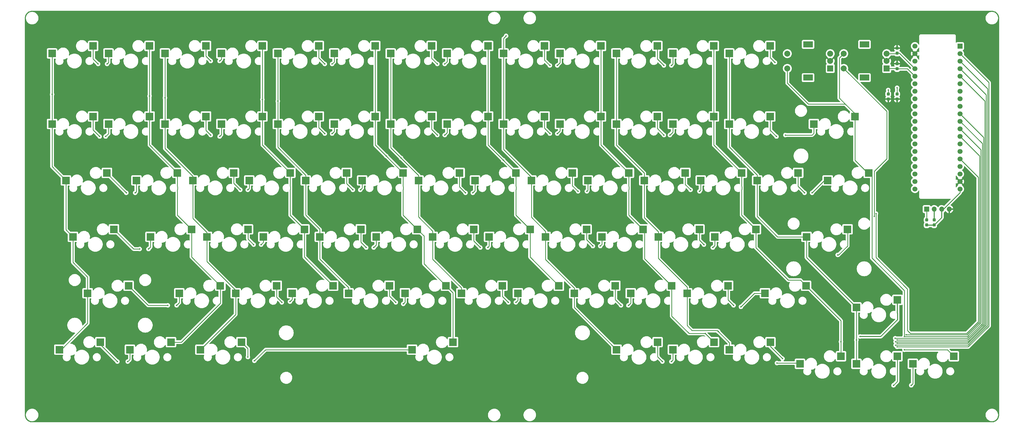
<source format=gbr>
%TF.GenerationSoftware,KiCad,Pcbnew,6.0.11-2627ca5db0~126~ubuntu22.04.1*%
%TF.CreationDate,2023-04-02T11:01:56+08:00*%
%TF.ProjectId,explorekb75,6578706c-6f72-4656-9b62-37352e6b6963,rev?*%
%TF.SameCoordinates,Original*%
%TF.FileFunction,Copper,L2,Bot*%
%TF.FilePolarity,Positive*%
%FSLAX46Y46*%
G04 Gerber Fmt 4.6, Leading zero omitted, Abs format (unit mm)*
G04 Created by KiCad (PCBNEW 6.0.11-2627ca5db0~126~ubuntu22.04.1) date 2023-04-02 11:01:56*
%MOMM*%
%LPD*%
G01*
G04 APERTURE LIST*
G04 Aperture macros list*
%AMRoundRect*
0 Rectangle with rounded corners*
0 $1 Rounding radius*
0 $2 $3 $4 $5 $6 $7 $8 $9 X,Y pos of 4 corners*
0 Add a 4 corners polygon primitive as box body*
4,1,4,$2,$3,$4,$5,$6,$7,$8,$9,$2,$3,0*
0 Add four circle primitives for the rounded corners*
1,1,$1+$1,$2,$3*
1,1,$1+$1,$4,$5*
1,1,$1+$1,$6,$7*
1,1,$1+$1,$8,$9*
0 Add four rect primitives between the rounded corners*
20,1,$1+$1,$2,$3,$4,$5,0*
20,1,$1+$1,$4,$5,$6,$7,0*
20,1,$1+$1,$6,$7,$8,$9,0*
20,1,$1+$1,$8,$9,$2,$3,0*%
G04 Aperture macros list end*
%TA.AperFunction,SMDPad,CuDef*%
%ADD10R,2.550000X2.500000*%
%TD*%
%TA.AperFunction,ComponentPad*%
%ADD11R,2.000000X2.000000*%
%TD*%
%TA.AperFunction,ComponentPad*%
%ADD12C,2.000000*%
%TD*%
%TA.AperFunction,ComponentPad*%
%ADD13R,3.200000X2.000000*%
%TD*%
%TA.AperFunction,ComponentPad*%
%ADD14R,1.700000X1.700000*%
%TD*%
%TA.AperFunction,ComponentPad*%
%ADD15O,1.700000X1.700000*%
%TD*%
%TA.AperFunction,SMDPad,CuDef*%
%ADD16RoundRect,0.237500X-0.237500X0.300000X-0.237500X-0.300000X0.237500X-0.300000X0.237500X0.300000X0*%
%TD*%
%TA.AperFunction,SMDPad,CuDef*%
%ADD17RoundRect,0.237500X0.237500X-0.300000X0.237500X0.300000X-0.237500X0.300000X-0.237500X-0.300000X0*%
%TD*%
%TA.AperFunction,ComponentPad*%
%ADD18C,1.700000*%
%TD*%
%TA.AperFunction,ViaPad*%
%ADD19C,0.500000*%
%TD*%
%TA.AperFunction,Conductor*%
%ADD20C,0.250000*%
%TD*%
%TA.AperFunction,Conductor*%
%ADD21C,0.300000*%
%TD*%
G04 APERTURE END LIST*
D10*
%TO.P,SW6,1,A*%
%TO.N,/COL 5*%
X184827485Y-72395000D03*
%TO.P,SW6,2,B*%
%TO.N,Net-(D3-Pad1)*%
X170977485Y-74935000D03*
%TD*%
%TO.P,SW1,1,A*%
%TO.N,Net-(D1-Pad2)*%
X89577485Y-72395000D03*
%TO.P,SW1,2,B*%
%TO.N,/COL 0*%
X75727485Y-74935000D03*
%TD*%
%TO.P,SW54,1,A*%
%TO.N,Net-(D27-Pad2)*%
X294264985Y-134307500D03*
%TO.P,SW54,2,B*%
%TO.N,/COL 10*%
X280414985Y-136847500D03*
%TD*%
%TO.P,SW62,1,A*%
%TO.N,/COL 5*%
X208702485Y-153357500D03*
%TO.P,SW62,2,B*%
%TO.N,Net-(D31-Pad1)*%
X194852485Y-155897500D03*
%TD*%
%TO.P,SW43,1,A*%
%TO.N,/COL 13*%
X351414985Y-115257500D03*
%TO.P,SW43,2,B*%
%TO.N,Net-(D21-Pad1)*%
X337564985Y-117797500D03*
%TD*%
%TO.P,SW74,1,A*%
%TO.N,Net-(D38-Pad2)*%
X280139985Y-172407500D03*
%TO.P,SW74,2,B*%
%TO.N,/COL 8*%
X266289985Y-174947500D03*
%TD*%
%TO.P,SW60,1,A*%
%TO.N,/COL 3*%
X170602485Y-153357500D03*
%TO.P,SW60,2,B*%
%TO.N,Net-(D30-Pad1)*%
X156752485Y-155897500D03*
%TD*%
D11*
%TO.P,SW14,A,A*%
%TO.N,/ROT1_B*%
X338437485Y-79975000D03*
D12*
%TO.P,SW14,B,B*%
%TO.N,/ROT1_A*%
X338437485Y-74975000D03*
%TO.P,SW14,C,C*%
%TO.N,GND*%
X338437485Y-77475000D03*
D13*
%TO.P,SW14,MP*%
%TO.N,N/C*%
X330937485Y-83075000D03*
X330937485Y-71875000D03*
D12*
%TO.P,SW14,S1,S1*%
%TO.N,/Key Matrix/ROT1_2*%
X323937485Y-74975000D03*
%TO.P,SW14,S2,S2*%
%TO.N,/COL 13*%
X323937485Y-79975000D03*
%TD*%
D10*
%TO.P,SW69,1,A*%
%TO.N,Net-(D35-Pad1)*%
X361102485Y-158120000D03*
%TO.P,SW69,2,B*%
%TO.N,/COL 12*%
X347252485Y-160660000D03*
%TD*%
%TO.P,SW67,1,A*%
%TO.N,Net-(D34-Pad2)*%
X303952485Y-153357500D03*
%TO.P,SW67,2,B*%
%TO.N,/COL 10*%
X290102485Y-155897500D03*
%TD*%
%TO.P,SW31,1,A*%
%TO.N,/COL 1*%
X118052485Y-115257500D03*
%TO.P,SW31,2,B*%
%TO.N,Net-(D15-Pad1)*%
X104202485Y-117797500D03*
%TD*%
%TO.P,SW72,1,A*%
%TO.N,Net-(D37-Pad2)*%
X139671235Y-172407500D03*
%TO.P,SW72,2,B*%
%TO.N,/COL 2*%
X125821235Y-174947500D03*
%TD*%
%TO.P,SW53,1,A*%
%TO.N,/COL 9*%
X275214985Y-134307500D03*
%TO.P,SW53,2,B*%
%TO.N,Net-(D26-Pad1)*%
X261364985Y-136847500D03*
%TD*%
%TO.P,SW34,1,A*%
%TO.N,Net-(D17-Pad2)*%
X175202485Y-115257500D03*
%TO.P,SW34,2,B*%
%TO.N,/COL 4*%
X161352485Y-117797500D03*
%TD*%
%TO.P,SW22,1,A*%
%TO.N,Net-(D11-Pad2)*%
X203877485Y-96207500D03*
%TO.P,SW22,2,B*%
%TO.N,/COL 6*%
X190027485Y-98747500D03*
%TD*%
%TO.P,SW48,1,A*%
%TO.N,Net-(D24-Pad2)*%
X179964985Y-134307500D03*
%TO.P,SW48,2,B*%
%TO.N,/COL 4*%
X166114985Y-136847500D03*
%TD*%
%TO.P,SW4,1,A*%
%TO.N,/COL 3*%
X146727485Y-72395000D03*
%TO.P,SW4,2,B*%
%TO.N,Net-(D2-Pad1)*%
X132877485Y-74935000D03*
%TD*%
%TO.P,SW58,1,A*%
%TO.N,/COL 1*%
X132527485Y-153357500D03*
%TO.P,SW58,2,B*%
%TO.N,Net-(D29-Pad1)*%
X118677485Y-155897500D03*
%TD*%
%TO.P,SW36,1,A*%
%TO.N,Net-(D18-Pad2)*%
X213302485Y-115257500D03*
%TO.P,SW36,2,B*%
%TO.N,/COL 6*%
X199452485Y-117797500D03*
%TD*%
%TO.P,SW38,1,A*%
%TO.N,Net-(D19-Pad2)*%
X251402485Y-115257500D03*
%TO.P,SW38,2,B*%
%TO.N,/COL 8*%
X237552485Y-117797500D03*
%TD*%
%TO.P,SW35,1,A*%
%TO.N,/COL 5*%
X194252485Y-115257500D03*
%TO.P,SW35,2,B*%
%TO.N,Net-(D17-Pad1)*%
X180402485Y-117797500D03*
%TD*%
%TO.P,SW9,1,A*%
%TO.N,Net-(D5-Pad2)*%
X241977485Y-72395000D03*
%TO.P,SW9,2,B*%
%TO.N,/COL 8*%
X228127485Y-74935000D03*
%TD*%
%TO.P,SW52,1,A*%
%TO.N,Net-(D26-Pad2)*%
X256164985Y-134307500D03*
%TO.P,SW52,2,B*%
%TO.N,/COL 8*%
X242314985Y-136847500D03*
%TD*%
%TO.P,SW25,1,A*%
%TO.N,/COL 9*%
X261027485Y-96207500D03*
%TO.P,SW25,2,B*%
%TO.N,Net-(D12-Pad1)*%
X247177485Y-98747500D03*
%TD*%
%TO.P,SW41,1,A*%
%TO.N,/COL 11*%
X308552485Y-115257500D03*
%TO.P,SW41,2,B*%
%TO.N,Net-(D20-Pad1)*%
X294702485Y-117797500D03*
%TD*%
%TO.P,SW56,1,A*%
%TO.N,Net-(D28-Pad1)*%
X344271235Y-134307500D03*
%TO.P,SW56,2,B*%
%TO.N,/COL 12*%
X330421235Y-136847500D03*
%TD*%
%TO.P,SW2,1,A*%
%TO.N,/COL 1*%
X108627485Y-72395000D03*
%TO.P,SW2,2,B*%
%TO.N,Net-(D1-Pad1)*%
X94777485Y-74935000D03*
%TD*%
%TO.P,SW7,1,A*%
%TO.N,Net-(D4-Pad2)*%
X203877485Y-72395000D03*
%TO.P,SW7,2,B*%
%TO.N,/COL 6*%
X190027485Y-74935000D03*
%TD*%
%TO.P,SW42,1,A*%
%TO.N,Net-(D21-Pad2)*%
X327602485Y-115257500D03*
%TO.P,SW42,2,B*%
%TO.N,/COL 12*%
X313752485Y-117797500D03*
%TD*%
D11*
%TO.P,SW15,A,A*%
%TO.N,/ROT2_B*%
X357487485Y-79975000D03*
D12*
%TO.P,SW15,B,B*%
%TO.N,/ROT2_A*%
X357487485Y-74975000D03*
%TO.P,SW15,C,C*%
%TO.N,GND*%
X357487485Y-77475000D03*
D13*
%TO.P,SW15,MP*%
%TO.N,N/C*%
X349987485Y-83075000D03*
X349987485Y-71875000D03*
D12*
%TO.P,SW15,S1,S1*%
%TO.N,/COL 13*%
X342987485Y-74975000D03*
%TO.P,SW15,S2,S2*%
%TO.N,/Key Matrix/ROT2_2*%
X342987485Y-79975000D03*
%TD*%
D10*
%TO.P,SW27,1,A*%
%TO.N,/COL 11*%
X299127485Y-96207500D03*
%TO.P,SW27,2,B*%
%TO.N,Net-(D13-Pad1)*%
X285277485Y-98747500D03*
%TD*%
%TO.P,SW71,1,A*%
%TO.N,/COL 1*%
X115858735Y-172407500D03*
%TO.P,SW71,2,B*%
%TO.N,Net-(D36-Pad1)*%
X102008735Y-174947500D03*
%TD*%
%TO.P,SW10,1,A*%
%TO.N,/COL 9*%
X261027485Y-72395000D03*
%TO.P,SW10,2,B*%
%TO.N,Net-(D5-Pad1)*%
X247177485Y-74935000D03*
%TD*%
%TO.P,SW77,1,A*%
%TO.N,/COL 11*%
X342052485Y-177170000D03*
%TO.P,SW77,2,B*%
%TO.N,Net-(D39-Pad2)*%
X328202485Y-179710000D03*
%TD*%
%TO.P,SW17,1,A*%
%TO.N,/COL 1*%
X108627485Y-96207500D03*
%TO.P,SW17,2,B*%
%TO.N,Net-(D8-Pad1)*%
X94777485Y-98747500D03*
%TD*%
%TO.P,SW20,1,A*%
%TO.N,Net-(D10-Pad2)*%
X165777485Y-96207500D03*
%TO.P,SW20,2,B*%
%TO.N,/COL 4*%
X151927485Y-98747500D03*
%TD*%
%TO.P,SW73,1,A*%
%TO.N,/COL 5*%
X211083735Y-172407500D03*
%TO.P,SW73,2,B*%
%TO.N,Net-(D37-Pad1)*%
X197233735Y-174947500D03*
%TD*%
%TO.P,SW51,1,A*%
%TO.N,/COL 7*%
X237114985Y-134307500D03*
%TO.P,SW51,2,B*%
%TO.N,Net-(D25-Pad1)*%
X223264985Y-136847500D03*
%TD*%
%TO.P,SW28,1,A*%
%TO.N,Net-(D14-Pad2)*%
X318177485Y-96207500D03*
%TO.P,SW28,2,B*%
%TO.N,/COL 12*%
X304327485Y-98747500D03*
%TD*%
%TO.P,SW46,1,A*%
%TO.N,Net-(D23-Pad2)*%
X141864985Y-134307500D03*
%TO.P,SW46,2,B*%
%TO.N,/COL 2*%
X128014985Y-136847500D03*
%TD*%
%TO.P,SW30,1,A*%
%TO.N,Net-(D15-Pad2)*%
X94239985Y-115257500D03*
%TO.P,SW30,2,B*%
%TO.N,/COL 0*%
X80389985Y-117797500D03*
%TD*%
%TO.P,SW78,1,A*%
%TO.N,Net-(D40-Pad2)*%
X361102485Y-177170000D03*
%TO.P,SW78,2,B*%
%TO.N,/COL 12*%
X347252485Y-179710000D03*
%TD*%
%TO.P,SW24,1,A*%
%TO.N,Net-(D12-Pad2)*%
X241977485Y-96207500D03*
%TO.P,SW24,2,B*%
%TO.N,/COL 8*%
X228127485Y-98747500D03*
%TD*%
%TO.P,SW64,1,A*%
%TO.N,/COL 7*%
X246802485Y-153357500D03*
%TO.P,SW64,2,B*%
%TO.N,Net-(D32-Pad1)*%
X232952485Y-155897500D03*
%TD*%
%TO.P,SW70,1,A*%
%TO.N,Net-(D36-Pad2)*%
X92046235Y-172407500D03*
%TO.P,SW70,2,B*%
%TO.N,/COL 0*%
X78196235Y-174947500D03*
%TD*%
%TO.P,SW76,1,A*%
%TO.N,Net-(D39-Pad1)*%
X318239985Y-172407500D03*
%TO.P,SW76,2,B*%
%TO.N,/COL 10*%
X304389985Y-174947500D03*
%TD*%
%TO.P,SW11,1,A*%
%TO.N,Net-(D6-Pad2)*%
X280077485Y-72395000D03*
%TO.P,SW11,2,B*%
%TO.N,/COL 10*%
X266227485Y-74935000D03*
%TD*%
%TO.P,SW49,1,A*%
%TO.N,/COL 5*%
X199014985Y-134307500D03*
%TO.P,SW49,2,B*%
%TO.N,Net-(D24-Pad1)*%
X185164985Y-136847500D03*
%TD*%
%TO.P,SW79,1,A*%
%TO.N,/COL 13*%
X380152485Y-177170000D03*
%TO.P,SW79,2,B*%
%TO.N,Net-(D40-Pad1)*%
X366302485Y-179710000D03*
%TD*%
%TO.P,SW18,1,A*%
%TO.N,Net-(D9-Pad2)*%
X127677485Y-96207500D03*
%TO.P,SW18,2,B*%
%TO.N,/COL 2*%
X113827485Y-98747500D03*
%TD*%
%TO.P,SW33,1,A*%
%TO.N,/COL 3*%
X156152485Y-115257500D03*
%TO.P,SW33,2,B*%
%TO.N,Net-(D16-Pad1)*%
X142302485Y-117797500D03*
%TD*%
%TO.P,SW68,1,A*%
%TO.N,/COL 11*%
X330271235Y-153357500D03*
%TO.P,SW68,2,B*%
%TO.N,Net-(D34-Pad1)*%
X316421235Y-155897500D03*
%TD*%
%TO.P,SW47,1,A*%
%TO.N,/COL 3*%
X160914985Y-134307500D03*
%TO.P,SW47,2,B*%
%TO.N,Net-(D23-Pad1)*%
X147064985Y-136847500D03*
%TD*%
%TO.P,SW50,1,A*%
%TO.N,Net-(D25-Pad2)*%
X218064985Y-134307500D03*
%TO.P,SW50,2,B*%
%TO.N,/COL 6*%
X204214985Y-136847500D03*
%TD*%
%TO.P,SW32,1,A*%
%TO.N,Net-(D16-Pad2)*%
X137102485Y-115257500D03*
%TO.P,SW32,2,B*%
%TO.N,/COL 2*%
X123252485Y-117797500D03*
%TD*%
%TO.P,SW57,1,A*%
%TO.N,Net-(D29-Pad2)*%
X101571235Y-153357500D03*
%TO.P,SW57,2,B*%
%TO.N,/COL 0*%
X87721235Y-155897500D03*
%TD*%
%TO.P,SW26,1,A*%
%TO.N,Net-(D13-Pad2)*%
X280077485Y-96207500D03*
%TO.P,SW26,2,B*%
%TO.N,/COL 10*%
X266227485Y-98747500D03*
%TD*%
%TO.P,SW21,1,A*%
%TO.N,/COL 5*%
X184827485Y-96207500D03*
%TO.P,SW21,2,B*%
%TO.N,Net-(D10-Pad1)*%
X170977485Y-98747500D03*
%TD*%
%TO.P,SW23,1,A*%
%TO.N,/COL 7*%
X222927485Y-96207500D03*
%TO.P,SW23,2,B*%
%TO.N,Net-(D11-Pad1)*%
X209077485Y-98747500D03*
%TD*%
%TO.P,SW44,1,A*%
%TO.N,Net-(D22-Pad2)*%
X96621235Y-134307500D03*
%TO.P,SW44,2,B*%
%TO.N,/COL 0*%
X82771235Y-136847500D03*
%TD*%
%TO.P,SW19,1,A*%
%TO.N,/COL 3*%
X146727485Y-96207500D03*
%TO.P,SW19,2,B*%
%TO.N,Net-(D9-Pad1)*%
X132877485Y-98747500D03*
%TD*%
%TO.P,SW40,1,A*%
%TO.N,Net-(D20-Pad2)*%
X289502485Y-115257500D03*
%TO.P,SW40,2,B*%
%TO.N,/COL 10*%
X275652485Y-117797500D03*
%TD*%
%TO.P,SW12,1,A*%
%TO.N,/COL 11*%
X299127485Y-72395000D03*
%TO.P,SW12,2,B*%
%TO.N,Net-(D6-Pad1)*%
X285277485Y-74935000D03*
%TD*%
%TO.P,SW65,1,A*%
%TO.N,Net-(D33-Pad2)*%
X265852485Y-153357500D03*
%TO.P,SW65,2,B*%
%TO.N,/COL 8*%
X252002485Y-155897500D03*
%TD*%
%TO.P,SW16,1,A*%
%TO.N,Net-(D8-Pad2)*%
X89577485Y-96207500D03*
%TO.P,SW16,2,B*%
%TO.N,/COL 0*%
X75727485Y-98747500D03*
%TD*%
%TO.P,SW45,1,A*%
%TO.N,/COL 1*%
X122814985Y-134307500D03*
%TO.P,SW45,2,B*%
%TO.N,Net-(D22-Pad1)*%
X108964985Y-136847500D03*
%TD*%
%TO.P,SW37,1,A*%
%TO.N,/COL 7*%
X232352485Y-115257500D03*
%TO.P,SW37,2,B*%
%TO.N,Net-(D18-Pad1)*%
X218502485Y-117797500D03*
%TD*%
%TO.P,SW5,1,A*%
%TO.N,Net-(D3-Pad2)*%
X165777485Y-72395000D03*
%TO.P,SW5,2,B*%
%TO.N,/COL 4*%
X151927485Y-74935000D03*
%TD*%
%TO.P,SW59,1,A*%
%TO.N,Net-(D30-Pad2)*%
X151552485Y-153357500D03*
%TO.P,SW59,2,B*%
%TO.N,/COL 2*%
X137702485Y-155897500D03*
%TD*%
%TO.P,SW75,1,A*%
%TO.N,/COL 9*%
X299189985Y-172407500D03*
%TO.P,SW75,2,B*%
%TO.N,Net-(D38-Pad1)*%
X285339985Y-174947500D03*
%TD*%
%TO.P,SW39,1,A*%
%TO.N,/COL 9*%
X270452485Y-115257500D03*
%TO.P,SW39,2,B*%
%TO.N,Net-(D19-Pad1)*%
X256602485Y-117797500D03*
%TD*%
D14*
%TO.P,U2,1,SDA*%
%TO.N,/SDA1*%
X371000000Y-127500000D03*
D15*
%TO.P,U2,2,SCK*%
%TO.N,/SCL1*%
X373540000Y-127500000D03*
%TO.P,U2,3,VCC*%
%TO.N,+3V3*%
X376080000Y-127500000D03*
%TO.P,U2,4,GND*%
%TO.N,GND*%
X378620000Y-127500000D03*
%TD*%
D10*
%TO.P,SW55,1,A*%
%TO.N,/COL 11*%
X313314985Y-134307500D03*
%TO.P,SW55,2,B*%
%TO.N,Net-(D27-Pad1)*%
X299464985Y-136847500D03*
%TD*%
%TO.P,SW63,1,A*%
%TO.N,Net-(D32-Pad2)*%
X227752485Y-153357500D03*
%TO.P,SW63,2,B*%
%TO.N,/COL 6*%
X213902485Y-155897500D03*
%TD*%
%TO.P,SW66,1,A*%
%TO.N,/COL 9*%
X284902485Y-153357500D03*
%TO.P,SW66,2,B*%
%TO.N,Net-(D33-Pad1)*%
X271052485Y-155897500D03*
%TD*%
%TO.P,SW61,1,A*%
%TO.N,Net-(D31-Pad2)*%
X189652485Y-153357500D03*
%TO.P,SW61,2,B*%
%TO.N,/COL 4*%
X175802485Y-155897500D03*
%TD*%
%TO.P,SW3,1,A*%
%TO.N,Net-(D2-Pad2)*%
X127677485Y-72395000D03*
%TO.P,SW3,2,B*%
%TO.N,/COL 2*%
X113827485Y-74935000D03*
%TD*%
%TO.P,SW8,1,A*%
%TO.N,/COL 7*%
X222927485Y-72395000D03*
%TO.P,SW8,2,B*%
%TO.N,Net-(D4-Pad1)*%
X209077485Y-74935000D03*
%TD*%
%TO.P,SW29,1,A*%
%TO.N,/COL 13*%
X346752485Y-96207500D03*
%TO.P,SW29,2,B*%
%TO.N,Net-(D14-Pad1)*%
X332902485Y-98747500D03*
%TD*%
%TO.P,SW13,1,A*%
%TO.N,Net-(D7-Pad2)*%
X318177485Y-72395000D03*
%TO.P,SW13,2,B*%
%TO.N,/COL 12*%
X304327485Y-74935000D03*
%TD*%
D16*
%TO.P,C2,1*%
%TO.N,/ROT1_B*%
X358000000Y-88637500D03*
%TO.P,C2,2*%
%TO.N,GND*%
X358000000Y-90362500D03*
%TD*%
D17*
%TO.P,C4,1*%
%TO.N,/ROT2_B*%
X361000000Y-80112500D03*
%TO.P,C4,2*%
%TO.N,GND*%
X361000000Y-78387500D03*
%TD*%
%TO.P,R1,1*%
%TO.N,+3V3*%
X371000000Y-132862500D03*
%TO.P,R1,2*%
%TO.N,/SDA1*%
X371000000Y-131137500D03*
%TD*%
D16*
%TO.P,C1,1*%
%TO.N,/ROT1_A*%
X361000000Y-88637500D03*
%TO.P,C1,2*%
%TO.N,GND*%
X361000000Y-90362500D03*
%TD*%
D17*
%TO.P,R2,1*%
%TO.N,+3V3*%
X373510000Y-132862500D03*
%TO.P,R2,2*%
%TO.N,/SCL1*%
X373510000Y-131137500D03*
%TD*%
%TO.P,C3,1*%
%TO.N,/ROT2_A*%
X361000000Y-74862500D03*
%TO.P,C3,2*%
%TO.N,GND*%
X361000000Y-73137500D03*
%TD*%
D14*
%TO.P,U1,1,PB12*%
%TO.N,/COL 8*%
X382245000Y-72445000D03*
D18*
%TO.P,U1,2,PB13*%
%TO.N,/ROW 5*%
X382245000Y-74985000D03*
%TO.P,U1,3,PB14*%
%TO.N,/COL 9*%
X382245000Y-77525000D03*
%TO.P,U1,4,PB15*%
%TO.N,/COL 10*%
X382245000Y-80065000D03*
%TO.P,U1,5,PA8*%
%TO.N,/COL 11*%
X382245000Y-82605000D03*
%TO.P,U1,6,PA9*%
%TO.N,/UART1_TX*%
X382245000Y-85145000D03*
%TO.P,U1,7,PA10*%
%TO.N,/UART1_RX*%
X382245000Y-87685000D03*
%TO.P,U1,8,PA11*%
%TO.N,unconnected-(U1-Pad8)*%
X382245000Y-90225000D03*
%TO.P,U1,9,PA12*%
%TO.N,unconnected-(U1-Pad9)*%
X382245000Y-92765000D03*
%TO.P,U1,10,PA15*%
%TO.N,/COL 12*%
X382245000Y-95305000D03*
%TO.P,U1,11,PB3*%
%TO.N,/ROW 4*%
X382245000Y-97845000D03*
%TO.P,U1,12,PB4*%
%TO.N,/COL 13*%
X382245000Y-100385000D03*
%TO.P,U1,13,PB5*%
%TO.N,/ROW 3*%
X382245000Y-102925000D03*
%TO.P,U1,14,PB6*%
%TO.N,/SCL1*%
X382245000Y-105465000D03*
%TO.P,U1,15,PB7*%
%TO.N,/SDA1*%
X382245000Y-108005000D03*
%TO.P,U1,16,PB8*%
%TO.N,/ROW 2*%
X382245000Y-110545000D03*
%TO.P,U1,17,PB9*%
%TO.N,unconnected-(U1-Pad17)*%
X382245000Y-113085000D03*
%TO.P,U1,18,5V*%
%TO.N,unconnected-(U1-Pad18)*%
X382245000Y-115625000D03*
%TO.P,U1,19,GND*%
%TO.N,GND*%
X382245000Y-118165000D03*
%TO.P,U1,20,3V3*%
%TO.N,+3V3*%
X382245000Y-120705000D03*
%TO.P,U1,21,VBat*%
%TO.N,unconnected-(U1-Pad21)*%
X367005000Y-120705000D03*
%TO.P,U1,22,PC13*%
%TO.N,unconnected-(U1-Pad22)*%
X367005000Y-118165000D03*
%TO.P,U1,23,PC14*%
%TO.N,/COL 7*%
X367005000Y-115625000D03*
%TO.P,U1,24,PC15*%
%TO.N,/COL 6*%
X367005000Y-113085000D03*
%TO.P,U1,25,RES*%
%TO.N,/~{RST}*%
X367005000Y-110545000D03*
%TO.P,U1,26,PA0*%
%TO.N,/COL 5*%
X367005000Y-108005000D03*
%TO.P,U1,27,PA1*%
%TO.N,/ROW 1*%
X367005000Y-105465000D03*
%TO.P,U1,28,PA2*%
%TO.N,/COL 4*%
X367005000Y-102925000D03*
%TO.P,U1,29,PA3*%
%TO.N,/COL 3*%
X367005000Y-100385000D03*
%TO.P,U1,30,PA4*%
%TO.N,/COL 2*%
X367005000Y-97845000D03*
%TO.P,U1,31,PA5*%
%TO.N,/COL 1*%
X367005000Y-95305000D03*
%TO.P,U1,32,PA6*%
%TO.N,/COL 0*%
X367005000Y-92765000D03*
%TO.P,U1,33,PA7*%
%TO.N,/ROW 0*%
X367005000Y-90225000D03*
%TO.P,U1,34,PB0*%
%TO.N,/ROT1_B*%
X367005000Y-87685000D03*
%TO.P,U1,35,PB1*%
%TO.N,/ROT1_A*%
X367005000Y-85145000D03*
%TO.P,U1,36,PB2*%
%TO.N,/ROT2_B*%
X367005000Y-82605000D03*
%TO.P,U1,37,PB10*%
%TO.N,/ROT2_A*%
X367005000Y-80065000D03*
%TO.P,U1,38,3V3*%
%TO.N,unconnected-(U1-Pad38)*%
X367005000Y-77525000D03*
%TO.P,U1,39,GND*%
%TO.N,GND*%
X367005000Y-74985000D03*
%TO.P,U1,40,5V*%
%TO.N,unconnected-(U1-Pad40)*%
X367005000Y-72445000D03*
%TD*%
D19*
%TO.N,Net-(D1-Pad1)*%
X94287485Y-78475000D03*
%TO.N,Net-(D1-Pad2)*%
X91287485Y-78475000D03*
%TO.N,Net-(D2-Pad1)*%
X132287485Y-77475000D03*
%TO.N,Net-(D2-Pad2)*%
X129287485Y-77475000D03*
%TO.N,Net-(D3-Pad1)*%
X170287485Y-78475000D03*
%TO.N,Net-(D3-Pad2)*%
X167787485Y-78475000D03*
%TO.N,Net-(D4-Pad1)*%
X208287485Y-78475000D03*
%TO.N,Net-(D4-Pad2)*%
X205787485Y-78475000D03*
%TO.N,Net-(D5-Pad1)*%
X246287485Y-78975000D03*
%TO.N,Net-(D5-Pad2)*%
X243787485Y-78975000D03*
%TO.N,Net-(D6-Pad1)*%
X284787485Y-78975000D03*
%TO.N,Net-(D6-Pad2)*%
X282287485Y-78975000D03*
%TO.N,Net-(D8-Pad1)*%
X93787485Y-102975000D03*
%TO.N,Net-(D9-Pad1)*%
X132287485Y-102975000D03*
%TO.N,Net-(D10-Pad1)*%
X170287485Y-101975000D03*
%TO.N,Net-(D10-Pad2)*%
X167787485Y-101975000D03*
%TO.N,Net-(D11-Pad1)*%
X208287485Y-102475000D03*
%TO.N,Net-(D12-Pad1)*%
X246287485Y-101975000D03*
%TO.N,Net-(D12-Pad2)*%
X243787485Y-101975000D03*
%TO.N,Net-(D13-Pad1)*%
X284287485Y-102475000D03*
%TO.N,Net-(D13-Pad2)*%
X282287485Y-102475000D03*
%TO.N,Net-(D14-Pad1)*%
X323287485Y-102475000D03*
%TO.N,Net-(D14-Pad2)*%
X320287485Y-102975000D03*
%TO.N,Net-(D15-Pad1)*%
X103787485Y-121975000D03*
%TO.N,Net-(D15-Pad2)*%
X100787485Y-121975000D03*
%TO.N,Net-(D16-Pad1)*%
X141787485Y-120975000D03*
%TO.N,Net-(D16-Pad2)*%
X139287485Y-120975000D03*
%TO.N,Net-(D17-Pad1)*%
X179787485Y-120975000D03*
%TO.N,Net-(D17-Pad2)*%
X177287485Y-120975000D03*
%TO.N,Net-(D18-Pad1)*%
X217787485Y-121975000D03*
%TO.N,Net-(D18-Pad2)*%
X215287485Y-121975000D03*
%TO.N,Net-(D19-Pad1)*%
X256287485Y-121475000D03*
%TO.N,Net-(D19-Pad2)*%
X253287485Y-121475000D03*
%TO.N,Net-(D20-Pad1)*%
X294287485Y-121475000D03*
%TO.N,Net-(D20-Pad2)*%
X291287485Y-120975000D03*
%TO.N,Net-(D21-Pad1)*%
X332287485Y-121975000D03*
%TO.N,Net-(D21-Pad2)*%
X329787485Y-121975000D03*
%TO.N,Net-(D22-Pad1)*%
X108287485Y-140975000D03*
%TO.N,Net-(D22-Pad2)*%
X105287485Y-140975000D03*
%TO.N,Net-(D23-Pad1)*%
X146287485Y-139475000D03*
%TO.N,Net-(D23-Pad2)*%
X143787485Y-139475000D03*
%TO.N,Net-(D24-Pad1)*%
X184287485Y-140475000D03*
%TO.N,Net-(D24-Pad2)*%
X181787485Y-140475000D03*
%TO.N,Net-(D25-Pad1)*%
X222787485Y-140475000D03*
%TO.N,Net-(D25-Pad2)*%
X220287485Y-140475000D03*
%TO.N,Net-(D26-Pad1)*%
X260787485Y-139975000D03*
%TO.N,Net-(D26-Pad2)*%
X258287485Y-139975000D03*
%TO.N,Net-(D27-Pad1)*%
X298787485Y-140475000D03*
%TO.N,Net-(D27-Pad2)*%
X295787485Y-139475000D03*
%TO.N,Net-(D28-Pad1)*%
X340950000Y-142950000D03*
%TO.N,Net-(D29-Pad1)*%
X117787485Y-159975000D03*
%TO.N,Net-(D30-Pad1)*%
X156037485Y-158725000D03*
%TO.N,Net-(D30-Pad2)*%
X153287485Y-158975000D03*
%TO.N,Net-(D31-Pad1)*%
X194287485Y-159475000D03*
%TO.N,Net-(D31-Pad2)*%
X191787485Y-158975000D03*
%TO.N,Net-(D32-Pad1)*%
X232287485Y-158975000D03*
%TO.N,Net-(D32-Pad2)*%
X229787485Y-158975000D03*
%TO.N,Net-(D33-Pad1)*%
X270287485Y-159975000D03*
%TO.N,Net-(D33-Pad2)*%
X267787485Y-159975000D03*
%TO.N,Net-(D34-Pad1)*%
X308287485Y-160475000D03*
%TO.N,Net-(D34-Pad2)*%
X305787485Y-159975000D03*
%TO.N,Net-(D37-Pad1)*%
X144037485Y-178725000D03*
%TO.N,Net-(D37-Pad2)*%
X141843735Y-177418750D03*
%TO.N,Net-(D38-Pad1)*%
X284787485Y-178975000D03*
%TO.N,Net-(D38-Pad2)*%
X281787485Y-178975000D03*
%TO.N,Net-(D39-Pad1)*%
X322287485Y-177975000D03*
%TO.N,Net-(D39-Pad2)*%
X320437485Y-179475000D03*
%TO.N,Net-(D40-Pad1)*%
X365787485Y-186975000D03*
%TO.N,Net-(D40-Pad2)*%
X359787485Y-186975000D03*
%TO.N,Net-(D8-Pad2)*%
X91787485Y-102975000D03*
%TO.N,Net-(D29-Pad2)*%
X114787485Y-159975000D03*
%TO.N,Net-(D36-Pad2)*%
X97787485Y-178975000D03*
%TO.N,Net-(D36-Pad1)*%
X101287485Y-178975000D03*
%TO.N,Net-(D35-Pad1)*%
X348500000Y-170500000D03*
%TO.N,/ROW 2*%
X353861985Y-129000000D03*
%TO.N,/COL 0*%
X75727485Y-88747515D03*
%TO.N,/COL 1*%
X108643386Y-89318386D03*
%TO.N,/COL 2*%
X113827485Y-89897515D03*
%TO.N,/COL 3*%
X146743386Y-90456614D03*
%TO.N,/COL 4*%
X151927485Y-90999500D03*
%TO.N,/COL 5*%
X188497492Y-109502508D03*
%TO.N,/COL 6*%
X193531243Y-110218757D03*
%TO.N,/COL 7*%
X228047493Y-110952507D03*
%TO.N,/COL 8*%
X229000000Y-69000000D03*
%TO.N,/ROW 3*%
X364074500Y-169925500D03*
%TO.N,/ROW 4*%
X360357558Y-171102000D03*
%TO.N,/ROW 5*%
X361000000Y-174000000D03*
%TO.N,/COL 9*%
X296257485Y-169475000D03*
X360500000Y-173425500D03*
%TO.N,/COL 10*%
X361006886Y-172825500D03*
X300656243Y-168843757D03*
%TO.N,/COL 11*%
X360500000Y-172251000D03*
X342052485Y-172251000D03*
%TO.N,/COL 12*%
X361019936Y-171676500D03*
X347252485Y-171676500D03*
%TO.N,/COL 13*%
X363500000Y-170500000D03*
X363500000Y-175000000D03*
%TO.N,Net-(D7-Pad2)*%
X319787485Y-77975000D03*
%TO.N,Net-(D9-Pad2)*%
X129287485Y-102475000D03*
%TO.N,Net-(D11-Pad2)*%
X205787485Y-102475000D03*
%TO.N,/ROT1_B*%
X358000000Y-87250000D03*
%TO.N,/ROT1_A*%
X361000000Y-86500000D03*
%TO.N,/Key Matrix/ROT2_2*%
X353287485Y-129975000D03*
%TD*%
D20*
%TO.N,/COL 12*%
X304327485Y-74935000D02*
X304327485Y-98747500D01*
%TO.N,+3V3*%
X382245000Y-120705000D02*
X382245000Y-121931777D01*
X382245000Y-121931777D02*
X376676777Y-127500000D01*
X376676777Y-127500000D02*
X376080000Y-127500000D01*
%TO.N,Net-(D1-Pad1)*%
X94287485Y-78475000D02*
X94777485Y-77985000D01*
X94777485Y-77985000D02*
X94777485Y-74935000D01*
%TO.N,Net-(D1-Pad2)*%
X89577485Y-76765000D02*
X89577485Y-72395000D01*
X91287485Y-78475000D02*
X89577485Y-76765000D01*
%TO.N,Net-(D2-Pad1)*%
X132287485Y-77475000D02*
X132877485Y-76885000D01*
X132877485Y-76885000D02*
X132877485Y-74935000D01*
%TO.N,Net-(D2-Pad2)*%
X127677485Y-75865000D02*
X127677485Y-72395000D01*
X129287485Y-77475000D02*
X127677485Y-75865000D01*
%TO.N,Net-(D3-Pad1)*%
X170977485Y-77785000D02*
X170287485Y-78475000D01*
X170977485Y-74935000D02*
X170977485Y-77785000D01*
%TO.N,Net-(D3-Pad2)*%
X165777485Y-72395000D02*
X165777485Y-76465000D01*
X165777485Y-76465000D02*
X167787485Y-78475000D01*
%TO.N,Net-(D4-Pad1)*%
X209077485Y-77685000D02*
X208287485Y-78475000D01*
X209077485Y-74935000D02*
X209077485Y-77685000D01*
%TO.N,Net-(D4-Pad2)*%
X203877485Y-72395000D02*
X203877485Y-76565000D01*
X203877485Y-76565000D02*
X205787485Y-78475000D01*
%TO.N,Net-(D5-Pad1)*%
X247177485Y-78085000D02*
X247177485Y-74935000D01*
X246287485Y-78975000D02*
X247177485Y-78085000D01*
%TO.N,Net-(D5-Pad2)*%
X241977485Y-77165000D02*
X241977485Y-72395000D01*
X243787485Y-78975000D02*
X241977485Y-77165000D01*
%TO.N,Net-(D6-Pad1)*%
X284787485Y-78975000D02*
X285277485Y-78485000D01*
X285277485Y-78485000D02*
X285277485Y-74935000D01*
%TO.N,Net-(D6-Pad2)*%
X280077485Y-76765000D02*
X282287485Y-78975000D01*
X280077485Y-72395000D02*
X280077485Y-76765000D01*
%TO.N,Net-(D8-Pad1)*%
X94777485Y-101985000D02*
X94777485Y-98747500D01*
X93787485Y-102975000D02*
X94777485Y-101985000D01*
%TO.N,Net-(D9-Pad1)*%
X132287485Y-102975000D02*
X132877485Y-102385000D01*
X132877485Y-102385000D02*
X132877485Y-98747500D01*
%TO.N,Net-(D10-Pad1)*%
X170977485Y-98747500D02*
X170977485Y-101285000D01*
X170977485Y-101285000D02*
X170287485Y-101975000D01*
%TO.N,Net-(D10-Pad2)*%
X165777485Y-99965000D02*
X167787485Y-101975000D01*
X165777485Y-96207500D02*
X165777485Y-99965000D01*
%TO.N,Net-(D11-Pad1)*%
X209077485Y-101685000D02*
X209077485Y-98747500D01*
X208287485Y-102475000D02*
X209077485Y-101685000D01*
%TO.N,Net-(D12-Pad1)*%
X247177485Y-98747500D02*
X247177485Y-101085000D01*
X247177485Y-101085000D02*
X246287485Y-101975000D01*
%TO.N,Net-(D12-Pad2)*%
X241977485Y-100165000D02*
X243787485Y-101975000D01*
X241977485Y-96207500D02*
X241977485Y-100165000D01*
%TO.N,Net-(D13-Pad1)*%
X284287485Y-102475000D02*
X285277485Y-101485000D01*
X285277485Y-101485000D02*
X285277485Y-98747500D01*
%TO.N,Net-(D13-Pad2)*%
X280077485Y-96207500D02*
X280077485Y-100265000D01*
X280077485Y-100265000D02*
X282287485Y-102475000D01*
%TO.N,Net-(D14-Pad1)*%
X332287485Y-102475000D02*
X323287485Y-102475000D01*
X332902485Y-101860000D02*
X332287485Y-102475000D01*
X332902485Y-98747500D02*
X332902485Y-101860000D01*
%TO.N,Net-(D14-Pad2)*%
X318177485Y-96207500D02*
X318177485Y-100865000D01*
X318177485Y-100865000D02*
X320287485Y-102975000D01*
%TO.N,Net-(D15-Pad1)*%
X104202485Y-121560000D02*
X104202485Y-117797500D01*
X103787485Y-121975000D02*
X104202485Y-121560000D01*
%TO.N,Net-(D15-Pad2)*%
X94239985Y-115427500D02*
X94239985Y-115257500D01*
X100787485Y-121975000D02*
X94239985Y-115427500D01*
%TO.N,Net-(D16-Pad1)*%
X142302485Y-120460000D02*
X141787485Y-120975000D01*
X142302485Y-117797500D02*
X142302485Y-120460000D01*
%TO.N,Net-(D16-Pad2)*%
X137102485Y-118790000D02*
X139287485Y-120975000D01*
X137102485Y-115257500D02*
X137102485Y-118790000D01*
%TO.N,Net-(D17-Pad1)*%
X180402485Y-117797500D02*
X180402485Y-120360000D01*
X180402485Y-120360000D02*
X179787485Y-120975000D01*
%TO.N,Net-(D17-Pad2)*%
X175202485Y-118890000D02*
X177287485Y-120975000D01*
X175202485Y-115257500D02*
X175202485Y-118890000D01*
%TO.N,Net-(D18-Pad1)*%
X218502485Y-121260000D02*
X217787485Y-121975000D01*
X218502485Y-117797500D02*
X218502485Y-121260000D01*
%TO.N,Net-(D18-Pad2)*%
X215287485Y-121975000D02*
X213302485Y-119990000D01*
X213302485Y-119990000D02*
X213302485Y-115257500D01*
%TO.N,Net-(D19-Pad1)*%
X256602485Y-121160000D02*
X256602485Y-117797500D01*
X256287485Y-121475000D02*
X256602485Y-121160000D01*
%TO.N,Net-(D19-Pad2)*%
X251402485Y-115257500D02*
X251402485Y-119590000D01*
X251402485Y-119590000D02*
X253287485Y-121475000D01*
%TO.N,Net-(D20-Pad1)*%
X294702485Y-121060000D02*
X294702485Y-117797500D01*
X294287485Y-121475000D02*
X294702485Y-121060000D01*
%TO.N,Net-(D20-Pad2)*%
X289502485Y-119190000D02*
X289502485Y-115257500D01*
X291287485Y-120975000D02*
X289502485Y-119190000D01*
%TO.N,Net-(D21-Pad1)*%
X336464985Y-117797500D02*
X337564985Y-117797500D01*
X332287485Y-121975000D02*
X336464985Y-117797500D01*
%TO.N,Net-(D21-Pad2)*%
X327602485Y-119790000D02*
X329787485Y-121975000D01*
X327602485Y-115257500D02*
X327602485Y-119790000D01*
%TO.N,Net-(D22-Pad1)*%
X108287485Y-140975000D02*
X108964985Y-140297500D01*
X108964985Y-140297500D02*
X108964985Y-136847500D01*
%TO.N,Net-(D22-Pad2)*%
X105287485Y-140975000D02*
X103288735Y-140975000D01*
X103288735Y-140975000D02*
X96621235Y-134307500D01*
%TO.N,Net-(D23-Pad1)*%
X147064985Y-138697500D02*
X146287485Y-139475000D01*
X147064985Y-136847500D02*
X147064985Y-138697500D01*
%TO.N,Net-(D23-Pad2)*%
X141864985Y-134307500D02*
X141864985Y-137552500D01*
X141864985Y-137552500D02*
X143787485Y-139475000D01*
%TO.N,Net-(D24-Pad1)*%
X185164985Y-139597500D02*
X184287485Y-140475000D01*
X185164985Y-136847500D02*
X185164985Y-139597500D01*
%TO.N,Net-(D24-Pad2)*%
X179964985Y-134307500D02*
X179964985Y-138652500D01*
X179964985Y-138652500D02*
X181787485Y-140475000D01*
%TO.N,Net-(D25-Pad1)*%
X223264985Y-139997500D02*
X222787485Y-140475000D01*
X223264985Y-136847500D02*
X223264985Y-139997500D01*
%TO.N,Net-(D25-Pad2)*%
X218064985Y-134307500D02*
X218064985Y-138252500D01*
X218064985Y-138252500D02*
X220287485Y-140475000D01*
%TO.N,Net-(D26-Pad1)*%
X261364985Y-136847500D02*
X261364985Y-139397500D01*
X261364985Y-139397500D02*
X260787485Y-139975000D01*
%TO.N,Net-(D26-Pad2)*%
X256164985Y-134307500D02*
X256164985Y-137852500D01*
X256164985Y-137852500D02*
X258287485Y-139975000D01*
%TO.N,Net-(D27-Pad1)*%
X299464985Y-139797500D02*
X298787485Y-140475000D01*
X299464985Y-136847500D02*
X299464985Y-139797500D01*
%TO.N,Net-(D27-Pad2)*%
X294264985Y-137952500D02*
X294264985Y-134307500D01*
X295787485Y-139475000D02*
X294264985Y-137952500D01*
%TO.N,Net-(D28-Pad1)*%
X340950000Y-142950000D02*
X341232421Y-142950000D01*
X344287485Y-134323750D02*
X344271235Y-134307500D01*
X341232421Y-142950000D02*
X344287485Y-139894936D01*
X344287485Y-139894936D02*
X344287485Y-134323750D01*
%TO.N,Net-(D29-Pad1)*%
X118677485Y-159085000D02*
X118677485Y-155897500D01*
X117787485Y-159975000D02*
X118677485Y-159085000D01*
%TO.N,Net-(D30-Pad1)*%
X156037485Y-158725000D02*
X156752485Y-158010000D01*
X156752485Y-158010000D02*
X156752485Y-155897500D01*
%TO.N,Net-(D30-Pad2)*%
X151552485Y-153357500D02*
X151552485Y-157240000D01*
X151552485Y-157240000D02*
X153287485Y-158975000D01*
%TO.N,Net-(D31-Pad1)*%
X194287485Y-159475000D02*
X194852485Y-158910000D01*
X194852485Y-158910000D02*
X194852485Y-155897500D01*
%TO.N,Net-(D31-Pad2)*%
X189652485Y-153357500D02*
X189652485Y-156840000D01*
X189652485Y-156840000D02*
X191787485Y-158975000D01*
%TO.N,Net-(D32-Pad1)*%
X232287485Y-158975000D02*
X232952485Y-158310000D01*
X232952485Y-158310000D02*
X232952485Y-155897500D01*
%TO.N,Net-(D32-Pad2)*%
X227752485Y-153357500D02*
X227752485Y-156940000D01*
X227752485Y-156940000D02*
X229787485Y-158975000D01*
%TO.N,Net-(D33-Pad1)*%
X271052485Y-155897500D02*
X271052485Y-159210000D01*
X271052485Y-159210000D02*
X270287485Y-159975000D01*
%TO.N,Net-(D33-Pad2)*%
X265852485Y-153357500D02*
X265852485Y-158040000D01*
X265852485Y-158040000D02*
X267787485Y-159975000D01*
%TO.N,Net-(D34-Pad1)*%
X308287485Y-160475000D02*
X312864985Y-155897500D01*
X312864985Y-155897500D02*
X316421235Y-155897500D01*
%TO.N,Net-(D34-Pad2)*%
X303952485Y-158140000D02*
X305787485Y-159975000D01*
X303952485Y-153357500D02*
X303952485Y-158140000D01*
%TO.N,Net-(D37-Pad1)*%
X147814985Y-174947500D02*
X197233735Y-174947500D01*
X144037485Y-178725000D02*
X147814985Y-174947500D01*
%TO.N,Net-(D37-Pad2)*%
X141843735Y-174580000D02*
X139671235Y-172407500D01*
X141843735Y-177418750D02*
X141843735Y-174580000D01*
%TO.N,Net-(D38-Pad1)*%
X284787485Y-178975000D02*
X285339985Y-178422500D01*
X285339985Y-178422500D02*
X285339985Y-174947500D01*
%TO.N,Net-(D38-Pad2)*%
X280155886Y-177343401D02*
X280155886Y-176979715D01*
X281787485Y-178975000D02*
X280155886Y-177343401D01*
X280139985Y-176963814D02*
X280139985Y-172407500D01*
X280155886Y-176979715D02*
X280139985Y-176963814D01*
%TO.N,Net-(D39-Pad1)*%
X318239985Y-173927500D02*
X318239985Y-172407500D01*
X322287485Y-177975000D02*
X318239985Y-173927500D01*
%TO.N,Net-(D39-Pad2)*%
X327967485Y-179475000D02*
X328202485Y-179710000D01*
X320437485Y-179475000D02*
X327967485Y-179475000D01*
%TO.N,Net-(D40-Pad1)*%
X365787485Y-186975000D02*
X366302485Y-186460000D01*
X366302485Y-186460000D02*
X366302485Y-179710000D01*
%TO.N,Net-(D40-Pad2)*%
X361118386Y-185644099D02*
X361118386Y-177185901D01*
X359787485Y-186975000D02*
X361118386Y-185644099D01*
X361118386Y-177185901D02*
X361102485Y-177170000D01*
%TO.N,Net-(D8-Pad2)*%
X89577485Y-100765000D02*
X89577485Y-96207500D01*
X91787485Y-102975000D02*
X89577485Y-100765000D01*
%TO.N,Net-(D29-Pad2)*%
X108188735Y-159975000D02*
X114787485Y-159975000D01*
X101571235Y-153357500D02*
X108188735Y-159975000D01*
%TO.N,Net-(D36-Pad2)*%
X92046235Y-173233750D02*
X92046235Y-172407500D01*
X97787485Y-178975000D02*
X92046235Y-173233750D01*
%TO.N,Net-(D36-Pad1)*%
X102008735Y-178253750D02*
X101287485Y-178975000D01*
X102008735Y-174947500D02*
X102008735Y-178253750D01*
D21*
%TO.N,Net-(D35-Pad1)*%
X355500000Y-170500000D02*
X361143386Y-164856614D01*
X361143386Y-162681859D02*
X361102485Y-162640958D01*
X361143386Y-164856614D02*
X361143386Y-162681859D01*
X348500000Y-170500000D02*
X355500000Y-170500000D01*
X361102485Y-162640958D02*
X361102485Y-158120000D01*
D20*
%TO.N,/ROW 2*%
X388400000Y-116700000D02*
X388400000Y-165508832D01*
X382245000Y-110545000D02*
X388400000Y-116700000D01*
X384433332Y-169475500D02*
X365475500Y-169475500D01*
X364500000Y-168500000D02*
X364500000Y-154500000D01*
X353861985Y-143861985D02*
X353861985Y-129000000D01*
X388400000Y-165508832D02*
X384433332Y-169475500D01*
X364500000Y-154500000D02*
X353861985Y-143861985D01*
X365475500Y-169475500D02*
X364500000Y-168500000D01*
%TO.N,/COL 0*%
X82771235Y-145458750D02*
X87721235Y-150408750D01*
X75727485Y-98747500D02*
X75727485Y-113135000D01*
X82771235Y-136847500D02*
X82771235Y-145458750D01*
X87721235Y-166041250D02*
X78814985Y-174947500D01*
X80389985Y-134466250D02*
X82771235Y-136847500D01*
X78814985Y-174947500D02*
X78196235Y-174947500D01*
X75727485Y-113135000D02*
X80389985Y-117797500D01*
X80389985Y-117797500D02*
X80389985Y-134466250D01*
X75727485Y-74935000D02*
X75727485Y-98747500D01*
X87721235Y-155897500D02*
X87721235Y-166041250D01*
X87721235Y-150408750D02*
X87721235Y-155897500D01*
%TO.N,/COL 1*%
X118052485Y-115257500D02*
X118052485Y-119813814D01*
X118052485Y-120861186D02*
X118052485Y-129545000D01*
X132543386Y-159219099D02*
X119354985Y-172407500D01*
X108627485Y-105832500D02*
X118052485Y-115257500D01*
X108627485Y-100763814D02*
X108643386Y-100779715D01*
X108627485Y-72395000D02*
X108643386Y-72410901D01*
X108627485Y-96207500D02*
X108627485Y-100763814D01*
X122830886Y-138879715D02*
X122830886Y-139895285D01*
X118052485Y-119813814D02*
X118068386Y-119829715D01*
X122814985Y-139911186D02*
X122814985Y-143645000D01*
X118068386Y-119829715D02*
X118068386Y-120845285D01*
X108643386Y-101795285D02*
X108627485Y-101811186D01*
X132527485Y-153357500D02*
X132543386Y-153373401D01*
X118052485Y-129545000D02*
X122814985Y-134307500D01*
X108643386Y-72410901D02*
X108643386Y-96191599D01*
X132543386Y-153373401D02*
X132543386Y-159219099D01*
X122814985Y-134307500D02*
X122814985Y-138863814D01*
X108627485Y-101811186D02*
X108627485Y-105832500D01*
X119354985Y-172407500D02*
X115858735Y-172407500D01*
X108643386Y-100779715D02*
X108643386Y-101795285D01*
X122814985Y-143645000D02*
X132527485Y-153357500D01*
X122830886Y-139895285D02*
X122814985Y-139911186D01*
X122814985Y-138863814D02*
X122830886Y-138879715D01*
X108643386Y-96191599D02*
X108627485Y-96207500D01*
X118068386Y-120845285D02*
X118052485Y-120861186D01*
%TO.N,/COL 2*%
X123252485Y-116440000D02*
X123252485Y-117797500D01*
X128014985Y-135347500D02*
X123252485Y-130585000D01*
X128014985Y-136847500D02*
X128014985Y-145202500D01*
X123252485Y-130585000D02*
X123252485Y-117797500D01*
X137702485Y-154890000D02*
X137702485Y-155897500D01*
X128014985Y-145202500D02*
X137702485Y-154890000D01*
X137702485Y-163066250D02*
X125821235Y-174947500D01*
X128014985Y-136847500D02*
X128014985Y-135347500D01*
X113827485Y-98747500D02*
X113827485Y-107015000D01*
X113827485Y-107015000D02*
X123252485Y-116440000D01*
X137702485Y-155897500D02*
X137702485Y-163066250D01*
X113827485Y-74935000D02*
X113827485Y-98747500D01*
%TO.N,/COL 3*%
X146743386Y-101795285D02*
X146727485Y-101811186D01*
X160930886Y-138879715D02*
X160930886Y-139895285D01*
X146743386Y-96191599D02*
X146727485Y-96207500D01*
X156152485Y-115257500D02*
X156152485Y-119813814D01*
X146727485Y-100763814D02*
X146743386Y-100779715D01*
X156152485Y-129545000D02*
X160914985Y-134307500D01*
X156152485Y-120861186D02*
X156152485Y-129545000D01*
X156152485Y-119813814D02*
X156168386Y-119829715D01*
X156168386Y-119829715D02*
X156168386Y-120845285D01*
X160914985Y-139911186D02*
X160914985Y-143670000D01*
X160914985Y-143670000D02*
X170602485Y-153357500D01*
X156168386Y-120845285D02*
X156152485Y-120861186D01*
X146727485Y-72395000D02*
X146743386Y-72410901D01*
X146743386Y-72410901D02*
X146743386Y-96191599D01*
X146727485Y-101811186D02*
X146727485Y-105832500D01*
X160914985Y-134307500D02*
X160914985Y-138863814D01*
X146727485Y-96207500D02*
X146727485Y-100763814D01*
X146727485Y-105832500D02*
X156152485Y-115257500D01*
X160930886Y-139895285D02*
X160914985Y-139911186D01*
X146743386Y-100779715D02*
X146743386Y-101795285D01*
X160914985Y-138863814D02*
X160930886Y-138879715D01*
%TO.N,/COL 4*%
X151927485Y-106615000D02*
X161352485Y-116040000D01*
X151927485Y-98747500D02*
X151927485Y-106615000D01*
X161352485Y-117797500D02*
X161352485Y-129540000D01*
X151927485Y-98747500D02*
X151927485Y-74935000D01*
X166114985Y-144302500D02*
X166114985Y-136847500D01*
X175802485Y-155897500D02*
X175802485Y-153990000D01*
X161352485Y-116040000D02*
X161352485Y-117797500D01*
X175802485Y-153990000D02*
X166114985Y-144302500D01*
X161352485Y-129540000D02*
X166114985Y-134302500D01*
X166114985Y-134302500D02*
X166114985Y-136847500D01*
%TO.N,/COL 5*%
X194268386Y-120845285D02*
X194252485Y-120861186D01*
X184827485Y-96207500D02*
X184827485Y-100763814D01*
X199014985Y-134307500D02*
X201287485Y-136580000D01*
X201287485Y-136580000D02*
X201287485Y-145942500D01*
X184827485Y-101811186D02*
X184827485Y-105832500D01*
X184843386Y-96191599D02*
X184827485Y-96207500D01*
X211083735Y-155738750D02*
X211083735Y-172407500D01*
X194252485Y-115257500D02*
X194252485Y-119813814D01*
X208702485Y-153357500D02*
X211083735Y-155738750D01*
X184843386Y-101795285D02*
X184827485Y-101811186D01*
X194252485Y-119813814D02*
X194268386Y-119829715D01*
X201287485Y-145942500D02*
X208702485Y-153357500D01*
X184827485Y-105832500D02*
X188497492Y-109502508D01*
X184827485Y-100763814D02*
X184843386Y-100779715D01*
X184843386Y-100779715D02*
X184843386Y-101795285D01*
X194252485Y-129545000D02*
X199014985Y-134307500D01*
X194268386Y-119829715D02*
X194268386Y-120845285D01*
X184843386Y-72410901D02*
X184843386Y-96191599D01*
X188497492Y-109502508D02*
X194252485Y-115257500D01*
X194252485Y-120861186D02*
X194252485Y-129545000D01*
X184827485Y-72395000D02*
X184843386Y-72410901D01*
%TO.N,/COL 6*%
X204214985Y-134902500D02*
X204214985Y-136847500D01*
X213902485Y-154090000D02*
X213902485Y-155897500D01*
X199452485Y-116140000D02*
X199452485Y-117797500D01*
X204214985Y-136847500D02*
X204214985Y-144402500D01*
X190027485Y-106715000D02*
X193531243Y-110218757D01*
X204214985Y-144402500D02*
X213902485Y-154090000D01*
X193531243Y-110218757D02*
X199452485Y-116140000D01*
X190027485Y-98747500D02*
X190027485Y-106715000D01*
X199452485Y-130140000D02*
X204214985Y-134902500D01*
X199452485Y-117797500D02*
X199452485Y-130140000D01*
X190027485Y-98747500D02*
X190027485Y-74935000D01*
%TO.N,/COL 7*%
X228047493Y-110952507D02*
X232352485Y-115257500D01*
X222927485Y-101811186D02*
X222927485Y-105832500D01*
X232368386Y-119829715D02*
X232368386Y-120845285D01*
X222943386Y-72410901D02*
X222943386Y-96191599D01*
X232368386Y-120845285D02*
X232352485Y-120861186D01*
X222927485Y-96207500D02*
X222927485Y-100763814D01*
X222927485Y-105832500D02*
X228047493Y-110952507D01*
X237114985Y-138863814D02*
X237130886Y-138879715D01*
X237114985Y-139911186D02*
X237114985Y-143670000D01*
X222943386Y-100779715D02*
X222943386Y-101795285D01*
X232352485Y-115257500D02*
X232352485Y-119813814D01*
X237130886Y-138879715D02*
X237130886Y-139895285D01*
X232352485Y-120861186D02*
X232352485Y-129545000D01*
X222927485Y-72395000D02*
X222943386Y-72410901D01*
X237114985Y-143670000D02*
X246802485Y-153357500D01*
X222927485Y-100763814D02*
X222943386Y-100779715D01*
X232352485Y-119813814D02*
X232368386Y-119829715D01*
X237130886Y-139895285D02*
X237114985Y-139911186D01*
X222943386Y-96191599D02*
X222927485Y-96207500D01*
X222943386Y-101795285D02*
X222927485Y-101811186D01*
X232352485Y-129545000D02*
X237114985Y-134307500D01*
X237114985Y-134307500D02*
X237114985Y-138863814D01*
%TO.N,/COL 8*%
X228127485Y-107315000D02*
X237552485Y-116740000D01*
X237552485Y-117797500D02*
X237552485Y-130240000D01*
X237552485Y-116740000D02*
X237552485Y-117797500D01*
X237552485Y-130240000D02*
X242314985Y-135002500D01*
X229000000Y-69000000D02*
X228127485Y-69872515D01*
X252002485Y-155897500D02*
X252002485Y-160660000D01*
X242314985Y-135002500D02*
X242314985Y-136847500D01*
X242314985Y-136847500D02*
X242314985Y-144502500D01*
X228127485Y-98747500D02*
X228127485Y-107315000D01*
X228127485Y-98747500D02*
X228127485Y-74935000D01*
X228127485Y-69872515D02*
X228127485Y-74935000D01*
X242314985Y-144502500D02*
X252002485Y-154190000D01*
X252002485Y-154190000D02*
X252002485Y-155897500D01*
X252002485Y-160660000D02*
X266289985Y-174947500D01*
D21*
%TO.N,+3V3*%
X371000000Y-132912500D02*
X373510000Y-132912500D01*
X376080000Y-130342500D02*
X376080000Y-127500000D01*
X373510000Y-132912500D02*
X376080000Y-130342500D01*
D20*
%TO.N,/ROT2_A*%
X361802500Y-74862500D02*
X367005000Y-80065000D01*
X360887500Y-74975000D02*
X361000000Y-74862500D01*
X357487485Y-74975000D02*
X360887500Y-74975000D01*
X361000000Y-74862500D02*
X361802500Y-74862500D01*
%TO.N,/ROT2_B*%
X361000000Y-80112500D02*
X364512500Y-80112500D01*
X360862500Y-79975000D02*
X361000000Y-80112500D01*
X364512500Y-80112500D02*
X367005000Y-82605000D01*
X357487485Y-79975000D02*
X360862500Y-79975000D01*
%TO.N,/ROW 3*%
X364074500Y-169925500D02*
X384619728Y-169925500D01*
X384619728Y-169925500D02*
X388850000Y-165695228D01*
X388850000Y-109530000D02*
X382245000Y-102925000D01*
X388850000Y-165695228D02*
X388850000Y-109530000D01*
%TO.N,/ROW 4*%
X384716020Y-171102000D02*
X389750000Y-166068020D01*
X389750000Y-166068020D02*
X389750000Y-105350000D01*
X360357558Y-171102000D02*
X384716020Y-171102000D01*
X389750000Y-105350000D02*
X382245000Y-97845000D01*
%TO.N,/ROW 5*%
X385000000Y-174000000D02*
X392000000Y-167000000D01*
X361000000Y-174000000D02*
X385000000Y-174000000D01*
X392000000Y-84740000D02*
X382245000Y-74985000D01*
X392000000Y-167000000D02*
X392000000Y-84740000D01*
%TO.N,/COL 9*%
X275214985Y-134307500D02*
X275787485Y-134880000D01*
X261027485Y-96207500D02*
X261027485Y-100763814D01*
X296257485Y-169475000D02*
X299189985Y-172407500D01*
X270468386Y-120845285D02*
X270452485Y-120861186D01*
X290787485Y-169475000D02*
X296257485Y-169475000D01*
X270452485Y-119813814D02*
X270468386Y-119829715D01*
X261027485Y-100763814D02*
X261043386Y-100779715D01*
X261043386Y-100779715D02*
X261043386Y-101795285D01*
X270452485Y-120861186D02*
X270452485Y-129545000D01*
X391550000Y-166813604D02*
X384963604Y-173400000D01*
X261043386Y-96191599D02*
X261027485Y-96207500D01*
X261027485Y-72395000D02*
X261043386Y-72410901D01*
X270452485Y-129545000D02*
X275214985Y-134307500D01*
X382245000Y-77525000D02*
X391550000Y-86830000D01*
X284902485Y-157913814D02*
X284918386Y-157929715D01*
X275787485Y-134880000D02*
X275787485Y-144242500D01*
X261043386Y-72410901D02*
X261043386Y-96191599D01*
X384963604Y-173400000D02*
X360525500Y-173400000D01*
X261027485Y-105832500D02*
X270452485Y-115257500D01*
X391550000Y-86830000D02*
X391550000Y-166813604D01*
X284902485Y-153357500D02*
X284902485Y-157913814D01*
X270452485Y-115257500D02*
X270452485Y-119813814D01*
X261027485Y-101811186D02*
X261027485Y-105832500D01*
X270468386Y-119829715D02*
X270468386Y-120845285D01*
X284918386Y-157929715D02*
X284918386Y-163605901D01*
X261043386Y-101795285D02*
X261027485Y-101811186D01*
X275787485Y-144242500D02*
X284902485Y-153357500D01*
X360525500Y-173400000D02*
X360500000Y-173425500D01*
X284918386Y-163605901D02*
X290787485Y-169475000D01*
%TO.N,/COL 10*%
X266227485Y-98747500D02*
X266227485Y-74935000D01*
X291787485Y-168475000D02*
X300287485Y-168475000D01*
X290102485Y-155897500D02*
X290102485Y-166790000D01*
X266227485Y-105915000D02*
X275652485Y-115340000D01*
X280414985Y-136847500D02*
X280414985Y-144102500D01*
X290102485Y-153790000D02*
X290102485Y-155897500D01*
X280414985Y-135102500D02*
X280414985Y-136847500D01*
X300287485Y-168475000D02*
X300656243Y-168843757D01*
X275652485Y-117797500D02*
X275652485Y-130340000D01*
X290102485Y-166790000D02*
X291787485Y-168475000D01*
X300656243Y-168843757D02*
X304389985Y-172577500D01*
X280414985Y-144102500D02*
X290102485Y-153790000D01*
X384901708Y-172825500D02*
X361006886Y-172825500D01*
X266227485Y-98747500D02*
X266227485Y-105915000D01*
X275652485Y-130340000D02*
X280414985Y-135102500D01*
X382245000Y-80065000D02*
X391100000Y-88920000D01*
X391100000Y-88920000D02*
X391100000Y-166627208D01*
X275652485Y-115340000D02*
X275652485Y-117797500D01*
X304389985Y-172577500D02*
X304389985Y-174947500D01*
X391100000Y-166627208D02*
X384901708Y-172825500D01*
%TO.N,/COL 11*%
X299127485Y-96207500D02*
X299127485Y-100763814D01*
X313314985Y-140502500D02*
X324294984Y-151482499D01*
X308552485Y-129545000D02*
X313314985Y-134307500D01*
X342052485Y-165138750D02*
X342052485Y-177170000D01*
X299127485Y-101811186D02*
X299127485Y-105832500D01*
X313330886Y-139895285D02*
X313314985Y-139911186D01*
X299143386Y-101795285D02*
X299127485Y-101811186D01*
X313314985Y-138863814D02*
X313330886Y-138879715D01*
X382245000Y-82605000D02*
X390650000Y-91010000D01*
X299143386Y-72410901D02*
X299143386Y-96191599D01*
X299127485Y-105832500D02*
X308552485Y-115257500D01*
X308552485Y-120861186D02*
X308552485Y-129545000D01*
X299127485Y-72395000D02*
X299143386Y-72410901D01*
X324294984Y-151482499D02*
X328396234Y-151482499D01*
X308552485Y-119813814D02*
X308568386Y-119829715D01*
X384839812Y-172251000D02*
X360500000Y-172251000D01*
X330271235Y-153357500D02*
X342052485Y-165138750D01*
X299143386Y-96191599D02*
X299127485Y-96207500D01*
X390650000Y-91010000D02*
X390650000Y-166440812D01*
X313314985Y-139911186D02*
X313314985Y-140502500D01*
X308568386Y-120845285D02*
X308552485Y-120861186D01*
X313330886Y-138879715D02*
X313330886Y-139895285D01*
X299127485Y-100763814D02*
X299143386Y-100779715D01*
X390650000Y-166440812D02*
X384839812Y-172251000D01*
X308568386Y-119829715D02*
X308568386Y-120845285D01*
X308552485Y-115257500D02*
X308552485Y-119813814D01*
X299143386Y-100779715D02*
X299143386Y-101795285D01*
X313314985Y-134307500D02*
X313314985Y-138863814D01*
X328396234Y-151482499D02*
X330271235Y-153357500D01*
%TO.N,/COL 12*%
X347252485Y-160660000D02*
X347252485Y-179710000D01*
X390200000Y-103260000D02*
X390200000Y-166254416D01*
X330421235Y-143828750D02*
X330421235Y-136847500D01*
X320659985Y-136847500D02*
X330421235Y-136847500D01*
X337796242Y-151203758D02*
X347252485Y-160660000D01*
X384777916Y-171676500D02*
X361019936Y-171676500D01*
X382245000Y-95305000D02*
X390200000Y-103260000D01*
X390200000Y-166254416D02*
X384777916Y-171676500D01*
X313752485Y-116010000D02*
X313752485Y-117797500D01*
X304327485Y-98747500D02*
X304327485Y-106515000D01*
X313752485Y-117797500D02*
X313752485Y-129940000D01*
X304327485Y-106515000D02*
X313787485Y-115975000D01*
X337796242Y-151203758D02*
X330421235Y-143828750D01*
X313752485Y-129940000D02*
X320659985Y-136847500D01*
X313787485Y-115975000D02*
X313752485Y-116010000D01*
%TO.N,/COL 13*%
X352500000Y-116342515D02*
X351414985Y-115257500D01*
X384681624Y-170500000D02*
X363500000Y-170500000D01*
X343500000Y-92000000D02*
X346752485Y-95252485D01*
X342987485Y-74975000D02*
X341500000Y-76462485D01*
X346752485Y-96207500D02*
X346787485Y-96242500D01*
X352500000Y-144000000D02*
X352500000Y-116342515D01*
X382245000Y-100385000D02*
X389300000Y-107440000D01*
X363500000Y-155000000D02*
X352500000Y-144000000D01*
X323937485Y-79975000D02*
X323937485Y-84937485D01*
X341500000Y-76462485D02*
X341500000Y-90000000D01*
X346752485Y-95252485D02*
X346752485Y-96207500D01*
X346787485Y-96242500D02*
X346787485Y-110975000D01*
X351069985Y-115257500D02*
X351414985Y-115257500D01*
X389300000Y-165881624D02*
X384681624Y-170500000D01*
X363500000Y-170500000D02*
X363500000Y-155000000D01*
X331000000Y-92000000D02*
X343500000Y-92000000D01*
X377982485Y-175000000D02*
X380152485Y-177170000D01*
X363500000Y-175000000D02*
X377982485Y-175000000D01*
X346787485Y-110975000D02*
X351069985Y-115257500D01*
X341500000Y-90000000D02*
X343500000Y-92000000D01*
X323937485Y-84937485D02*
X331000000Y-92000000D01*
X389300000Y-107440000D02*
X389300000Y-165881624D01*
%TO.N,Net-(D7-Pad2)*%
X318177485Y-76365000D02*
X318177485Y-72395000D01*
X319787485Y-77975000D02*
X318177485Y-76365000D01*
%TO.N,Net-(D9-Pad2)*%
X127677485Y-100865000D02*
X127677485Y-96207500D01*
X129287485Y-102475000D02*
X127677485Y-100865000D01*
%TO.N,Net-(D11-Pad2)*%
X203877485Y-100565000D02*
X205787485Y-102475000D01*
X203877485Y-96207500D02*
X203877485Y-100565000D01*
%TO.N,/ROT1_B*%
X358000000Y-87250000D02*
X358000000Y-88637500D01*
%TO.N,/ROT1_A*%
X361000000Y-86500000D02*
X361000000Y-88637500D01*
D21*
%TO.N,/SCL1*%
X373510000Y-131087500D02*
X373540000Y-131057500D01*
X373540000Y-131057500D02*
X373540000Y-127500000D01*
D20*
%TO.N,/SDA1*%
X371000000Y-127500000D02*
X371000000Y-131087500D01*
%TO.N,/Key Matrix/ROT2_2*%
X357500000Y-94487515D02*
X342987485Y-79975000D01*
X353287485Y-129975000D02*
X353287485Y-114712515D01*
X353287485Y-114712515D02*
X357500000Y-110500000D01*
X357500000Y-110500000D02*
X357500000Y-94487515D01*
%TD*%
%TA.AperFunction,Conductor*%
%TO.N,GND*%
G36*
X392970018Y-60510000D02*
G01*
X392984851Y-60512310D01*
X392984855Y-60512310D01*
X392993724Y-60513691D01*
X393010923Y-60511442D01*
X393034863Y-60510609D01*
X393292710Y-60526206D01*
X393307814Y-60528040D01*
X393379786Y-60541229D01*
X393588760Y-60579525D01*
X393603526Y-60583164D01*
X393876231Y-60668142D01*
X393890445Y-60673534D01*
X394108223Y-60771547D01*
X394150906Y-60790757D01*
X394164379Y-60797828D01*
X394408813Y-60945595D01*
X394421334Y-60954238D01*
X394646171Y-61130385D01*
X394657560Y-61140475D01*
X394859525Y-61342440D01*
X394869614Y-61353828D01*
X394885831Y-61374527D01*
X395045762Y-61578666D01*
X395054405Y-61591187D01*
X395202172Y-61835621D01*
X395209242Y-61849092D01*
X395326466Y-62109555D01*
X395331858Y-62123769D01*
X395389610Y-62309103D01*
X395416836Y-62396473D01*
X395420477Y-62411246D01*
X395471960Y-62692186D01*
X395473794Y-62707290D01*
X395488953Y-62957904D01*
X395487692Y-62984716D01*
X395487690Y-62984852D01*
X395486309Y-62993724D01*
X395487473Y-63002626D01*
X395487473Y-63002628D01*
X395490436Y-63025283D01*
X395491500Y-63041621D01*
X395491500Y-196950633D01*
X395490000Y-196970018D01*
X395487690Y-196984851D01*
X395487690Y-196984855D01*
X395486309Y-196993724D01*
X395488558Y-197010919D01*
X395489391Y-197034863D01*
X395473794Y-197292710D01*
X395471960Y-197307814D01*
X395420477Y-197588754D01*
X395416836Y-197603526D01*
X395388321Y-197695036D01*
X395331859Y-197876227D01*
X395326466Y-197890445D01*
X395209243Y-198150906D01*
X395202172Y-198164379D01*
X395054405Y-198408813D01*
X395045762Y-198421334D01*
X394898824Y-198608889D01*
X394883520Y-198628423D01*
X394869615Y-198646171D01*
X394859525Y-198657560D01*
X394657560Y-198859525D01*
X394646171Y-198869615D01*
X394421334Y-199045762D01*
X394408813Y-199054405D01*
X394164379Y-199202172D01*
X394150908Y-199209242D01*
X393890445Y-199326466D01*
X393876231Y-199331858D01*
X393603527Y-199416836D01*
X393588760Y-199420475D01*
X393379786Y-199458771D01*
X393307814Y-199471960D01*
X393292710Y-199473794D01*
X393042096Y-199488953D01*
X393015284Y-199487692D01*
X393015148Y-199487690D01*
X393006276Y-199486309D01*
X392997374Y-199487473D01*
X392997372Y-199487473D01*
X392982707Y-199489391D01*
X392974714Y-199490436D01*
X392958379Y-199491500D01*
X69049367Y-199491500D01*
X69029982Y-199490000D01*
X69015149Y-199487690D01*
X69015145Y-199487690D01*
X69006276Y-199486309D01*
X68989077Y-199488558D01*
X68965137Y-199489391D01*
X68707290Y-199473794D01*
X68692186Y-199471960D01*
X68620214Y-199458771D01*
X68411240Y-199420475D01*
X68396473Y-199416836D01*
X68123769Y-199331858D01*
X68109555Y-199326466D01*
X67849092Y-199209242D01*
X67835621Y-199202172D01*
X67591187Y-199054405D01*
X67578666Y-199045762D01*
X67353829Y-198869615D01*
X67342440Y-198859525D01*
X67140475Y-198657560D01*
X67130385Y-198646171D01*
X67116481Y-198628423D01*
X67101176Y-198608889D01*
X66954238Y-198421334D01*
X66945595Y-198408813D01*
X66797828Y-198164379D01*
X66790757Y-198150906D01*
X66673534Y-197890445D01*
X66668141Y-197876227D01*
X66611680Y-197695036D01*
X66583164Y-197603526D01*
X66579523Y-197588754D01*
X66528040Y-197307814D01*
X66526206Y-197292710D01*
X66516528Y-197132703D01*
X66890743Y-197132703D01*
X66928268Y-197417734D01*
X67004129Y-197695036D01*
X67116923Y-197959476D01*
X67128693Y-197979142D01*
X67231492Y-198150906D01*
X67264561Y-198206161D01*
X67444313Y-198430528D01*
X67652851Y-198628423D01*
X67886317Y-198796186D01*
X67890112Y-198798195D01*
X67890113Y-198798196D01*
X67911869Y-198809715D01*
X68140392Y-198930712D01*
X68410373Y-199029511D01*
X68691264Y-199090755D01*
X68719841Y-199093004D01*
X68914282Y-199108307D01*
X68914291Y-199108307D01*
X68916739Y-199108500D01*
X69072271Y-199108500D01*
X69074407Y-199108354D01*
X69074418Y-199108354D01*
X69282548Y-199094165D01*
X69282554Y-199094164D01*
X69286825Y-199093873D01*
X69291020Y-199093004D01*
X69291022Y-199093004D01*
X69496440Y-199050464D01*
X69568342Y-199035574D01*
X69839343Y-198939607D01*
X69984057Y-198864915D01*
X70091005Y-198809715D01*
X70091006Y-198809715D01*
X70094812Y-198807750D01*
X70098313Y-198805289D01*
X70098317Y-198805287D01*
X70212418Y-198725095D01*
X70330023Y-198642441D01*
X70540622Y-198446740D01*
X70722713Y-198224268D01*
X70872927Y-197979142D01*
X70988483Y-197715898D01*
X71067244Y-197439406D01*
X71107751Y-197154784D01*
X71107845Y-197136951D01*
X71107867Y-197132703D01*
X222890743Y-197132703D01*
X222928268Y-197417734D01*
X223004129Y-197695036D01*
X223116923Y-197959476D01*
X223128693Y-197979142D01*
X223231492Y-198150906D01*
X223264561Y-198206161D01*
X223444313Y-198430528D01*
X223652851Y-198628423D01*
X223886317Y-198796186D01*
X223890112Y-198798195D01*
X223890113Y-198798196D01*
X223911869Y-198809715D01*
X224140392Y-198930712D01*
X224410373Y-199029511D01*
X224691264Y-199090755D01*
X224719841Y-199093004D01*
X224914282Y-199108307D01*
X224914291Y-199108307D01*
X224916739Y-199108500D01*
X225072271Y-199108500D01*
X225074407Y-199108354D01*
X225074418Y-199108354D01*
X225282548Y-199094165D01*
X225282554Y-199094164D01*
X225286825Y-199093873D01*
X225291020Y-199093004D01*
X225291022Y-199093004D01*
X225496440Y-199050464D01*
X225568342Y-199035574D01*
X225839343Y-198939607D01*
X225984057Y-198864915D01*
X226091005Y-198809715D01*
X226091006Y-198809715D01*
X226094812Y-198807750D01*
X226098313Y-198805289D01*
X226098317Y-198805287D01*
X226212418Y-198725095D01*
X226330023Y-198642441D01*
X226540622Y-198446740D01*
X226722713Y-198224268D01*
X226872927Y-197979142D01*
X226988483Y-197715898D01*
X227067244Y-197439406D01*
X227107751Y-197154784D01*
X227107845Y-197136951D01*
X227107867Y-197132703D01*
X234890743Y-197132703D01*
X234928268Y-197417734D01*
X235004129Y-197695036D01*
X235116923Y-197959476D01*
X235128693Y-197979142D01*
X235231492Y-198150906D01*
X235264561Y-198206161D01*
X235444313Y-198430528D01*
X235652851Y-198628423D01*
X235886317Y-198796186D01*
X235890112Y-198798195D01*
X235890113Y-198798196D01*
X235911869Y-198809715D01*
X236140392Y-198930712D01*
X236410373Y-199029511D01*
X236691264Y-199090755D01*
X236719841Y-199093004D01*
X236914282Y-199108307D01*
X236914291Y-199108307D01*
X236916739Y-199108500D01*
X237072271Y-199108500D01*
X237074407Y-199108354D01*
X237074418Y-199108354D01*
X237282548Y-199094165D01*
X237282554Y-199094164D01*
X237286825Y-199093873D01*
X237291020Y-199093004D01*
X237291022Y-199093004D01*
X237496440Y-199050464D01*
X237568342Y-199035574D01*
X237839343Y-198939607D01*
X237984057Y-198864915D01*
X238091005Y-198809715D01*
X238091006Y-198809715D01*
X238094812Y-198807750D01*
X238098313Y-198805289D01*
X238098317Y-198805287D01*
X238212418Y-198725095D01*
X238330023Y-198642441D01*
X238540622Y-198446740D01*
X238722713Y-198224268D01*
X238872927Y-197979142D01*
X238988483Y-197715898D01*
X239067244Y-197439406D01*
X239107751Y-197154784D01*
X239107845Y-197136951D01*
X239107867Y-197132703D01*
X390890743Y-197132703D01*
X390928268Y-197417734D01*
X391004129Y-197695036D01*
X391116923Y-197959476D01*
X391128693Y-197979142D01*
X391231492Y-198150906D01*
X391264561Y-198206161D01*
X391444313Y-198430528D01*
X391652851Y-198628423D01*
X391886317Y-198796186D01*
X391890112Y-198798195D01*
X391890113Y-198798196D01*
X391911869Y-198809715D01*
X392140392Y-198930712D01*
X392410373Y-199029511D01*
X392691264Y-199090755D01*
X392719841Y-199093004D01*
X392914282Y-199108307D01*
X392914291Y-199108307D01*
X392916739Y-199108500D01*
X393072271Y-199108500D01*
X393074407Y-199108354D01*
X393074418Y-199108354D01*
X393282548Y-199094165D01*
X393282554Y-199094164D01*
X393286825Y-199093873D01*
X393291020Y-199093004D01*
X393291022Y-199093004D01*
X393496440Y-199050464D01*
X393568342Y-199035574D01*
X393839343Y-198939607D01*
X393984057Y-198864915D01*
X394091005Y-198809715D01*
X394091006Y-198809715D01*
X394094812Y-198807750D01*
X394098313Y-198805289D01*
X394098317Y-198805287D01*
X394212418Y-198725095D01*
X394330023Y-198642441D01*
X394540622Y-198446740D01*
X394722713Y-198224268D01*
X394872927Y-197979142D01*
X394988483Y-197715898D01*
X395067244Y-197439406D01*
X395107751Y-197154784D01*
X395107845Y-197136951D01*
X395109235Y-196871583D01*
X395109235Y-196871576D01*
X395109257Y-196867297D01*
X395071732Y-196582266D01*
X394995871Y-196304964D01*
X394883077Y-196040524D01*
X394735439Y-195793839D01*
X394555687Y-195569472D01*
X394347149Y-195371577D01*
X394113683Y-195203814D01*
X394091843Y-195192250D01*
X394068654Y-195179972D01*
X393859608Y-195069288D01*
X393589627Y-194970489D01*
X393308736Y-194909245D01*
X393277685Y-194906801D01*
X393085718Y-194891693D01*
X393085709Y-194891693D01*
X393083261Y-194891500D01*
X392927729Y-194891500D01*
X392925593Y-194891646D01*
X392925582Y-194891646D01*
X392717452Y-194905835D01*
X392717446Y-194905836D01*
X392713175Y-194906127D01*
X392708980Y-194906996D01*
X392708978Y-194906996D01*
X392572416Y-194935277D01*
X392431658Y-194964426D01*
X392160657Y-195060393D01*
X391905188Y-195192250D01*
X391901687Y-195194711D01*
X391901683Y-195194713D01*
X391891594Y-195201804D01*
X391669977Y-195357559D01*
X391459378Y-195553260D01*
X391277287Y-195775732D01*
X391127073Y-196020858D01*
X391011517Y-196284102D01*
X390932756Y-196560594D01*
X390892249Y-196845216D01*
X390892227Y-196849505D01*
X390892226Y-196849512D01*
X390891198Y-197045768D01*
X390890743Y-197132703D01*
X239107867Y-197132703D01*
X239109235Y-196871583D01*
X239109235Y-196871576D01*
X239109257Y-196867297D01*
X239071732Y-196582266D01*
X238995871Y-196304964D01*
X238883077Y-196040524D01*
X238735439Y-195793839D01*
X238555687Y-195569472D01*
X238347149Y-195371577D01*
X238113683Y-195203814D01*
X238091843Y-195192250D01*
X238068654Y-195179972D01*
X237859608Y-195069288D01*
X237589627Y-194970489D01*
X237308736Y-194909245D01*
X237277685Y-194906801D01*
X237085718Y-194891693D01*
X237085709Y-194891693D01*
X237083261Y-194891500D01*
X236927729Y-194891500D01*
X236925593Y-194891646D01*
X236925582Y-194891646D01*
X236717452Y-194905835D01*
X236717446Y-194905836D01*
X236713175Y-194906127D01*
X236708980Y-194906996D01*
X236708978Y-194906996D01*
X236572416Y-194935277D01*
X236431658Y-194964426D01*
X236160657Y-195060393D01*
X235905188Y-195192250D01*
X235901687Y-195194711D01*
X235901683Y-195194713D01*
X235891594Y-195201804D01*
X235669977Y-195357559D01*
X235459378Y-195553260D01*
X235277287Y-195775732D01*
X235127073Y-196020858D01*
X235011517Y-196284102D01*
X234932756Y-196560594D01*
X234892249Y-196845216D01*
X234892227Y-196849505D01*
X234892226Y-196849512D01*
X234891198Y-197045768D01*
X234890743Y-197132703D01*
X227107867Y-197132703D01*
X227109235Y-196871583D01*
X227109235Y-196871576D01*
X227109257Y-196867297D01*
X227071732Y-196582266D01*
X226995871Y-196304964D01*
X226883077Y-196040524D01*
X226735439Y-195793839D01*
X226555687Y-195569472D01*
X226347149Y-195371577D01*
X226113683Y-195203814D01*
X226091843Y-195192250D01*
X226068654Y-195179972D01*
X225859608Y-195069288D01*
X225589627Y-194970489D01*
X225308736Y-194909245D01*
X225277685Y-194906801D01*
X225085718Y-194891693D01*
X225085709Y-194891693D01*
X225083261Y-194891500D01*
X224927729Y-194891500D01*
X224925593Y-194891646D01*
X224925582Y-194891646D01*
X224717452Y-194905835D01*
X224717446Y-194905836D01*
X224713175Y-194906127D01*
X224708980Y-194906996D01*
X224708978Y-194906996D01*
X224572416Y-194935277D01*
X224431658Y-194964426D01*
X224160657Y-195060393D01*
X223905188Y-195192250D01*
X223901687Y-195194711D01*
X223901683Y-195194713D01*
X223891594Y-195201804D01*
X223669977Y-195357559D01*
X223459378Y-195553260D01*
X223277287Y-195775732D01*
X223127073Y-196020858D01*
X223011517Y-196284102D01*
X222932756Y-196560594D01*
X222892249Y-196845216D01*
X222892227Y-196849505D01*
X222892226Y-196849512D01*
X222891198Y-197045768D01*
X222890743Y-197132703D01*
X71107867Y-197132703D01*
X71109235Y-196871583D01*
X71109235Y-196871576D01*
X71109257Y-196867297D01*
X71071732Y-196582266D01*
X70995871Y-196304964D01*
X70883077Y-196040524D01*
X70735439Y-195793839D01*
X70555687Y-195569472D01*
X70347149Y-195371577D01*
X70113683Y-195203814D01*
X70091843Y-195192250D01*
X70068654Y-195179972D01*
X69859608Y-195069288D01*
X69589627Y-194970489D01*
X69308736Y-194909245D01*
X69277685Y-194906801D01*
X69085718Y-194891693D01*
X69085709Y-194891693D01*
X69083261Y-194891500D01*
X68927729Y-194891500D01*
X68925593Y-194891646D01*
X68925582Y-194891646D01*
X68717452Y-194905835D01*
X68717446Y-194905836D01*
X68713175Y-194906127D01*
X68708980Y-194906996D01*
X68708978Y-194906996D01*
X68572417Y-194935276D01*
X68431658Y-194964426D01*
X68160657Y-195060393D01*
X67905188Y-195192250D01*
X67901687Y-195194711D01*
X67901683Y-195194713D01*
X67891594Y-195201804D01*
X67669977Y-195357559D01*
X67459378Y-195553260D01*
X67277287Y-195775732D01*
X67127073Y-196020858D01*
X67011517Y-196284102D01*
X66932756Y-196560594D01*
X66892249Y-196845216D01*
X66892227Y-196849505D01*
X66892226Y-196849512D01*
X66891198Y-197045768D01*
X66890743Y-197132703D01*
X66516528Y-197132703D01*
X66511269Y-197045768D01*
X66512520Y-197022216D01*
X66512334Y-197022199D01*
X66512769Y-197017350D01*
X66513576Y-197012552D01*
X66513729Y-197000000D01*
X66509773Y-196972376D01*
X66508500Y-196954514D01*
X66508500Y-184388894D01*
X152751263Y-184388894D01*
X152751416Y-184393282D01*
X152751416Y-184393288D01*
X152758024Y-184582499D01*
X152761183Y-184672973D01*
X152761945Y-184677296D01*
X152761946Y-184677303D01*
X152772443Y-184736833D01*
X152810543Y-184952907D01*
X152811898Y-184957078D01*
X152811900Y-184957085D01*
X152853573Y-185085340D01*
X152898382Y-185223247D01*
X153022990Y-185478731D01*
X153025445Y-185482370D01*
X153025448Y-185482376D01*
X153179482Y-185710741D01*
X153179487Y-185710748D01*
X153181942Y-185714387D01*
X153184886Y-185717656D01*
X153184887Y-185717658D01*
X153285606Y-185829518D01*
X153372144Y-185925628D01*
X153589894Y-186108342D01*
X153830954Y-186258973D01*
X154090632Y-186374589D01*
X154227253Y-186413765D01*
X154304933Y-186436039D01*
X154363873Y-186452940D01*
X154368223Y-186453551D01*
X154368226Y-186453552D01*
X154472702Y-186468235D01*
X154645359Y-186492500D01*
X154858461Y-186492500D01*
X154860646Y-186492347D01*
X154860652Y-186492347D01*
X155066660Y-186477942D01*
X155066665Y-186477941D01*
X155071045Y-186477635D01*
X155349086Y-186418535D01*
X155353217Y-186417031D01*
X155353222Y-186417030D01*
X155500473Y-186363435D01*
X155616196Y-186321315D01*
X155784191Y-186231991D01*
X155863284Y-186189937D01*
X155863290Y-186189933D01*
X155867176Y-186187867D01*
X155870736Y-186185281D01*
X155870740Y-186185278D01*
X156093578Y-186023376D01*
X156093581Y-186023374D01*
X156097141Y-186020787D01*
X156100308Y-186017729D01*
X156298453Y-185826383D01*
X156298456Y-185826379D01*
X156301615Y-185823329D01*
X156476618Y-185599335D01*
X156552389Y-185468097D01*
X156616540Y-185356985D01*
X156616543Y-185356980D01*
X156618745Y-185353165D01*
X156620395Y-185349081D01*
X156620398Y-185349075D01*
X156723578Y-185093693D01*
X156723579Y-185093690D01*
X156725227Y-185089611D01*
X156793994Y-184813802D01*
X156818306Y-184582499D01*
X156823248Y-184535475D01*
X156823248Y-184535472D01*
X156823707Y-184531106D01*
X156823554Y-184526712D01*
X156818741Y-184388894D01*
X252751263Y-184388894D01*
X252751416Y-184393282D01*
X252751416Y-184393288D01*
X252758024Y-184582499D01*
X252761183Y-184672973D01*
X252761945Y-184677296D01*
X252761946Y-184677303D01*
X252772443Y-184736833D01*
X252810543Y-184952907D01*
X252811898Y-184957078D01*
X252811900Y-184957085D01*
X252853573Y-185085340D01*
X252898382Y-185223247D01*
X253022990Y-185478731D01*
X253025445Y-185482370D01*
X253025448Y-185482376D01*
X253179482Y-185710741D01*
X253179487Y-185710748D01*
X253181942Y-185714387D01*
X253184886Y-185717656D01*
X253184887Y-185717658D01*
X253285606Y-185829518D01*
X253372144Y-185925628D01*
X253589894Y-186108342D01*
X253830954Y-186258973D01*
X254090632Y-186374589D01*
X254227253Y-186413765D01*
X254304933Y-186436039D01*
X254363873Y-186452940D01*
X254368223Y-186453551D01*
X254368226Y-186453552D01*
X254472702Y-186468235D01*
X254645359Y-186492500D01*
X254858461Y-186492500D01*
X254860646Y-186492347D01*
X254860652Y-186492347D01*
X255066660Y-186477942D01*
X255066665Y-186477941D01*
X255071045Y-186477635D01*
X255349086Y-186418535D01*
X255353217Y-186417031D01*
X255353222Y-186417030D01*
X255500473Y-186363435D01*
X255616196Y-186321315D01*
X255784191Y-186231991D01*
X255863284Y-186189937D01*
X255863290Y-186189933D01*
X255867176Y-186187867D01*
X255870736Y-186185281D01*
X255870740Y-186185278D01*
X256093578Y-186023376D01*
X256093581Y-186023374D01*
X256097141Y-186020787D01*
X256100308Y-186017729D01*
X256298453Y-185826383D01*
X256298456Y-185826379D01*
X256301615Y-185823329D01*
X256476618Y-185599335D01*
X256552389Y-185468097D01*
X256616540Y-185356985D01*
X256616543Y-185356980D01*
X256618745Y-185353165D01*
X256620395Y-185349081D01*
X256620398Y-185349075D01*
X256723578Y-185093693D01*
X256723579Y-185093690D01*
X256725227Y-185089611D01*
X256793994Y-184813802D01*
X256818306Y-184582499D01*
X256823248Y-184535475D01*
X256823248Y-184535472D01*
X256823707Y-184531106D01*
X256823554Y-184526712D01*
X256813941Y-184251424D01*
X256813940Y-184251417D01*
X256813787Y-184247027D01*
X256764427Y-183967093D01*
X256763072Y-183962922D01*
X256763070Y-183962915D01*
X256677949Y-183700942D01*
X256676588Y-183696753D01*
X256660416Y-183663594D01*
X256618870Y-183578413D01*
X256551980Y-183441269D01*
X256549525Y-183437630D01*
X256549522Y-183437624D01*
X256395488Y-183209259D01*
X256395483Y-183209252D01*
X256393028Y-183205613D01*
X256346576Y-183154022D01*
X256205774Y-182997646D01*
X256205773Y-182997645D01*
X256202826Y-182994372D01*
X255985076Y-182811658D01*
X255744016Y-182661027D01*
X255560342Y-182579250D01*
X255488352Y-182547198D01*
X255488350Y-182547197D01*
X255484338Y-182545411D01*
X255211097Y-182467060D01*
X255206747Y-182466449D01*
X255206744Y-182466448D01*
X255102268Y-182451765D01*
X254929611Y-182427500D01*
X254716509Y-182427500D01*
X254714324Y-182427653D01*
X254714318Y-182427653D01*
X254508310Y-182442058D01*
X254508305Y-182442059D01*
X254503925Y-182442365D01*
X254225884Y-182501465D01*
X254221753Y-182502969D01*
X254221748Y-182502970D01*
X254111858Y-182542967D01*
X253958774Y-182598685D01*
X253954887Y-182600752D01*
X253711686Y-182730063D01*
X253711680Y-182730067D01*
X253707794Y-182732133D01*
X253704234Y-182734719D01*
X253704230Y-182734722D01*
X253481392Y-182896624D01*
X253477829Y-182899213D01*
X253474665Y-182902269D01*
X253474662Y-182902271D01*
X253276517Y-183093617D01*
X253276514Y-183093621D01*
X253273355Y-183096671D01*
X253098352Y-183320665D01*
X252956225Y-183566835D01*
X252954575Y-183570919D01*
X252954572Y-183570925D01*
X252851392Y-183826307D01*
X252849743Y-183830389D01*
X252780976Y-184106198D01*
X252780517Y-184110568D01*
X252780516Y-184110572D01*
X252762867Y-184278487D01*
X252751263Y-184388894D01*
X156818741Y-184388894D01*
X156813941Y-184251424D01*
X156813940Y-184251417D01*
X156813787Y-184247027D01*
X156764427Y-183967093D01*
X156763072Y-183962922D01*
X156763070Y-183962915D01*
X156677949Y-183700942D01*
X156676588Y-183696753D01*
X156660416Y-183663594D01*
X156618870Y-183578413D01*
X156551980Y-183441269D01*
X156549525Y-183437630D01*
X156549522Y-183437624D01*
X156395488Y-183209259D01*
X156395483Y-183209252D01*
X156393028Y-183205613D01*
X156346576Y-183154022D01*
X156205774Y-182997646D01*
X156205773Y-182997645D01*
X156202826Y-182994372D01*
X155985076Y-182811658D01*
X155744016Y-182661027D01*
X155560342Y-182579250D01*
X155488352Y-182547198D01*
X155488350Y-182547197D01*
X155484338Y-182545411D01*
X155211097Y-182467060D01*
X155206747Y-182466449D01*
X155206744Y-182466448D01*
X155102268Y-182451765D01*
X154929611Y-182427500D01*
X154716509Y-182427500D01*
X154714324Y-182427653D01*
X154714318Y-182427653D01*
X154508310Y-182442058D01*
X154508305Y-182442059D01*
X154503925Y-182442365D01*
X154225884Y-182501465D01*
X154221753Y-182502969D01*
X154221748Y-182502970D01*
X154111858Y-182542967D01*
X153958774Y-182598685D01*
X153954887Y-182600752D01*
X153711686Y-182730063D01*
X153711680Y-182730067D01*
X153707794Y-182732133D01*
X153704234Y-182734719D01*
X153704230Y-182734722D01*
X153481392Y-182896624D01*
X153477829Y-182899213D01*
X153474665Y-182902269D01*
X153474662Y-182902271D01*
X153276517Y-183093617D01*
X153276514Y-183093621D01*
X153273355Y-183096671D01*
X153098352Y-183320665D01*
X152956225Y-183566835D01*
X152954575Y-183570919D01*
X152954572Y-183570925D01*
X152851392Y-183826307D01*
X152849743Y-183830389D01*
X152780976Y-184106198D01*
X152780517Y-184110568D01*
X152780516Y-184110572D01*
X152762867Y-184278487D01*
X152751263Y-184388894D01*
X66508500Y-184388894D01*
X66508500Y-151381394D01*
X81345013Y-151381394D01*
X81345166Y-151385782D01*
X81345166Y-151385788D01*
X81354394Y-151650036D01*
X81354933Y-151665473D01*
X81355695Y-151669796D01*
X81355696Y-151669803D01*
X81376556Y-151788105D01*
X81404293Y-151945407D01*
X81405648Y-151949578D01*
X81405650Y-151949585D01*
X81466221Y-152136001D01*
X81492132Y-152215747D01*
X81494060Y-152219700D01*
X81494062Y-152219705D01*
X81535663Y-152304999D01*
X81616740Y-152471231D01*
X81619195Y-152474870D01*
X81619198Y-152474876D01*
X81773232Y-152703241D01*
X81773237Y-152703248D01*
X81775692Y-152706887D01*
X81778636Y-152710156D01*
X81778637Y-152710158D01*
X81922931Y-152870413D01*
X81965894Y-152918128D01*
X82183644Y-153100842D01*
X82424704Y-153251473D01*
X82684382Y-153367089D01*
X82957623Y-153445440D01*
X82961973Y-153446051D01*
X82961976Y-153446052D01*
X83066452Y-153460735D01*
X83239109Y-153485000D01*
X83452211Y-153485000D01*
X83454396Y-153484847D01*
X83454402Y-153484847D01*
X83660410Y-153470442D01*
X83660415Y-153470441D01*
X83664795Y-153470135D01*
X83942836Y-153411035D01*
X83946967Y-153409531D01*
X83946972Y-153409530D01*
X84102580Y-153352893D01*
X84209946Y-153313815D01*
X84331571Y-153249146D01*
X84457034Y-153182437D01*
X84457040Y-153182433D01*
X84460926Y-153180367D01*
X84464486Y-153177781D01*
X84464490Y-153177778D01*
X84687328Y-153015876D01*
X84687331Y-153015874D01*
X84690891Y-153013287D01*
X84694058Y-153010229D01*
X84892203Y-152818883D01*
X84892206Y-152818879D01*
X84895365Y-152815829D01*
X85070368Y-152591835D01*
X85201755Y-152364268D01*
X85210290Y-152349485D01*
X85210293Y-152349480D01*
X85212495Y-152345665D01*
X85214145Y-152341581D01*
X85214148Y-152341575D01*
X85317328Y-152086193D01*
X85317329Y-152086190D01*
X85318977Y-152082111D01*
X85327067Y-152049666D01*
X85362798Y-151906356D01*
X85387744Y-151806302D01*
X85395612Y-151731449D01*
X85416998Y-151527975D01*
X85416998Y-151527972D01*
X85417457Y-151523606D01*
X85417267Y-151518163D01*
X85407691Y-151243924D01*
X85407690Y-151243917D01*
X85407537Y-151239527D01*
X85358177Y-150959593D01*
X85356822Y-150955422D01*
X85356820Y-150955415D01*
X85281415Y-150723344D01*
X85270338Y-150689253D01*
X85145730Y-150433769D01*
X85143275Y-150430130D01*
X85143272Y-150430124D01*
X84989238Y-150201759D01*
X84989233Y-150201752D01*
X84986778Y-150198113D01*
X84954952Y-150162766D01*
X84799524Y-149990146D01*
X84799523Y-149990145D01*
X84796576Y-149986872D01*
X84578826Y-149804158D01*
X84337766Y-149653527D01*
X84078088Y-149537911D01*
X83804847Y-149459560D01*
X83800497Y-149458949D01*
X83800494Y-149458948D01*
X83696018Y-149444265D01*
X83523361Y-149420000D01*
X83310259Y-149420000D01*
X83308074Y-149420153D01*
X83308068Y-149420153D01*
X83102060Y-149434558D01*
X83102055Y-149434559D01*
X83097675Y-149434865D01*
X82819634Y-149493965D01*
X82815503Y-149495469D01*
X82815498Y-149495470D01*
X82702223Y-149536699D01*
X82552524Y-149591185D01*
X82548637Y-149593252D01*
X82305436Y-149722563D01*
X82305430Y-149722567D01*
X82301544Y-149724633D01*
X82297984Y-149727219D01*
X82297980Y-149727222D01*
X82075142Y-149889124D01*
X82071579Y-149891713D01*
X82068415Y-149894769D01*
X82068412Y-149894771D01*
X81870267Y-150086117D01*
X81870264Y-150086121D01*
X81867105Y-150089171D01*
X81692102Y-150313165D01*
X81549975Y-150559335D01*
X81548325Y-150563419D01*
X81548322Y-150563425D01*
X81481979Y-150727631D01*
X81443493Y-150822889D01*
X81442429Y-150827158D01*
X81442428Y-150827160D01*
X81426107Y-150892620D01*
X81374726Y-151098698D01*
X81345013Y-151381394D01*
X66508500Y-151381394D01*
X66508500Y-100045634D01*
X73943985Y-100045634D01*
X73950740Y-100107816D01*
X74001870Y-100244205D01*
X74089224Y-100360761D01*
X74205780Y-100448115D01*
X74342169Y-100499245D01*
X74404351Y-100506000D01*
X74967985Y-100506000D01*
X75036106Y-100526002D01*
X75082599Y-100579658D01*
X75093985Y-100632000D01*
X75093985Y-113056233D01*
X75093458Y-113067416D01*
X75091783Y-113074909D01*
X75092032Y-113082835D01*
X75092032Y-113082836D01*
X75093923Y-113142986D01*
X75093985Y-113146945D01*
X75093985Y-113174856D01*
X75094482Y-113178790D01*
X75094482Y-113178791D01*
X75094490Y-113178856D01*
X75095423Y-113190693D01*
X75096812Y-113234889D01*
X75102463Y-113254339D01*
X75106472Y-113273700D01*
X75107239Y-113279767D01*
X75109011Y-113293797D01*
X75111930Y-113301168D01*
X75111930Y-113301170D01*
X75125289Y-113334912D01*
X75129134Y-113346142D01*
X75136957Y-113373069D01*
X75141467Y-113388593D01*
X75145500Y-113395412D01*
X75145502Y-113395417D01*
X75151778Y-113406028D01*
X75160473Y-113423776D01*
X75167933Y-113442617D01*
X75172595Y-113449033D01*
X75172595Y-113449034D01*
X75193921Y-113478387D01*
X75200437Y-113488307D01*
X75216287Y-113515107D01*
X75222943Y-113526362D01*
X75237264Y-113540683D01*
X75250104Y-113555716D01*
X75262013Y-113572107D01*
X75268119Y-113577158D01*
X75296090Y-113600298D01*
X75304869Y-113608288D01*
X78569580Y-116873000D01*
X78603606Y-116935312D01*
X78606485Y-116962095D01*
X78606485Y-119095634D01*
X78613240Y-119157816D01*
X78664370Y-119294205D01*
X78751724Y-119410761D01*
X78868280Y-119498115D01*
X79004669Y-119549245D01*
X79066851Y-119556000D01*
X79630485Y-119556000D01*
X79698606Y-119576002D01*
X79745099Y-119629658D01*
X79756485Y-119682000D01*
X79756485Y-134387483D01*
X79755958Y-134398666D01*
X79754283Y-134406159D01*
X79754532Y-134414085D01*
X79754532Y-134414086D01*
X79756423Y-134474236D01*
X79756485Y-134478195D01*
X79756485Y-134506106D01*
X79756982Y-134510040D01*
X79756982Y-134510041D01*
X79756990Y-134510106D01*
X79757923Y-134521943D01*
X79759312Y-134566139D01*
X79763857Y-134581783D01*
X79764963Y-134585589D01*
X79768972Y-134604950D01*
X79771511Y-134625047D01*
X79774430Y-134632418D01*
X79774430Y-134632420D01*
X79787789Y-134666162D01*
X79791634Y-134677392D01*
X79797277Y-134696817D01*
X79803967Y-134719843D01*
X79808000Y-134726662D01*
X79808002Y-134726667D01*
X79814278Y-134737278D01*
X79822973Y-134755026D01*
X79830433Y-134773867D01*
X79835095Y-134780283D01*
X79835095Y-134780284D01*
X79856421Y-134809637D01*
X79862937Y-134819557D01*
X79880295Y-134848907D01*
X79885443Y-134857612D01*
X79899764Y-134871933D01*
X79912604Y-134886966D01*
X79924513Y-134903357D01*
X79933967Y-134911178D01*
X79958590Y-134931548D01*
X79967369Y-134939538D01*
X80950830Y-135922999D01*
X80984856Y-135985311D01*
X80987735Y-136012094D01*
X80987735Y-138145634D01*
X80994490Y-138207816D01*
X81045620Y-138344205D01*
X81132974Y-138460761D01*
X81249530Y-138548115D01*
X81385919Y-138599245D01*
X81448101Y-138606000D01*
X82011735Y-138606000D01*
X82079856Y-138626002D01*
X82126349Y-138679658D01*
X82137735Y-138732000D01*
X82137735Y-145379983D01*
X82137208Y-145391166D01*
X82135533Y-145398659D01*
X82135782Y-145406585D01*
X82135782Y-145406586D01*
X82137673Y-145466736D01*
X82137735Y-145470695D01*
X82137735Y-145498606D01*
X82138232Y-145502540D01*
X82138232Y-145502541D01*
X82138240Y-145502606D01*
X82139173Y-145514443D01*
X82140562Y-145558639D01*
X82146213Y-145578089D01*
X82150222Y-145597450D01*
X82152761Y-145617547D01*
X82155680Y-145624918D01*
X82155680Y-145624920D01*
X82169039Y-145658662D01*
X82172884Y-145669892D01*
X82185217Y-145712343D01*
X82189250Y-145719162D01*
X82189252Y-145719167D01*
X82195528Y-145729778D01*
X82204223Y-145747526D01*
X82211683Y-145766367D01*
X82216345Y-145772783D01*
X82216345Y-145772784D01*
X82237671Y-145802137D01*
X82244187Y-145812057D01*
X82247471Y-145817609D01*
X82266693Y-145850112D01*
X82281014Y-145864433D01*
X82293854Y-145879466D01*
X82305763Y-145895857D01*
X82311869Y-145900908D01*
X82339840Y-145924048D01*
X82348619Y-145932038D01*
X87050830Y-150634249D01*
X87084856Y-150696561D01*
X87087735Y-150723344D01*
X87087735Y-154013000D01*
X87067733Y-154081121D01*
X87014077Y-154127614D01*
X86961735Y-154139000D01*
X86398101Y-154139000D01*
X86335919Y-154145755D01*
X86199530Y-154196885D01*
X86082974Y-154284239D01*
X85995620Y-154400795D01*
X85944490Y-154537184D01*
X85937735Y-154599366D01*
X85937735Y-157195634D01*
X85944490Y-157257816D01*
X85995620Y-157394205D01*
X86082974Y-157510761D01*
X86199530Y-157598115D01*
X86335919Y-157649245D01*
X86398101Y-157656000D01*
X86961735Y-157656000D01*
X87029856Y-157676002D01*
X87076349Y-157729658D01*
X87087735Y-157782000D01*
X87087735Y-165726656D01*
X87067733Y-165794777D01*
X87050830Y-165815751D01*
X86098730Y-166767851D01*
X86036418Y-166801877D01*
X85965603Y-166796812D01*
X85908767Y-166754265D01*
X85883956Y-166687745D01*
X85883635Y-166678756D01*
X85883635Y-166535062D01*
X85844171Y-166222670D01*
X85765865Y-165917687D01*
X85649951Y-165624923D01*
X85523595Y-165395082D01*
X85500168Y-165352468D01*
X85500166Y-165352465D01*
X85498259Y-165348996D01*
X85336820Y-165126794D01*
X85315508Y-165097460D01*
X85315507Y-165097458D01*
X85313180Y-165094256D01*
X85097633Y-164864722D01*
X84855017Y-164664013D01*
X84625188Y-164518159D01*
X84592506Y-164497418D01*
X84592505Y-164497418D01*
X84589159Y-164495294D01*
X84585580Y-164493610D01*
X84585573Y-164493606D01*
X84307841Y-164362916D01*
X84307837Y-164362914D01*
X84304251Y-164361227D01*
X84004787Y-164263925D01*
X83695489Y-164204923D01*
X83601935Y-164199037D01*
X83461877Y-164190225D01*
X83461861Y-164190224D01*
X83459882Y-164190100D01*
X83302588Y-164190100D01*
X83300609Y-164190224D01*
X83300593Y-164190225D01*
X83160535Y-164199037D01*
X83066981Y-164204923D01*
X82757683Y-164263925D01*
X82458219Y-164361227D01*
X82454633Y-164362914D01*
X82454629Y-164362916D01*
X82176897Y-164493606D01*
X82176890Y-164493610D01*
X82173311Y-164495294D01*
X82169965Y-164497418D01*
X82169964Y-164497418D01*
X82137282Y-164518159D01*
X81907453Y-164664013D01*
X81664837Y-164864722D01*
X81449290Y-165094256D01*
X81446963Y-165097458D01*
X81446962Y-165097460D01*
X81425650Y-165126794D01*
X81264211Y-165348996D01*
X81262304Y-165352465D01*
X81262302Y-165352468D01*
X81238875Y-165395082D01*
X81112519Y-165624923D01*
X80996605Y-165917687D01*
X80918299Y-166222670D01*
X80878835Y-166535062D01*
X80878835Y-166849938D01*
X80918299Y-167162330D01*
X80996605Y-167467313D01*
X81112519Y-167760077D01*
X81114421Y-167763536D01*
X81114422Y-167763539D01*
X81256158Y-168021355D01*
X81264211Y-168036004D01*
X81449290Y-168290744D01*
X81664837Y-168520278D01*
X81907453Y-168720987D01*
X82173311Y-168889706D01*
X82176890Y-168891390D01*
X82176897Y-168891394D01*
X82454629Y-169022084D01*
X82454633Y-169022086D01*
X82458219Y-169023773D01*
X82757683Y-169121075D01*
X83066981Y-169180077D01*
X83160535Y-169185963D01*
X83300593Y-169194775D01*
X83300609Y-169194776D01*
X83302588Y-169194900D01*
X83367490Y-169194900D01*
X83435611Y-169214902D01*
X83482104Y-169268558D01*
X83492208Y-169338832D01*
X83462714Y-169403412D01*
X83456585Y-169409995D01*
X79702625Y-173163955D01*
X79640313Y-173197981D01*
X79586098Y-173197459D01*
X79581551Y-173195755D01*
X79519369Y-173189000D01*
X76873101Y-173189000D01*
X76810919Y-173195755D01*
X76674530Y-173246885D01*
X76557974Y-173334239D01*
X76470620Y-173450795D01*
X76419490Y-173587184D01*
X76412735Y-173649366D01*
X76412735Y-176245634D01*
X76419490Y-176307816D01*
X76470620Y-176444205D01*
X76557974Y-176560761D01*
X76674530Y-176648115D01*
X76810919Y-176699245D01*
X76873101Y-176706000D01*
X79343112Y-176706000D01*
X79411233Y-176726002D01*
X79457726Y-176779658D01*
X79467830Y-176849932D01*
X79455429Y-176889103D01*
X79412158Y-176974212D01*
X79388733Y-177049653D01*
X79345330Y-177189430D01*
X79345329Y-177189436D01*
X79343746Y-177194533D01*
X79331546Y-177286586D01*
X79319648Y-177376357D01*
X79313435Y-177423232D01*
X79313635Y-177428562D01*
X79313635Y-177428563D01*
X79316162Y-177495880D01*
X79322089Y-177653768D01*
X79369463Y-177879550D01*
X79371421Y-177884509D01*
X79371422Y-177884511D01*
X79400180Y-177957330D01*
X79454202Y-178094122D01*
X79573882Y-178291349D01*
X79577379Y-178295379D01*
X79719869Y-178459584D01*
X79725082Y-178465592D01*
X79732325Y-178471531D01*
X79899350Y-178608484D01*
X79899356Y-178608488D01*
X79903478Y-178611868D01*
X80103970Y-178725994D01*
X80108986Y-178727815D01*
X80108991Y-178727817D01*
X80315810Y-178802889D01*
X80315814Y-178802890D01*
X80320825Y-178804709D01*
X80326074Y-178805658D01*
X80326077Y-178805659D01*
X80543758Y-178845022D01*
X80543765Y-178845023D01*
X80547842Y-178845760D01*
X80565579Y-178846596D01*
X80570527Y-178846830D01*
X80570534Y-178846830D01*
X80572015Y-178846900D01*
X80734160Y-178846900D01*
X80801116Y-178841219D01*
X80900797Y-178832761D01*
X80900801Y-178832760D01*
X80906108Y-178832310D01*
X80911263Y-178830972D01*
X80911269Y-178830971D01*
X81124238Y-178775695D01*
X81124242Y-178775694D01*
X81129407Y-178774353D01*
X81134273Y-178772161D01*
X81134276Y-178772160D01*
X81334884Y-178681793D01*
X81339750Y-178679601D01*
X81344170Y-178676625D01*
X81344174Y-178676623D01*
X81477893Y-178586597D01*
X81531120Y-178550762D01*
X81698047Y-178391522D01*
X81743989Y-178329773D01*
X81832572Y-178210714D01*
X81832574Y-178210711D01*
X81835756Y-178206434D01*
X81891801Y-178096202D01*
X81937893Y-178005546D01*
X81937893Y-178005545D01*
X81940312Y-178000788D01*
X81979578Y-177874331D01*
X82007140Y-177785570D01*
X82007141Y-177785564D01*
X82008724Y-177780467D01*
X82034622Y-177585068D01*
X82038335Y-177557053D01*
X82038335Y-177557048D01*
X82039035Y-177551768D01*
X82030381Y-177321232D01*
X81984339Y-177101798D01*
X81989926Y-177031023D01*
X82032891Y-176974503D01*
X82098864Y-176950232D01*
X82143492Y-176947112D01*
X82222063Y-176941618D01*
X82222069Y-176941617D01*
X82226447Y-176941311D01*
X82501205Y-176882909D01*
X82505334Y-176881406D01*
X82505338Y-176881405D01*
X82761016Y-176788346D01*
X82761020Y-176788344D01*
X82765161Y-176786837D01*
X83013177Y-176654964D01*
X83197562Y-176521001D01*
X83264430Y-176497142D01*
X83333582Y-176513223D01*
X83383062Y-176564137D01*
X83397161Y-176633720D01*
X83388775Y-176669320D01*
X83371605Y-176712687D01*
X83293299Y-177017670D01*
X83253835Y-177330062D01*
X83253835Y-177644938D01*
X83293299Y-177957330D01*
X83371605Y-178262313D01*
X83373058Y-178265982D01*
X83373058Y-178265983D01*
X83381215Y-178286586D01*
X83487519Y-178555077D01*
X83489421Y-178558536D01*
X83489422Y-178558539D01*
X83625406Y-178805892D01*
X83639211Y-178831004D01*
X83695674Y-178908719D01*
X83807907Y-179063194D01*
X83824290Y-179085744D01*
X84039837Y-179315278D01*
X84282453Y-179515987D01*
X84548311Y-179684706D01*
X84551890Y-179686390D01*
X84551897Y-179686394D01*
X84829629Y-179817084D01*
X84829633Y-179817086D01*
X84833219Y-179818773D01*
X85132683Y-179916075D01*
X85441981Y-179975077D01*
X85535535Y-179980963D01*
X85675593Y-179989775D01*
X85675609Y-179989776D01*
X85677588Y-179989900D01*
X85834882Y-179989900D01*
X85836861Y-179989776D01*
X85836877Y-179989775D01*
X85976935Y-179980963D01*
X86070489Y-179975077D01*
X86379787Y-179916075D01*
X86679251Y-179818773D01*
X86682837Y-179817086D01*
X86682841Y-179817084D01*
X86960573Y-179686394D01*
X86960580Y-179686390D01*
X86964159Y-179684706D01*
X87230017Y-179515987D01*
X87472633Y-179315278D01*
X87688180Y-179085744D01*
X87704564Y-179063194D01*
X87816796Y-178908719D01*
X87873259Y-178831004D01*
X87887065Y-178805892D01*
X88023048Y-178558539D01*
X88023049Y-178558536D01*
X88024951Y-178555077D01*
X88131255Y-178286586D01*
X88139412Y-178265983D01*
X88139412Y-178265982D01*
X88140865Y-178262313D01*
X88219171Y-177957330D01*
X88258635Y-177644938D01*
X88258635Y-177423232D01*
X89473435Y-177423232D01*
X89473635Y-177428562D01*
X89473635Y-177428563D01*
X89476162Y-177495880D01*
X89482089Y-177653768D01*
X89529463Y-177879550D01*
X89531421Y-177884509D01*
X89531422Y-177884511D01*
X89560180Y-177957330D01*
X89614202Y-178094122D01*
X89733882Y-178291349D01*
X89737379Y-178295379D01*
X89879869Y-178459584D01*
X89885082Y-178465592D01*
X89892325Y-178471531D01*
X90059350Y-178608484D01*
X90059356Y-178608488D01*
X90063478Y-178611868D01*
X90263970Y-178725994D01*
X90268986Y-178727815D01*
X90268991Y-178727817D01*
X90475810Y-178802889D01*
X90475814Y-178802890D01*
X90480825Y-178804709D01*
X90486074Y-178805658D01*
X90486077Y-178805659D01*
X90703758Y-178845022D01*
X90703765Y-178845023D01*
X90707842Y-178845760D01*
X90725579Y-178846596D01*
X90730527Y-178846830D01*
X90730534Y-178846830D01*
X90732015Y-178846900D01*
X90894160Y-178846900D01*
X90961116Y-178841219D01*
X91060797Y-178832761D01*
X91060801Y-178832760D01*
X91066108Y-178832310D01*
X91071263Y-178830972D01*
X91071269Y-178830971D01*
X91284238Y-178775695D01*
X91284242Y-178775694D01*
X91289407Y-178774353D01*
X91294273Y-178772161D01*
X91294276Y-178772160D01*
X91494884Y-178681793D01*
X91499750Y-178679601D01*
X91504170Y-178676625D01*
X91504174Y-178676623D01*
X91637893Y-178586597D01*
X91691120Y-178550762D01*
X91858047Y-178391522D01*
X91903989Y-178329773D01*
X91992572Y-178210714D01*
X91992574Y-178210711D01*
X91995756Y-178206434D01*
X92051801Y-178096202D01*
X92097893Y-178005546D01*
X92097893Y-178005545D01*
X92100312Y-178000788D01*
X92139578Y-177874331D01*
X92167140Y-177785570D01*
X92167141Y-177785564D01*
X92168724Y-177780467D01*
X92194622Y-177585068D01*
X92198335Y-177557053D01*
X92198335Y-177557048D01*
X92199035Y-177551768D01*
X92190381Y-177321232D01*
X92143007Y-177095450D01*
X92138075Y-177082960D01*
X92093375Y-176969775D01*
X92058268Y-176880878D01*
X91938588Y-176683651D01*
X91851663Y-176583478D01*
X91790888Y-176513441D01*
X91790886Y-176513439D01*
X91787388Y-176509408D01*
X91745253Y-176474860D01*
X91613120Y-176366516D01*
X91613114Y-176366512D01*
X91608992Y-176363132D01*
X91408500Y-176249006D01*
X91403484Y-176247185D01*
X91403479Y-176247183D01*
X91196660Y-176172111D01*
X91196656Y-176172110D01*
X91191645Y-176170291D01*
X91186396Y-176169342D01*
X91186393Y-176169341D01*
X90968712Y-176129978D01*
X90968705Y-176129977D01*
X90964628Y-176129240D01*
X90946891Y-176128404D01*
X90941943Y-176128170D01*
X90941936Y-176128170D01*
X90940455Y-176128100D01*
X90778310Y-176128100D01*
X90711354Y-176133781D01*
X90611673Y-176142239D01*
X90611669Y-176142240D01*
X90606362Y-176142690D01*
X90601207Y-176144028D01*
X90601201Y-176144029D01*
X90388232Y-176199305D01*
X90388228Y-176199306D01*
X90383063Y-176200647D01*
X90378197Y-176202839D01*
X90378194Y-176202840D01*
X90270357Y-176251417D01*
X90172720Y-176295399D01*
X90168300Y-176298375D01*
X90168296Y-176298377D01*
X90076035Y-176360492D01*
X89981350Y-176424238D01*
X89814423Y-176583478D01*
X89811235Y-176587763D01*
X89686001Y-176756084D01*
X89676714Y-176768566D01*
X89674299Y-176773316D01*
X89591617Y-176935940D01*
X89572158Y-176974212D01*
X89548733Y-177049653D01*
X89505330Y-177189430D01*
X89505329Y-177189436D01*
X89503746Y-177194533D01*
X89491546Y-177286586D01*
X89479648Y-177376357D01*
X89473435Y-177423232D01*
X88258635Y-177423232D01*
X88258635Y-177330062D01*
X88219171Y-177017670D01*
X88140865Y-176712687D01*
X88024951Y-176419923D01*
X88022665Y-176415765D01*
X87875168Y-176147468D01*
X87875166Y-176147465D01*
X87873259Y-176143996D01*
X87688180Y-175889256D01*
X87472633Y-175659722D01*
X87230017Y-175459013D01*
X87046725Y-175342692D01*
X86967506Y-175292418D01*
X86967505Y-175292418D01*
X86964159Y-175290294D01*
X86960580Y-175288610D01*
X86960573Y-175288606D01*
X86682841Y-175157916D01*
X86682837Y-175157914D01*
X86679251Y-175156227D01*
X86379787Y-175058925D01*
X86070489Y-174999923D01*
X85976935Y-174994037D01*
X85836877Y-174985225D01*
X85836861Y-174985224D01*
X85834882Y-174985100D01*
X85677588Y-174985100D01*
X85675609Y-174985224D01*
X85675593Y-174985225D01*
X85535535Y-174994037D01*
X85441981Y-174999923D01*
X85132683Y-175058925D01*
X84833219Y-175156227D01*
X84829633Y-175157914D01*
X84829629Y-175157916D01*
X84551897Y-175288606D01*
X84551890Y-175288610D01*
X84548311Y-175290294D01*
X84544965Y-175292418D01*
X84544964Y-175292418D01*
X84465745Y-175342692D01*
X84282453Y-175459013D01*
X84099333Y-175610503D01*
X84081648Y-175625133D01*
X84016411Y-175653143D01*
X83946386Y-175641436D01*
X83893806Y-175593729D01*
X83875366Y-175525169D01*
X83879076Y-175497566D01*
X83884760Y-175474771D01*
X83903374Y-175400114D01*
X83927988Y-175301393D01*
X83927989Y-175301388D01*
X83929052Y-175297124D01*
X83929948Y-175288606D01*
X83957954Y-175022136D01*
X83957954Y-175022133D01*
X83958413Y-175017767D01*
X83957790Y-174999923D01*
X83948764Y-174741439D01*
X83948763Y-174741433D01*
X83948610Y-174737042D01*
X83939217Y-174683767D01*
X83912116Y-174530073D01*
X83899833Y-174460413D01*
X83813032Y-174193265D01*
X83810776Y-174188638D01*
X83747987Y-174059904D01*
X83689895Y-173940798D01*
X83687440Y-173937159D01*
X83687437Y-173937153D01*
X83578208Y-173775215D01*
X83532820Y-173707924D01*
X83527682Y-173702217D01*
X83347801Y-173502440D01*
X83344864Y-173499178D01*
X83129685Y-173318621D01*
X82891471Y-173169769D01*
X82634860Y-173055518D01*
X82426691Y-172995827D01*
X82369072Y-172979305D01*
X82369071Y-172979305D01*
X82364845Y-172978093D01*
X82360495Y-172977482D01*
X82360492Y-172977481D01*
X82253112Y-172962390D01*
X82086683Y-172939000D01*
X82023579Y-172939000D01*
X81955458Y-172918998D01*
X81908965Y-172865342D01*
X81898861Y-172795068D01*
X81928355Y-172730488D01*
X81934484Y-172723905D01*
X82321156Y-172337233D01*
X86284057Y-172337233D01*
X86284210Y-172341621D01*
X86284210Y-172341627D01*
X86291993Y-172564484D01*
X86293860Y-172617958D01*
X86294622Y-172622281D01*
X86294623Y-172622288D01*
X86309430Y-172706262D01*
X86342637Y-172894587D01*
X86429438Y-173161735D01*
X86431366Y-173165688D01*
X86431368Y-173165693D01*
X86473954Y-173253006D01*
X86552575Y-173414202D01*
X86555030Y-173417841D01*
X86555033Y-173417847D01*
X86577257Y-173450795D01*
X86709650Y-173647076D01*
X86712595Y-173650347D01*
X86712596Y-173650348D01*
X86759299Y-173702217D01*
X86897606Y-173855822D01*
X87112785Y-174036379D01*
X87350999Y-174185231D01*
X87473244Y-174239658D01*
X87589038Y-174291213D01*
X87607610Y-174299482D01*
X87658241Y-174314000D01*
X87852345Y-174369658D01*
X87877625Y-174376907D01*
X87881975Y-174377518D01*
X87881978Y-174377519D01*
X87935430Y-174385031D01*
X88155787Y-174416000D01*
X88366381Y-174416000D01*
X88368567Y-174415847D01*
X88368571Y-174415847D01*
X88572062Y-174401618D01*
X88572067Y-174401617D01*
X88576447Y-174401311D01*
X88851205Y-174342909D01*
X88855334Y-174341406D01*
X88855338Y-174341405D01*
X89111016Y-174248346D01*
X89111020Y-174248344D01*
X89115161Y-174246837D01*
X89363177Y-174114964D01*
X89366738Y-174112377D01*
X89586864Y-173952447D01*
X89586867Y-173952444D01*
X89590427Y-173949858D01*
X89595717Y-173944750D01*
X89723223Y-173821618D01*
X89792487Y-173754731D01*
X89965423Y-173533382D01*
X89967619Y-173529578D01*
X89967624Y-173529571D01*
X90027616Y-173425661D01*
X90078999Y-173376668D01*
X90148712Y-173363232D01*
X90214623Y-173389618D01*
X90255805Y-173447451D01*
X90262735Y-173488661D01*
X90262735Y-173705634D01*
X90269490Y-173767816D01*
X90320620Y-173904205D01*
X90407974Y-174020761D01*
X90524530Y-174108115D01*
X90660919Y-174159245D01*
X90723101Y-174166000D01*
X92030391Y-174166000D01*
X92098512Y-174186002D01*
X92119486Y-174202905D01*
X97015112Y-179098531D01*
X97045574Y-179147852D01*
X97094579Y-179295167D01*
X97098226Y-179301189D01*
X97098227Y-179301191D01*
X97170256Y-179420124D01*
X97182731Y-179440723D01*
X97300940Y-179563132D01*
X97443331Y-179656310D01*
X97449935Y-179658766D01*
X97449937Y-179658767D01*
X97486329Y-179672301D01*
X97602826Y-179715626D01*
X97771500Y-179738132D01*
X97778511Y-179737494D01*
X97778515Y-179737494D01*
X97933947Y-179723348D01*
X97940968Y-179722709D01*
X97947670Y-179720531D01*
X97947672Y-179720531D01*
X98096108Y-179672301D01*
X98096111Y-179672300D01*
X98102807Y-179670124D01*
X98248975Y-179582990D01*
X98254069Y-179578139D01*
X98254073Y-179578136D01*
X98349256Y-179487494D01*
X98372206Y-179465639D01*
X98466376Y-179323902D01*
X98526804Y-179164825D01*
X98550486Y-178996313D01*
X98550784Y-178975000D01*
X98531816Y-178805892D01*
X98529006Y-178797821D01*
X98498179Y-178709300D01*
X98475853Y-178645189D01*
X98469868Y-178635610D01*
X98443124Y-178592812D01*
X98385677Y-178500879D01*
X98356534Y-178471531D01*
X98277787Y-178392232D01*
X98265771Y-178380132D01*
X98249524Y-178369821D01*
X98177167Y-178323902D01*
X98122093Y-178288951D01*
X97961785Y-178231868D01*
X97962298Y-178230427D01*
X97909335Y-178200945D01*
X95954024Y-176245634D01*
X100225235Y-176245634D01*
X100231990Y-176307816D01*
X100283120Y-176444205D01*
X100370474Y-176560761D01*
X100487030Y-176648115D01*
X100623419Y-176699245D01*
X100685601Y-176706000D01*
X101249235Y-176706000D01*
X101317356Y-176726002D01*
X101363849Y-176779658D01*
X101375235Y-176832000D01*
X101375235Y-177939155D01*
X101355233Y-178007276D01*
X101338331Y-178028250D01*
X101250529Y-178116051D01*
X101164771Y-178201809D01*
X101116281Y-178231991D01*
X100969158Y-178282075D01*
X100969155Y-178282076D01*
X100962488Y-178284346D01*
X100956490Y-178288036D01*
X100956488Y-178288037D01*
X100823550Y-178369821D01*
X100823548Y-178369823D01*
X100817551Y-178373512D01*
X100780724Y-178409576D01*
X100718589Y-178470424D01*
X100695971Y-178492573D01*
X100692160Y-178498487D01*
X100692158Y-178498489D01*
X100625044Y-178602629D01*
X100603789Y-178635610D01*
X100587778Y-178679601D01*
X100549654Y-178784346D01*
X100545588Y-178795516D01*
X100524260Y-178964343D01*
X100540866Y-179133699D01*
X100543090Y-179140384D01*
X100543090Y-179140385D01*
X100545575Y-179147855D01*
X100594579Y-179295167D01*
X100598226Y-179301189D01*
X100598227Y-179301191D01*
X100670256Y-179420124D01*
X100682731Y-179440723D01*
X100800940Y-179563132D01*
X100943331Y-179656310D01*
X100949935Y-179658766D01*
X100949937Y-179658767D01*
X100986329Y-179672301D01*
X101102826Y-179715626D01*
X101271500Y-179738132D01*
X101278511Y-179737494D01*
X101278515Y-179737494D01*
X101433947Y-179723348D01*
X101440968Y-179722709D01*
X101447670Y-179720531D01*
X101447672Y-179720531D01*
X101596108Y-179672301D01*
X101596111Y-179672300D01*
X101602807Y-179670124D01*
X101748975Y-179582990D01*
X101754069Y-179578139D01*
X101754073Y-179578136D01*
X101849256Y-179487494D01*
X101872206Y-179465639D01*
X101966376Y-179323902D01*
X102026804Y-179164825D01*
X102027785Y-179157845D01*
X102028623Y-179154582D01*
X102061570Y-179096819D01*
X102400982Y-178757407D01*
X102409272Y-178749863D01*
X102415753Y-178745750D01*
X102428874Y-178731778D01*
X102462393Y-178696083D01*
X102465148Y-178693241D01*
X102484870Y-178673519D01*
X102487347Y-178670326D01*
X102495052Y-178661305D01*
X102498569Y-178657560D01*
X102525321Y-178629071D01*
X102530729Y-178619234D01*
X102535081Y-178611318D01*
X102545937Y-178594791D01*
X102553492Y-178585052D01*
X102553493Y-178585050D01*
X102558349Y-178578790D01*
X102575909Y-178538210D01*
X102581126Y-178527562D01*
X102598610Y-178495759D01*
X102598611Y-178495757D01*
X102602430Y-178488810D01*
X102607468Y-178469187D01*
X102613872Y-178450484D01*
X102618768Y-178439170D01*
X102618768Y-178439169D01*
X102621916Y-178431895D01*
X102623155Y-178424072D01*
X102623158Y-178424062D01*
X102628834Y-178388226D01*
X102631240Y-178376606D01*
X102640263Y-178341461D01*
X102640263Y-178341460D01*
X102642235Y-178333780D01*
X102642235Y-178313526D01*
X102643786Y-178293815D01*
X102645715Y-178281636D01*
X102646955Y-178273807D01*
X102645869Y-178262313D01*
X102642794Y-178229789D01*
X102642235Y-178217931D01*
X102642235Y-176832000D01*
X102662237Y-176763879D01*
X102715893Y-176717386D01*
X102768235Y-176706000D01*
X103155612Y-176706000D01*
X103223733Y-176726002D01*
X103270226Y-176779658D01*
X103280330Y-176849932D01*
X103267929Y-176889103D01*
X103224658Y-176974212D01*
X103201233Y-177049653D01*
X103157830Y-177189430D01*
X103157829Y-177189436D01*
X103156246Y-177194533D01*
X103144046Y-177286586D01*
X103132148Y-177376357D01*
X103125935Y-177423232D01*
X103126135Y-177428562D01*
X103126135Y-177428563D01*
X103128662Y-177495880D01*
X103134589Y-177653768D01*
X103181963Y-177879550D01*
X103183921Y-177884509D01*
X103183922Y-177884511D01*
X103212680Y-177957330D01*
X103266702Y-178094122D01*
X103386382Y-178291349D01*
X103389879Y-178295379D01*
X103532369Y-178459584D01*
X103537582Y-178465592D01*
X103544825Y-178471531D01*
X103711850Y-178608484D01*
X103711856Y-178608488D01*
X103715978Y-178611868D01*
X103916470Y-178725994D01*
X103921486Y-178727815D01*
X103921491Y-178727817D01*
X104128310Y-178802889D01*
X104128314Y-178802890D01*
X104133325Y-178804709D01*
X104138574Y-178805658D01*
X104138577Y-178805659D01*
X104356258Y-178845022D01*
X104356265Y-178845023D01*
X104360342Y-178845760D01*
X104378079Y-178846596D01*
X104383027Y-178846830D01*
X104383034Y-178846830D01*
X104384515Y-178846900D01*
X104546660Y-178846900D01*
X104613616Y-178841219D01*
X104713297Y-178832761D01*
X104713301Y-178832760D01*
X104718608Y-178832310D01*
X104723763Y-178830972D01*
X104723769Y-178830971D01*
X104936738Y-178775695D01*
X104936742Y-178775694D01*
X104941907Y-178774353D01*
X104946773Y-178772161D01*
X104946776Y-178772160D01*
X105147384Y-178681793D01*
X105152250Y-178679601D01*
X105156670Y-178676625D01*
X105156674Y-178676623D01*
X105290393Y-178586597D01*
X105343620Y-178550762D01*
X105510547Y-178391522D01*
X105556489Y-178329773D01*
X105645072Y-178210714D01*
X105645074Y-178210711D01*
X105648256Y-178206434D01*
X105704301Y-178096202D01*
X105750393Y-178005546D01*
X105750393Y-178005545D01*
X105752812Y-178000788D01*
X105792078Y-177874331D01*
X105819640Y-177785570D01*
X105819641Y-177785564D01*
X105821224Y-177780467D01*
X105847122Y-177585068D01*
X105850835Y-177557053D01*
X105850835Y-177557048D01*
X105851535Y-177551768D01*
X105842881Y-177321232D01*
X105796839Y-177101798D01*
X105802426Y-177031023D01*
X105845391Y-176974503D01*
X105911364Y-176950232D01*
X105955992Y-176947112D01*
X106034563Y-176941618D01*
X106034569Y-176941617D01*
X106038947Y-176941311D01*
X106313705Y-176882909D01*
X106317834Y-176881406D01*
X106317838Y-176881405D01*
X106573516Y-176788346D01*
X106573520Y-176788344D01*
X106577661Y-176786837D01*
X106825677Y-176654964D01*
X107010062Y-176521001D01*
X107076930Y-176497142D01*
X107146082Y-176513223D01*
X107195562Y-176564137D01*
X107209661Y-176633720D01*
X107201275Y-176669320D01*
X107184105Y-176712687D01*
X107105799Y-177017670D01*
X107066335Y-177330062D01*
X107066335Y-177644938D01*
X107105799Y-177957330D01*
X107184105Y-178262313D01*
X107185558Y-178265982D01*
X107185558Y-178265983D01*
X107193715Y-178286586D01*
X107300019Y-178555077D01*
X107301921Y-178558536D01*
X107301922Y-178558539D01*
X107437906Y-178805892D01*
X107451711Y-178831004D01*
X107508174Y-178908719D01*
X107620407Y-179063194D01*
X107636790Y-179085744D01*
X107852337Y-179315278D01*
X108094953Y-179515987D01*
X108360811Y-179684706D01*
X108364390Y-179686390D01*
X108364397Y-179686394D01*
X108642129Y-179817084D01*
X108642133Y-179817086D01*
X108645719Y-179818773D01*
X108945183Y-179916075D01*
X109254481Y-179975077D01*
X109348035Y-179980963D01*
X109488093Y-179989775D01*
X109488109Y-179989776D01*
X109490088Y-179989900D01*
X109647382Y-179989900D01*
X109649361Y-179989776D01*
X109649377Y-179989775D01*
X109789435Y-179980963D01*
X109882989Y-179975077D01*
X110192287Y-179916075D01*
X110491751Y-179818773D01*
X110495337Y-179817086D01*
X110495341Y-179817084D01*
X110773073Y-179686394D01*
X110773080Y-179686390D01*
X110776659Y-179684706D01*
X111042517Y-179515987D01*
X111285133Y-179315278D01*
X111500680Y-179085744D01*
X111517064Y-179063194D01*
X111629296Y-178908719D01*
X111685759Y-178831004D01*
X111699565Y-178805892D01*
X111835548Y-178558539D01*
X111835549Y-178558536D01*
X111837451Y-178555077D01*
X111943755Y-178286586D01*
X111951912Y-178265983D01*
X111951912Y-178265982D01*
X111953365Y-178262313D01*
X112031671Y-177957330D01*
X112071135Y-177644938D01*
X112071135Y-177423232D01*
X113285935Y-177423232D01*
X113286135Y-177428562D01*
X113286135Y-177428563D01*
X113288662Y-177495880D01*
X113294589Y-177653768D01*
X113341963Y-177879550D01*
X113343921Y-177884509D01*
X113343922Y-177884511D01*
X113372680Y-177957330D01*
X113426702Y-178094122D01*
X113546382Y-178291349D01*
X113549879Y-178295379D01*
X113692369Y-178459584D01*
X113697582Y-178465592D01*
X113704825Y-178471531D01*
X113871850Y-178608484D01*
X113871856Y-178608488D01*
X113875978Y-178611868D01*
X114076470Y-178725994D01*
X114081486Y-178727815D01*
X114081491Y-178727817D01*
X114288310Y-178802889D01*
X114288314Y-178802890D01*
X114293325Y-178804709D01*
X114298574Y-178805658D01*
X114298577Y-178805659D01*
X114516258Y-178845022D01*
X114516265Y-178845023D01*
X114520342Y-178845760D01*
X114538079Y-178846596D01*
X114543027Y-178846830D01*
X114543034Y-178846830D01*
X114544515Y-178846900D01*
X114706660Y-178846900D01*
X114773616Y-178841219D01*
X114873297Y-178832761D01*
X114873301Y-178832760D01*
X114878608Y-178832310D01*
X114883763Y-178830972D01*
X114883769Y-178830971D01*
X115096738Y-178775695D01*
X115096742Y-178775694D01*
X115101907Y-178774353D01*
X115106773Y-178772161D01*
X115106776Y-178772160D01*
X115307384Y-178681793D01*
X115312250Y-178679601D01*
X115316670Y-178676625D01*
X115316674Y-178676623D01*
X115450393Y-178586597D01*
X115503620Y-178550762D01*
X115670547Y-178391522D01*
X115716489Y-178329773D01*
X115805072Y-178210714D01*
X115805074Y-178210711D01*
X115808256Y-178206434D01*
X115864301Y-178096202D01*
X115910393Y-178005546D01*
X115910393Y-178005545D01*
X115912812Y-178000788D01*
X115952078Y-177874331D01*
X115979640Y-177785570D01*
X115979641Y-177785564D01*
X115981224Y-177780467D01*
X116007122Y-177585068D01*
X116010835Y-177557053D01*
X116010835Y-177557048D01*
X116011535Y-177551768D01*
X116002881Y-177321232D01*
X115955507Y-177095450D01*
X115950575Y-177082960D01*
X115905875Y-176969775D01*
X115870768Y-176880878D01*
X115751088Y-176683651D01*
X115664163Y-176583478D01*
X115603388Y-176513441D01*
X115603386Y-176513439D01*
X115599888Y-176509408D01*
X115557753Y-176474860D01*
X115425620Y-176366516D01*
X115425614Y-176366512D01*
X115421492Y-176363132D01*
X115221000Y-176249006D01*
X115215984Y-176247185D01*
X115215979Y-176247183D01*
X115009160Y-176172111D01*
X115009156Y-176172110D01*
X115004145Y-176170291D01*
X114998896Y-176169342D01*
X114998893Y-176169341D01*
X114781212Y-176129978D01*
X114781205Y-176129977D01*
X114777128Y-176129240D01*
X114759391Y-176128404D01*
X114754443Y-176128170D01*
X114754436Y-176128170D01*
X114752955Y-176128100D01*
X114590810Y-176128100D01*
X114523854Y-176133781D01*
X114424173Y-176142239D01*
X114424169Y-176142240D01*
X114418862Y-176142690D01*
X114413707Y-176144028D01*
X114413701Y-176144029D01*
X114200732Y-176199305D01*
X114200728Y-176199306D01*
X114195563Y-176200647D01*
X114190697Y-176202839D01*
X114190694Y-176202840D01*
X114082857Y-176251417D01*
X113985220Y-176295399D01*
X113980800Y-176298375D01*
X113980796Y-176298377D01*
X113888535Y-176360492D01*
X113793850Y-176424238D01*
X113626923Y-176583478D01*
X113623735Y-176587763D01*
X113498501Y-176756084D01*
X113489214Y-176768566D01*
X113486799Y-176773316D01*
X113404117Y-176935940D01*
X113384658Y-176974212D01*
X113361233Y-177049653D01*
X113317830Y-177189430D01*
X113317829Y-177189436D01*
X113316246Y-177194533D01*
X113304046Y-177286586D01*
X113292148Y-177376357D01*
X113285935Y-177423232D01*
X112071135Y-177423232D01*
X112071135Y-177330062D01*
X112031671Y-177017670D01*
X111953365Y-176712687D01*
X111837451Y-176419923D01*
X111835165Y-176415765D01*
X111687668Y-176147468D01*
X111687666Y-176147465D01*
X111685759Y-176143996D01*
X111500680Y-175889256D01*
X111285133Y-175659722D01*
X111042517Y-175459013D01*
X110859225Y-175342692D01*
X110780006Y-175292418D01*
X110780005Y-175292418D01*
X110776659Y-175290294D01*
X110773080Y-175288610D01*
X110773073Y-175288606D01*
X110495341Y-175157916D01*
X110495337Y-175157914D01*
X110491751Y-175156227D01*
X110192287Y-175058925D01*
X109882989Y-174999923D01*
X109789435Y-174994037D01*
X109649377Y-174985225D01*
X109649361Y-174985224D01*
X109647382Y-174985100D01*
X109490088Y-174985100D01*
X109488109Y-174985224D01*
X109488093Y-174985225D01*
X109348035Y-174994037D01*
X109254481Y-174999923D01*
X108945183Y-175058925D01*
X108645719Y-175156227D01*
X108642133Y-175157914D01*
X108642129Y-175157916D01*
X108364397Y-175288606D01*
X108364390Y-175288610D01*
X108360811Y-175290294D01*
X108357465Y-175292418D01*
X108357464Y-175292418D01*
X108278245Y-175342692D01*
X108094953Y-175459013D01*
X107911833Y-175610503D01*
X107894148Y-175625133D01*
X107828911Y-175653143D01*
X107758886Y-175641436D01*
X107706306Y-175593729D01*
X107687866Y-175525169D01*
X107691576Y-175497566D01*
X107697260Y-175474771D01*
X107715874Y-175400114D01*
X107740488Y-175301393D01*
X107740489Y-175301388D01*
X107741552Y-175297124D01*
X107742448Y-175288606D01*
X107770454Y-175022136D01*
X107770454Y-175022133D01*
X107770913Y-175017767D01*
X107770290Y-174999923D01*
X107761264Y-174741439D01*
X107761263Y-174741433D01*
X107761110Y-174737042D01*
X107751717Y-174683767D01*
X107724616Y-174530073D01*
X107712333Y-174460413D01*
X107625532Y-174193265D01*
X107623276Y-174188638D01*
X107560487Y-174059904D01*
X107502395Y-173940798D01*
X107499940Y-173937159D01*
X107499937Y-173937153D01*
X107390708Y-173775215D01*
X107345320Y-173707924D01*
X107340182Y-173702217D01*
X107160301Y-173502440D01*
X107157364Y-173499178D01*
X106942185Y-173318621D01*
X106703971Y-173169769D01*
X106447360Y-173055518D01*
X106239191Y-172995827D01*
X106181572Y-172979305D01*
X106181571Y-172979305D01*
X106177345Y-172978093D01*
X106172995Y-172977482D01*
X106172992Y-172977481D01*
X106065612Y-172962390D01*
X105899183Y-172939000D01*
X105688589Y-172939000D01*
X105686403Y-172939153D01*
X105686399Y-172939153D01*
X105482908Y-172953382D01*
X105482903Y-172953383D01*
X105478523Y-172953689D01*
X105203765Y-173012091D01*
X105199636Y-173013594D01*
X105199632Y-173013595D01*
X104943954Y-173106654D01*
X104943950Y-173106656D01*
X104939809Y-173108163D01*
X104691793Y-173240036D01*
X104688234Y-173242622D01*
X104688232Y-173242623D01*
X104552251Y-173341419D01*
X104464543Y-173405142D01*
X104461379Y-173408198D01*
X104461376Y-173408200D01*
X104372600Y-173493931D01*
X104262483Y-173600269D01*
X104089547Y-173821618D01*
X104087351Y-173825422D01*
X104087346Y-173825429D01*
X104027354Y-173929339D01*
X103975971Y-173978332D01*
X103906258Y-173991768D01*
X103840347Y-173965382D01*
X103799165Y-173907549D01*
X103792235Y-173866339D01*
X103792235Y-173649366D01*
X103785480Y-173587184D01*
X103734350Y-173450795D01*
X103646996Y-173334239D01*
X103530440Y-173246885D01*
X103394051Y-173195755D01*
X103331869Y-173189000D01*
X100685601Y-173189000D01*
X100623419Y-173195755D01*
X100487030Y-173246885D01*
X100370474Y-173334239D01*
X100283120Y-173450795D01*
X100231990Y-173587184D01*
X100225235Y-173649366D01*
X100225235Y-176245634D01*
X95954024Y-176245634D01*
X93780871Y-174072481D01*
X93746845Y-174010169D01*
X93751910Y-173939354D01*
X93762720Y-173919569D01*
X93762156Y-173919260D01*
X93766464Y-173911391D01*
X93771850Y-173904205D01*
X93822980Y-173767816D01*
X93829735Y-173705634D01*
X93829735Y-171109366D01*
X93822980Y-171047184D01*
X93771850Y-170910795D01*
X93684496Y-170794239D01*
X93567940Y-170706885D01*
X93431551Y-170655755D01*
X93369369Y-170649000D01*
X90723101Y-170649000D01*
X90660919Y-170655755D01*
X90524530Y-170706885D01*
X90407974Y-170794239D01*
X90320620Y-170910795D01*
X90269490Y-171047184D01*
X90262735Y-171109366D01*
X90262735Y-171319044D01*
X90242733Y-171387165D01*
X90189077Y-171433658D01*
X90118803Y-171443762D01*
X90054223Y-171414268D01*
X90032276Y-171389502D01*
X89957170Y-171278153D01*
X89882820Y-171167924D01*
X89874391Y-171158562D01*
X89728422Y-170996448D01*
X89694864Y-170959178D01*
X89479685Y-170778621D01*
X89241471Y-170629769D01*
X88984860Y-170515518D01*
X88714845Y-170438093D01*
X88710495Y-170437482D01*
X88710492Y-170437481D01*
X88607545Y-170423013D01*
X88436683Y-170399000D01*
X88226089Y-170399000D01*
X88223903Y-170399153D01*
X88223899Y-170399153D01*
X88020408Y-170413382D01*
X88020403Y-170413383D01*
X88016023Y-170413689D01*
X87741265Y-170472091D01*
X87737136Y-170473594D01*
X87737132Y-170473595D01*
X87481454Y-170566654D01*
X87481450Y-170566656D01*
X87477309Y-170568163D01*
X87229293Y-170700036D01*
X87225734Y-170702622D01*
X87225732Y-170702623D01*
X87021329Y-170851130D01*
X87002043Y-170865142D01*
X86998879Y-170868198D01*
X86998876Y-170868200D01*
X86946061Y-170919203D01*
X86799983Y-171060269D01*
X86627047Y-171281618D01*
X86624851Y-171285422D01*
X86624846Y-171285429D01*
X86533433Y-171443762D01*
X86486599Y-171524881D01*
X86381373Y-171785324D01*
X86380308Y-171789597D01*
X86380307Y-171789599D01*
X86321515Y-172025402D01*
X86313418Y-172057876D01*
X86312959Y-172062244D01*
X86312958Y-172062249D01*
X86284658Y-172331516D01*
X86284057Y-172337233D01*
X82321156Y-172337233D01*
X87808451Y-166849938D01*
X104678835Y-166849938D01*
X104718299Y-167162330D01*
X104796605Y-167467313D01*
X104912519Y-167760077D01*
X104914421Y-167763536D01*
X104914422Y-167763539D01*
X105056158Y-168021355D01*
X105064211Y-168036004D01*
X105249290Y-168290744D01*
X105464837Y-168520278D01*
X105707453Y-168720987D01*
X105973311Y-168889706D01*
X105976890Y-168891390D01*
X105976897Y-168891394D01*
X106254629Y-169022084D01*
X106254633Y-169022086D01*
X106258219Y-169023773D01*
X106557683Y-169121075D01*
X106866981Y-169180077D01*
X106960535Y-169185963D01*
X107100593Y-169194775D01*
X107100609Y-169194776D01*
X107102588Y-169194900D01*
X107259882Y-169194900D01*
X107261861Y-169194776D01*
X107261877Y-169194775D01*
X107401935Y-169185963D01*
X107495489Y-169180077D01*
X107804787Y-169121075D01*
X108104251Y-169023773D01*
X108107837Y-169022086D01*
X108107841Y-169022084D01*
X108385573Y-168891394D01*
X108385580Y-168891390D01*
X108389159Y-168889706D01*
X108655017Y-168720987D01*
X108897633Y-168520278D01*
X109113180Y-168290744D01*
X109298259Y-168036004D01*
X109306313Y-168021355D01*
X109448048Y-167763539D01*
X109448049Y-167763536D01*
X109449951Y-167760077D01*
X109565865Y-167467313D01*
X109644171Y-167162330D01*
X109683635Y-166849938D01*
X109683635Y-166535062D01*
X109644171Y-166222670D01*
X109565865Y-165917687D01*
X109449951Y-165624923D01*
X109323595Y-165395082D01*
X109300168Y-165352468D01*
X109300166Y-165352465D01*
X109298259Y-165348996D01*
X109136820Y-165126794D01*
X109115508Y-165097460D01*
X109115507Y-165097458D01*
X109113180Y-165094256D01*
X108897633Y-164864722D01*
X108655017Y-164664013D01*
X108425188Y-164518159D01*
X108392506Y-164497418D01*
X108392505Y-164497418D01*
X108389159Y-164495294D01*
X108385580Y-164493610D01*
X108385573Y-164493606D01*
X108107841Y-164362916D01*
X108107837Y-164362914D01*
X108104251Y-164361227D01*
X107804787Y-164263925D01*
X107495489Y-164204923D01*
X107401935Y-164199037D01*
X107261877Y-164190225D01*
X107261861Y-164190224D01*
X107259882Y-164190100D01*
X107102588Y-164190100D01*
X107100609Y-164190224D01*
X107100593Y-164190225D01*
X106960535Y-164199037D01*
X106866981Y-164204923D01*
X106557683Y-164263925D01*
X106258219Y-164361227D01*
X106254633Y-164362914D01*
X106254629Y-164362916D01*
X105976897Y-164493606D01*
X105976890Y-164493610D01*
X105973311Y-164495294D01*
X105969965Y-164497418D01*
X105969964Y-164497418D01*
X105937282Y-164518159D01*
X105707453Y-164664013D01*
X105464837Y-164864722D01*
X105249290Y-165094256D01*
X105246963Y-165097458D01*
X105246962Y-165097460D01*
X105225650Y-165126794D01*
X105064211Y-165348996D01*
X105062304Y-165352465D01*
X105062302Y-165352468D01*
X105038875Y-165395082D01*
X104912519Y-165624923D01*
X104796605Y-165917687D01*
X104718299Y-166222670D01*
X104678835Y-166535062D01*
X104678835Y-166849938D01*
X87808451Y-166849938D01*
X88113482Y-166544907D01*
X88121772Y-166537363D01*
X88128253Y-166533250D01*
X88174894Y-166483582D01*
X88177648Y-166480741D01*
X88197370Y-166461019D01*
X88199847Y-166457826D01*
X88207552Y-166448805D01*
X88232394Y-166422350D01*
X88237821Y-166416571D01*
X88241642Y-166409621D01*
X88247581Y-166398818D01*
X88258437Y-166382291D01*
X88265992Y-166372552D01*
X88265993Y-166372550D01*
X88270849Y-166366290D01*
X88288409Y-166325710D01*
X88293626Y-166315062D01*
X88311110Y-166283259D01*
X88311111Y-166283257D01*
X88314930Y-166276310D01*
X88319968Y-166256687D01*
X88326372Y-166237984D01*
X88331268Y-166226670D01*
X88331268Y-166226669D01*
X88334416Y-166219395D01*
X88335655Y-166211572D01*
X88335658Y-166211562D01*
X88341334Y-166175726D01*
X88343740Y-166164106D01*
X88352763Y-166128961D01*
X88352763Y-166128960D01*
X88354735Y-166121280D01*
X88354735Y-166101026D01*
X88356286Y-166081315D01*
X88358215Y-166069136D01*
X88359455Y-166061307D01*
X88355294Y-166017288D01*
X88354735Y-166005431D01*
X88354735Y-157782000D01*
X88374737Y-157713879D01*
X88428393Y-157667386D01*
X88480735Y-157656000D01*
X88868112Y-157656000D01*
X88936233Y-157676002D01*
X88982726Y-157729658D01*
X88992830Y-157799932D01*
X88980429Y-157839103D01*
X88937158Y-157924212D01*
X88915052Y-157995405D01*
X88870330Y-158139430D01*
X88870329Y-158139436D01*
X88868746Y-158144533D01*
X88854968Y-158248489D01*
X88839186Y-158367569D01*
X88838435Y-158373232D01*
X88838635Y-158378562D01*
X88838635Y-158378563D01*
X88839106Y-158391098D01*
X88847089Y-158603768D01*
X88894463Y-158829550D01*
X88896421Y-158834509D01*
X88896422Y-158834511D01*
X88924095Y-158904582D01*
X88979202Y-159044122D01*
X89047759Y-159157101D01*
X89091361Y-159228954D01*
X89098882Y-159241349D01*
X89102379Y-159245379D01*
X89244160Y-159408767D01*
X89250082Y-159415592D01*
X89273187Y-159434537D01*
X89424350Y-159558484D01*
X89424356Y-159558488D01*
X89428478Y-159561868D01*
X89628970Y-159675994D01*
X89633986Y-159677815D01*
X89633991Y-159677817D01*
X89840810Y-159752889D01*
X89840814Y-159752890D01*
X89845825Y-159754709D01*
X89851074Y-159755658D01*
X89851077Y-159755659D01*
X90068758Y-159795022D01*
X90068765Y-159795023D01*
X90072842Y-159795760D01*
X90090579Y-159796596D01*
X90095527Y-159796830D01*
X90095534Y-159796830D01*
X90097015Y-159796900D01*
X90259160Y-159796900D01*
X90339560Y-159790078D01*
X90425797Y-159782761D01*
X90425801Y-159782760D01*
X90431108Y-159782310D01*
X90436263Y-159780972D01*
X90436269Y-159780971D01*
X90649238Y-159725695D01*
X90649242Y-159725694D01*
X90654407Y-159724353D01*
X90659273Y-159722161D01*
X90659276Y-159722160D01*
X90859884Y-159631793D01*
X90864750Y-159629601D01*
X90869170Y-159626625D01*
X90869174Y-159626623D01*
X90971007Y-159558064D01*
X91056120Y-159500762D01*
X91223047Y-159341522D01*
X91294579Y-159245379D01*
X91357572Y-159160714D01*
X91357574Y-159160711D01*
X91360756Y-159156434D01*
X91396789Y-159085562D01*
X91462893Y-158955546D01*
X91462893Y-158955545D01*
X91465312Y-158950788D01*
X91504578Y-158824331D01*
X91532140Y-158735570D01*
X91532141Y-158735564D01*
X91533724Y-158730467D01*
X91552472Y-158589011D01*
X91563335Y-158507053D01*
X91563335Y-158507048D01*
X91564035Y-158501768D01*
X91563748Y-158494108D01*
X91555581Y-158276563D01*
X91555381Y-158271232D01*
X91509339Y-158051798D01*
X91514926Y-157981023D01*
X91557891Y-157924503D01*
X91623864Y-157900232D01*
X91668492Y-157897112D01*
X91747063Y-157891618D01*
X91747069Y-157891617D01*
X91751447Y-157891311D01*
X92026205Y-157832909D01*
X92030334Y-157831406D01*
X92030338Y-157831405D01*
X92286016Y-157738346D01*
X92286020Y-157738344D01*
X92290161Y-157736837D01*
X92538177Y-157604964D01*
X92722562Y-157471001D01*
X92789430Y-157447142D01*
X92858582Y-157463223D01*
X92908062Y-157514137D01*
X92922161Y-157583720D01*
X92913775Y-157619320D01*
X92896605Y-157662687D01*
X92818299Y-157967670D01*
X92778835Y-158280062D01*
X92778835Y-158594938D01*
X92818299Y-158907330D01*
X92896605Y-159212313D01*
X93012519Y-159505077D01*
X93014421Y-159508536D01*
X93014422Y-159508539D01*
X93157666Y-159769098D01*
X93164211Y-159781004D01*
X93204980Y-159837118D01*
X93332907Y-160013194D01*
X93349290Y-160035744D01*
X93564837Y-160265278D01*
X93807453Y-160465987D01*
X93977232Y-160573732D01*
X94039455Y-160613220D01*
X94073311Y-160634706D01*
X94076890Y-160636390D01*
X94076897Y-160636394D01*
X94354629Y-160767084D01*
X94354633Y-160767086D01*
X94358219Y-160768773D01*
X94657683Y-160866075D01*
X94966981Y-160925077D01*
X95060535Y-160930963D01*
X95200593Y-160939775D01*
X95200609Y-160939776D01*
X95202588Y-160939900D01*
X95359882Y-160939900D01*
X95361861Y-160939776D01*
X95361877Y-160939775D01*
X95501935Y-160930963D01*
X95595489Y-160925077D01*
X95904787Y-160866075D01*
X96204251Y-160768773D01*
X96207837Y-160767086D01*
X96207841Y-160767084D01*
X96485573Y-160636394D01*
X96485580Y-160636390D01*
X96489159Y-160634706D01*
X96523016Y-160613220D01*
X96585238Y-160573732D01*
X96755017Y-160465987D01*
X96997633Y-160265278D01*
X97213180Y-160035744D01*
X97229564Y-160013194D01*
X97357490Y-159837118D01*
X97398259Y-159781004D01*
X97404805Y-159769098D01*
X97548048Y-159508539D01*
X97548049Y-159508536D01*
X97549951Y-159505077D01*
X97665865Y-159212313D01*
X97744171Y-158907330D01*
X97783635Y-158594938D01*
X97783635Y-158373232D01*
X98998435Y-158373232D01*
X98998635Y-158378562D01*
X98998635Y-158378563D01*
X98999106Y-158391098D01*
X99007089Y-158603768D01*
X99054463Y-158829550D01*
X99056421Y-158834509D01*
X99056422Y-158834511D01*
X99084095Y-158904582D01*
X99139202Y-159044122D01*
X99207759Y-159157101D01*
X99251361Y-159228954D01*
X99258882Y-159241349D01*
X99262379Y-159245379D01*
X99404160Y-159408767D01*
X99410082Y-159415592D01*
X99433187Y-159434537D01*
X99584350Y-159558484D01*
X99584356Y-159558488D01*
X99588478Y-159561868D01*
X99788970Y-159675994D01*
X99793986Y-159677815D01*
X99793991Y-159677817D01*
X100000810Y-159752889D01*
X100000814Y-159752890D01*
X100005825Y-159754709D01*
X100011074Y-159755658D01*
X100011077Y-159755659D01*
X100228758Y-159795022D01*
X100228765Y-159795023D01*
X100232842Y-159795760D01*
X100250579Y-159796596D01*
X100255527Y-159796830D01*
X100255534Y-159796830D01*
X100257015Y-159796900D01*
X100419160Y-159796900D01*
X100499560Y-159790078D01*
X100585797Y-159782761D01*
X100585801Y-159782760D01*
X100591108Y-159782310D01*
X100596263Y-159780972D01*
X100596269Y-159780971D01*
X100809238Y-159725695D01*
X100809242Y-159725694D01*
X100814407Y-159724353D01*
X100819273Y-159722161D01*
X100819276Y-159722160D01*
X101019884Y-159631793D01*
X101024750Y-159629601D01*
X101029170Y-159626625D01*
X101029174Y-159626623D01*
X101131007Y-159558064D01*
X101216120Y-159500762D01*
X101383047Y-159341522D01*
X101454579Y-159245379D01*
X101517572Y-159160714D01*
X101517574Y-159160711D01*
X101520756Y-159156434D01*
X101556789Y-159085562D01*
X101622893Y-158955546D01*
X101622893Y-158955545D01*
X101625312Y-158950788D01*
X101664578Y-158824331D01*
X101692140Y-158735570D01*
X101692141Y-158735564D01*
X101693724Y-158730467D01*
X101712472Y-158589011D01*
X101723335Y-158507053D01*
X101723335Y-158507048D01*
X101724035Y-158501768D01*
X101723748Y-158494108D01*
X101715581Y-158276563D01*
X101715381Y-158271232D01*
X101668007Y-158045450D01*
X101665080Y-158038037D01*
X101618375Y-157919775D01*
X101583268Y-157830878D01*
X101463588Y-157633651D01*
X101376663Y-157533478D01*
X101315888Y-157463441D01*
X101315886Y-157463439D01*
X101312388Y-157459408D01*
X101270253Y-157424860D01*
X101138120Y-157316516D01*
X101138114Y-157316512D01*
X101133992Y-157313132D01*
X100933500Y-157199006D01*
X100928484Y-157197185D01*
X100928479Y-157197183D01*
X100721660Y-157122111D01*
X100721656Y-157122110D01*
X100716645Y-157120291D01*
X100711396Y-157119342D01*
X100711393Y-157119341D01*
X100493712Y-157079978D01*
X100493705Y-157079977D01*
X100489628Y-157079240D01*
X100471891Y-157078404D01*
X100466943Y-157078170D01*
X100466936Y-157078170D01*
X100465455Y-157078100D01*
X100303310Y-157078100D01*
X100236354Y-157083781D01*
X100136673Y-157092239D01*
X100136669Y-157092240D01*
X100131362Y-157092690D01*
X100126207Y-157094028D01*
X100126201Y-157094029D01*
X99913232Y-157149305D01*
X99913228Y-157149306D01*
X99908063Y-157150647D01*
X99903197Y-157152839D01*
X99903194Y-157152840D01*
X99795357Y-157201417D01*
X99697720Y-157245399D01*
X99693300Y-157248375D01*
X99693296Y-157248377D01*
X99603136Y-157309077D01*
X99506350Y-157374238D01*
X99339423Y-157533478D01*
X99336235Y-157537763D01*
X99211001Y-157706084D01*
X99201714Y-157718566D01*
X99199299Y-157723316D01*
X99116617Y-157885940D01*
X99097158Y-157924212D01*
X99075052Y-157995405D01*
X99030330Y-158139430D01*
X99030329Y-158139436D01*
X99028746Y-158144533D01*
X99014968Y-158248489D01*
X98999186Y-158367569D01*
X98998435Y-158373232D01*
X97783635Y-158373232D01*
X97783635Y-158280062D01*
X97744171Y-157967670D01*
X97665865Y-157662687D01*
X97549951Y-157369923D01*
X97547665Y-157365765D01*
X97400168Y-157097468D01*
X97400166Y-157097465D01*
X97398259Y-157093996D01*
X97245584Y-156883856D01*
X97215508Y-156842460D01*
X97215507Y-156842458D01*
X97213180Y-156839256D01*
X96997633Y-156609722D01*
X96755017Y-156409013D01*
X96489159Y-156240294D01*
X96485580Y-156238610D01*
X96485573Y-156238606D01*
X96207841Y-156107916D01*
X96207837Y-156107914D01*
X96204251Y-156106227D01*
X95904787Y-156008925D01*
X95595489Y-155949923D01*
X95501935Y-155944037D01*
X95361877Y-155935225D01*
X95361861Y-155935224D01*
X95359882Y-155935100D01*
X95202588Y-155935100D01*
X95200609Y-155935224D01*
X95200593Y-155935225D01*
X95060535Y-155944037D01*
X94966981Y-155949923D01*
X94657683Y-156008925D01*
X94358219Y-156106227D01*
X94354633Y-156107914D01*
X94354629Y-156107916D01*
X94076897Y-156238606D01*
X94076890Y-156238610D01*
X94073311Y-156240294D01*
X93807453Y-156409013D01*
X93634384Y-156552188D01*
X93606648Y-156575133D01*
X93541411Y-156603143D01*
X93471386Y-156591436D01*
X93418806Y-156543729D01*
X93400366Y-156475169D01*
X93404076Y-156447566D01*
X93409760Y-156424771D01*
X93425535Y-156361500D01*
X93452988Y-156251393D01*
X93452989Y-156251388D01*
X93454052Y-156247124D01*
X93454948Y-156238606D01*
X93482954Y-155972136D01*
X93482954Y-155972133D01*
X93483413Y-155967767D01*
X93482790Y-155949923D01*
X93473764Y-155691439D01*
X93473763Y-155691433D01*
X93473610Y-155687042D01*
X93465115Y-155638861D01*
X93427355Y-155424716D01*
X93424833Y-155410413D01*
X93338032Y-155143265D01*
X93335465Y-155138000D01*
X93275415Y-155014881D01*
X93214895Y-154890798D01*
X93212440Y-154887159D01*
X93212437Y-154887153D01*
X93103208Y-154725215D01*
X93057820Y-154657924D01*
X93052682Y-154652217D01*
X92872801Y-154452440D01*
X92869864Y-154449178D01*
X92654685Y-154268621D01*
X92416471Y-154119769D01*
X92159860Y-154005518D01*
X92005227Y-153961178D01*
X91894072Y-153929305D01*
X91894071Y-153929305D01*
X91889845Y-153928093D01*
X91885495Y-153927482D01*
X91885492Y-153927481D01*
X91782545Y-153913013D01*
X91611683Y-153889000D01*
X91401089Y-153889000D01*
X91398903Y-153889153D01*
X91398899Y-153889153D01*
X91195408Y-153903382D01*
X91195403Y-153903383D01*
X91191023Y-153903689D01*
X90916265Y-153962091D01*
X90912136Y-153963594D01*
X90912132Y-153963595D01*
X90656454Y-154056654D01*
X90656450Y-154056656D01*
X90652309Y-154058163D01*
X90404293Y-154190036D01*
X90400734Y-154192622D01*
X90400732Y-154192623D01*
X90206374Y-154333832D01*
X90177043Y-154355142D01*
X90173879Y-154358198D01*
X90173876Y-154358200D01*
X90085100Y-154443931D01*
X89974983Y-154550269D01*
X89802047Y-154771618D01*
X89799851Y-154775422D01*
X89799846Y-154775429D01*
X89739854Y-154879339D01*
X89688471Y-154928332D01*
X89618758Y-154941768D01*
X89552847Y-154915382D01*
X89511665Y-154857549D01*
X89504735Y-154816339D01*
X89504735Y-154599366D01*
X89497980Y-154537184D01*
X89446850Y-154400795D01*
X89359496Y-154284239D01*
X89242940Y-154196885D01*
X89106551Y-154145755D01*
X89044369Y-154139000D01*
X88480735Y-154139000D01*
X88412614Y-154118998D01*
X88366121Y-154065342D01*
X88354735Y-154013000D01*
X88354735Y-153287233D01*
X95809057Y-153287233D01*
X95809210Y-153291621D01*
X95809210Y-153291627D01*
X95818558Y-153559306D01*
X95818860Y-153567958D01*
X95819622Y-153572281D01*
X95819623Y-153572288D01*
X95838140Y-153677303D01*
X95867637Y-153844587D01*
X95954438Y-154111735D01*
X95956366Y-154115688D01*
X95956368Y-154115693D01*
X96002957Y-154211213D01*
X96077575Y-154364202D01*
X96080030Y-154367841D01*
X96080033Y-154367847D01*
X96107928Y-154409203D01*
X96234650Y-154597076D01*
X96237595Y-154600347D01*
X96237596Y-154600348D01*
X96284299Y-154652217D01*
X96422606Y-154805822D01*
X96637785Y-154986379D01*
X96875999Y-155135231D01*
X97132610Y-155249482D01*
X97183241Y-155264000D01*
X97362900Y-155315516D01*
X97402625Y-155326907D01*
X97406975Y-155327518D01*
X97406978Y-155327519D01*
X97481186Y-155337948D01*
X97680787Y-155366000D01*
X97891381Y-155366000D01*
X97893567Y-155365847D01*
X97893571Y-155365847D01*
X98097062Y-155351618D01*
X98097067Y-155351617D01*
X98101447Y-155351311D01*
X98376205Y-155292909D01*
X98380334Y-155291406D01*
X98380338Y-155291405D01*
X98636016Y-155198346D01*
X98636020Y-155198344D01*
X98640161Y-155196837D01*
X98888177Y-155064964D01*
X98993131Y-154988711D01*
X99111864Y-154902447D01*
X99111867Y-154902444D01*
X99115427Y-154899858D01*
X99120717Y-154894750D01*
X99248223Y-154771618D01*
X99317487Y-154704731D01*
X99490423Y-154483382D01*
X99492619Y-154479578D01*
X99492624Y-154479571D01*
X99552616Y-154375661D01*
X99603999Y-154326668D01*
X99673712Y-154313232D01*
X99739623Y-154339618D01*
X99780805Y-154397451D01*
X99787735Y-154438661D01*
X99787735Y-154655634D01*
X99794490Y-154717816D01*
X99845620Y-154854205D01*
X99932974Y-154970761D01*
X100049530Y-155058115D01*
X100185919Y-155109245D01*
X100248101Y-155116000D01*
X102381641Y-155116000D01*
X102449762Y-155136002D01*
X102470736Y-155152905D01*
X107685078Y-160367247D01*
X107692622Y-160375537D01*
X107696735Y-160382018D01*
X107702512Y-160387443D01*
X107746402Y-160428658D01*
X107749244Y-160431413D01*
X107768965Y-160451134D01*
X107772160Y-160453612D01*
X107781182Y-160461318D01*
X107813414Y-160491586D01*
X107820363Y-160495406D01*
X107831167Y-160501346D01*
X107847691Y-160512199D01*
X107863694Y-160524613D01*
X107904278Y-160542176D01*
X107914908Y-160547383D01*
X107953675Y-160568695D01*
X107961352Y-160570666D01*
X107961357Y-160570668D01*
X107973293Y-160573732D01*
X107992001Y-160580137D01*
X108010590Y-160588181D01*
X108018418Y-160589421D01*
X108018425Y-160589423D01*
X108054259Y-160595099D01*
X108065879Y-160597505D01*
X108101024Y-160606528D01*
X108108705Y-160608500D01*
X108128959Y-160608500D01*
X108148669Y-160610051D01*
X108168678Y-160613220D01*
X108176570Y-160612474D01*
X108212696Y-160609059D01*
X108224554Y-160608500D01*
X114332708Y-160608500D01*
X114401701Y-160629068D01*
X114443331Y-160656310D01*
X114449935Y-160658766D01*
X114449937Y-160658767D01*
X114485372Y-160671945D01*
X114602826Y-160715626D01*
X114771500Y-160738132D01*
X114778511Y-160737494D01*
X114778515Y-160737494D01*
X114933947Y-160723348D01*
X114940968Y-160722709D01*
X114947670Y-160720531D01*
X114947672Y-160720531D01*
X115096108Y-160672301D01*
X115096111Y-160672300D01*
X115102807Y-160670124D01*
X115248975Y-160582990D01*
X115254069Y-160578139D01*
X115254073Y-160578136D01*
X115323313Y-160512199D01*
X115372206Y-160465639D01*
X115377781Y-160457249D01*
X115434295Y-160372188D01*
X115466376Y-160323902D01*
X115526804Y-160164825D01*
X115550486Y-159996313D01*
X115550784Y-159975000D01*
X115531816Y-159805892D01*
X115475853Y-159645189D01*
X115469868Y-159635610D01*
X115434392Y-159578839D01*
X115385677Y-159500879D01*
X115377765Y-159492911D01*
X115302533Y-159417152D01*
X115265771Y-159380132D01*
X115249524Y-159369821D01*
X115191282Y-159332860D01*
X115122093Y-159288951D01*
X114961785Y-159231868D01*
X114792814Y-159211720D01*
X114785811Y-159212456D01*
X114785810Y-159212456D01*
X114630586Y-159228770D01*
X114630582Y-159228771D01*
X114623578Y-159229507D01*
X114616907Y-159231778D01*
X114511774Y-159267568D01*
X114462488Y-159284346D01*
X114399953Y-159322818D01*
X114333933Y-159341500D01*
X108503330Y-159341500D01*
X108435209Y-159321498D01*
X108414235Y-159304595D01*
X106305274Y-157195634D01*
X116893985Y-157195634D01*
X116900740Y-157257816D01*
X116951870Y-157394205D01*
X117039224Y-157510761D01*
X117155780Y-157598115D01*
X117292169Y-157649245D01*
X117354351Y-157656000D01*
X117917985Y-157656000D01*
X117986106Y-157676002D01*
X118032599Y-157729658D01*
X118043985Y-157782000D01*
X118043985Y-158770405D01*
X118023983Y-158838526D01*
X118007080Y-158859501D01*
X117835459Y-159031121D01*
X117664771Y-159201809D01*
X117616281Y-159231991D01*
X117469158Y-159282075D01*
X117469155Y-159282076D01*
X117462488Y-159284346D01*
X117456490Y-159288036D01*
X117456488Y-159288037D01*
X117323550Y-159369821D01*
X117323548Y-159369823D01*
X117317551Y-159373512D01*
X117268516Y-159421531D01*
X117201458Y-159487200D01*
X117195971Y-159492573D01*
X117192160Y-159498487D01*
X117192158Y-159498489D01*
X117107606Y-159629687D01*
X117103789Y-159635610D01*
X117088427Y-159677816D01*
X117049654Y-159784346D01*
X117045588Y-159795516D01*
X117024260Y-159964343D01*
X117040866Y-160133699D01*
X117043090Y-160140384D01*
X117043090Y-160140385D01*
X117045575Y-160147855D01*
X117094579Y-160295167D01*
X117098226Y-160301189D01*
X117098227Y-160301191D01*
X117177093Y-160431413D01*
X117182731Y-160440723D01*
X117300940Y-160563132D01*
X117357141Y-160599909D01*
X117410317Y-160634706D01*
X117443331Y-160656310D01*
X117449935Y-160658766D01*
X117449937Y-160658767D01*
X117485372Y-160671945D01*
X117602826Y-160715626D01*
X117771500Y-160738132D01*
X117778511Y-160737494D01*
X117778515Y-160737494D01*
X117933947Y-160723348D01*
X117940968Y-160722709D01*
X117947670Y-160720531D01*
X117947672Y-160720531D01*
X118096108Y-160672301D01*
X118096111Y-160672300D01*
X118102807Y-160670124D01*
X118248975Y-160582990D01*
X118254069Y-160578139D01*
X118254073Y-160578136D01*
X118323313Y-160512199D01*
X118372206Y-160465639D01*
X118377781Y-160457249D01*
X118434295Y-160372188D01*
X118466376Y-160323902D01*
X118526804Y-160164825D01*
X118527785Y-160157845D01*
X118528623Y-160154582D01*
X118561570Y-160096819D01*
X118807296Y-159851094D01*
X119069743Y-159588647D01*
X119078022Y-159581113D01*
X119084503Y-159577000D01*
X119131129Y-159527348D01*
X119133883Y-159524507D01*
X119153620Y-159504770D01*
X119156100Y-159501573D01*
X119163805Y-159492551D01*
X119168830Y-159487200D01*
X119194071Y-159460321D01*
X119197890Y-159453375D01*
X119197892Y-159453372D01*
X119203833Y-159442566D01*
X119214684Y-159426047D01*
X119215548Y-159424933D01*
X119227099Y-159410041D01*
X119230244Y-159402772D01*
X119230247Y-159402768D01*
X119244659Y-159369463D01*
X119249876Y-159358813D01*
X119271180Y-159320060D01*
X119276218Y-159300437D01*
X119282622Y-159281734D01*
X119287518Y-159270420D01*
X119287518Y-159270419D01*
X119290666Y-159263145D01*
X119291905Y-159255322D01*
X119291908Y-159255312D01*
X119297584Y-159219476D01*
X119299990Y-159207856D01*
X119309013Y-159172711D01*
X119309013Y-159172710D01*
X119310985Y-159165030D01*
X119310985Y-159144776D01*
X119312536Y-159125065D01*
X119314465Y-159112886D01*
X119315705Y-159105057D01*
X119311544Y-159061038D01*
X119310985Y-159049181D01*
X119310985Y-157782000D01*
X119330987Y-157713879D01*
X119384643Y-157667386D01*
X119436985Y-157656000D01*
X119824362Y-157656000D01*
X119892483Y-157676002D01*
X119938976Y-157729658D01*
X119949080Y-157799932D01*
X119936679Y-157839103D01*
X119893408Y-157924212D01*
X119871302Y-157995405D01*
X119826580Y-158139430D01*
X119826579Y-158139436D01*
X119824996Y-158144533D01*
X119811218Y-158248489D01*
X119795436Y-158367569D01*
X119794685Y-158373232D01*
X119794885Y-158378562D01*
X119794885Y-158378563D01*
X119795356Y-158391098D01*
X119803339Y-158603768D01*
X119850713Y-158829550D01*
X119852671Y-158834509D01*
X119852672Y-158834511D01*
X119880345Y-158904582D01*
X119935452Y-159044122D01*
X120004009Y-159157101D01*
X120047611Y-159228954D01*
X120055132Y-159241349D01*
X120058629Y-159245379D01*
X120200410Y-159408767D01*
X120206332Y-159415592D01*
X120229437Y-159434537D01*
X120380600Y-159558484D01*
X120380606Y-159558488D01*
X120384728Y-159561868D01*
X120585220Y-159675994D01*
X120590236Y-159677815D01*
X120590241Y-159677817D01*
X120797060Y-159752889D01*
X120797064Y-159752890D01*
X120802075Y-159754709D01*
X120807324Y-159755658D01*
X120807327Y-159755659D01*
X121025008Y-159795022D01*
X121025015Y-159795023D01*
X121029092Y-159795760D01*
X121046829Y-159796596D01*
X121051777Y-159796830D01*
X121051784Y-159796830D01*
X121053265Y-159796900D01*
X121215410Y-159796900D01*
X121295810Y-159790078D01*
X121382047Y-159782761D01*
X121382051Y-159782760D01*
X121387358Y-159782310D01*
X121392513Y-159780972D01*
X121392519Y-159780971D01*
X121605488Y-159725695D01*
X121605492Y-159725694D01*
X121610657Y-159724353D01*
X121615523Y-159722161D01*
X121615526Y-159722160D01*
X121816134Y-159631793D01*
X121821000Y-159629601D01*
X121825420Y-159626625D01*
X121825424Y-159626623D01*
X121927257Y-159558064D01*
X122012370Y-159500762D01*
X122179297Y-159341522D01*
X122250829Y-159245379D01*
X122313822Y-159160714D01*
X122313824Y-159160711D01*
X122317006Y-159156434D01*
X122353039Y-159085562D01*
X122419143Y-158955546D01*
X122419143Y-158955545D01*
X122421562Y-158950788D01*
X122460828Y-158824331D01*
X122488390Y-158735570D01*
X122488391Y-158735564D01*
X122489974Y-158730467D01*
X122508722Y-158589011D01*
X122519585Y-158507053D01*
X122519585Y-158507048D01*
X122520285Y-158501768D01*
X122519998Y-158494108D01*
X122511831Y-158276563D01*
X122511631Y-158271232D01*
X122465589Y-158051798D01*
X122471176Y-157981023D01*
X122514141Y-157924503D01*
X122580114Y-157900232D01*
X122624742Y-157897112D01*
X122703313Y-157891618D01*
X122703319Y-157891617D01*
X122707697Y-157891311D01*
X122982455Y-157832909D01*
X122986584Y-157831406D01*
X122986588Y-157831405D01*
X123242266Y-157738346D01*
X123242270Y-157738344D01*
X123246411Y-157736837D01*
X123494427Y-157604964D01*
X123678812Y-157471001D01*
X123745680Y-157447142D01*
X123814832Y-157463223D01*
X123864312Y-157514137D01*
X123878411Y-157583720D01*
X123870025Y-157619320D01*
X123852855Y-157662687D01*
X123774549Y-157967670D01*
X123735085Y-158280062D01*
X123735085Y-158594938D01*
X123774549Y-158907330D01*
X123852855Y-159212313D01*
X123968769Y-159505077D01*
X123970671Y-159508536D01*
X123970672Y-159508539D01*
X124113916Y-159769098D01*
X124120461Y-159781004D01*
X124161230Y-159837118D01*
X124289157Y-160013194D01*
X124305540Y-160035744D01*
X124521087Y-160265278D01*
X124763703Y-160465987D01*
X124933482Y-160573732D01*
X124995705Y-160613220D01*
X125029561Y-160634706D01*
X125033140Y-160636390D01*
X125033147Y-160636394D01*
X125310879Y-160767084D01*
X125310883Y-160767086D01*
X125314469Y-160768773D01*
X125613933Y-160866075D01*
X125923231Y-160925077D01*
X126016785Y-160930963D01*
X126156843Y-160939775D01*
X126156859Y-160939776D01*
X126158838Y-160939900D01*
X126316132Y-160939900D01*
X126318111Y-160939776D01*
X126318127Y-160939775D01*
X126458185Y-160930963D01*
X126551739Y-160925077D01*
X126861037Y-160866075D01*
X127160501Y-160768773D01*
X127164087Y-160767086D01*
X127164091Y-160767084D01*
X127441823Y-160636394D01*
X127441830Y-160636390D01*
X127445409Y-160634706D01*
X127479266Y-160613220D01*
X127541488Y-160573732D01*
X127711267Y-160465987D01*
X127953883Y-160265278D01*
X128169430Y-160035744D01*
X128185814Y-160013194D01*
X128313740Y-159837118D01*
X128354509Y-159781004D01*
X128361055Y-159769098D01*
X128504298Y-159508539D01*
X128504299Y-159508536D01*
X128506201Y-159505077D01*
X128622115Y-159212313D01*
X128700421Y-158907330D01*
X128739885Y-158594938D01*
X128739885Y-158280062D01*
X128700421Y-157967670D01*
X128622115Y-157662687D01*
X128506201Y-157369923D01*
X128503915Y-157365765D01*
X128356418Y-157097468D01*
X128356416Y-157097465D01*
X128354509Y-157093996D01*
X128201834Y-156883856D01*
X128171758Y-156842460D01*
X128171757Y-156842458D01*
X128169430Y-156839256D01*
X127953883Y-156609722D01*
X127711267Y-156409013D01*
X127445409Y-156240294D01*
X127441830Y-156238610D01*
X127441823Y-156238606D01*
X127164091Y-156107916D01*
X127164087Y-156107914D01*
X127160501Y-156106227D01*
X126861037Y-156008925D01*
X126551739Y-155949923D01*
X126458185Y-155944037D01*
X126318127Y-155935225D01*
X126318111Y-155935224D01*
X126316132Y-155935100D01*
X126158838Y-155935100D01*
X126156859Y-155935224D01*
X126156843Y-155935225D01*
X126016785Y-155944037D01*
X125923231Y-155949923D01*
X125613933Y-156008925D01*
X125314469Y-156106227D01*
X125310883Y-156107914D01*
X125310879Y-156107916D01*
X125033147Y-156238606D01*
X125033140Y-156238610D01*
X125029561Y-156240294D01*
X124763703Y-156409013D01*
X124590634Y-156552188D01*
X124562898Y-156575133D01*
X124497661Y-156603143D01*
X124427636Y-156591436D01*
X124375056Y-156543729D01*
X124356616Y-156475169D01*
X124360326Y-156447566D01*
X124366010Y-156424771D01*
X124381785Y-156361500D01*
X124409238Y-156251393D01*
X124409239Y-156251388D01*
X124410302Y-156247124D01*
X124411198Y-156238606D01*
X124439204Y-155972136D01*
X124439204Y-155972133D01*
X124439663Y-155967767D01*
X124439040Y-155949923D01*
X124430014Y-155691439D01*
X124430013Y-155691433D01*
X124429860Y-155687042D01*
X124421365Y-155638861D01*
X124383605Y-155424716D01*
X124381083Y-155410413D01*
X124294282Y-155143265D01*
X124291715Y-155138000D01*
X124231665Y-155014881D01*
X124171145Y-154890798D01*
X124168690Y-154887159D01*
X124168687Y-154887153D01*
X124059458Y-154725215D01*
X124014070Y-154657924D01*
X124008932Y-154652217D01*
X123829051Y-154452440D01*
X123826114Y-154449178D01*
X123610935Y-154268621D01*
X123372721Y-154119769D01*
X123116110Y-154005518D01*
X122961477Y-153961178D01*
X122850322Y-153929305D01*
X122850321Y-153929305D01*
X122846095Y-153928093D01*
X122841745Y-153927482D01*
X122841742Y-153927481D01*
X122738795Y-153913013D01*
X122567933Y-153889000D01*
X122357339Y-153889000D01*
X122355153Y-153889153D01*
X122355149Y-153889153D01*
X122151658Y-153903382D01*
X122151653Y-153903383D01*
X122147273Y-153903689D01*
X121872515Y-153962091D01*
X121868386Y-153963594D01*
X121868382Y-153963595D01*
X121612704Y-154056654D01*
X121612700Y-154056656D01*
X121608559Y-154058163D01*
X121360543Y-154190036D01*
X121356984Y-154192622D01*
X121356982Y-154192623D01*
X121162624Y-154333832D01*
X121133293Y-154355142D01*
X121130129Y-154358198D01*
X121130126Y-154358200D01*
X121041350Y-154443931D01*
X120931233Y-154550269D01*
X120758297Y-154771618D01*
X120756101Y-154775422D01*
X120756096Y-154775429D01*
X120696104Y-154879339D01*
X120644721Y-154928332D01*
X120575008Y-154941768D01*
X120509097Y-154915382D01*
X120467915Y-154857549D01*
X120460985Y-154816339D01*
X120460985Y-154599366D01*
X120454230Y-154537184D01*
X120403100Y-154400795D01*
X120315746Y-154284239D01*
X120199190Y-154196885D01*
X120062801Y-154145755D01*
X120000619Y-154139000D01*
X117354351Y-154139000D01*
X117292169Y-154145755D01*
X117155780Y-154196885D01*
X117039224Y-154284239D01*
X116951870Y-154400795D01*
X116900740Y-154537184D01*
X116893985Y-154599366D01*
X116893985Y-157195634D01*
X106305274Y-157195634D01*
X103391640Y-154282000D01*
X103357614Y-154219688D01*
X103354735Y-154192905D01*
X103354735Y-152059366D01*
X103347980Y-151997184D01*
X103296850Y-151860795D01*
X103209496Y-151744239D01*
X103092940Y-151656885D01*
X102956551Y-151605755D01*
X102894369Y-151599000D01*
X100248101Y-151599000D01*
X100185919Y-151605755D01*
X100049530Y-151656885D01*
X99932974Y-151744239D01*
X99845620Y-151860795D01*
X99794490Y-151997184D01*
X99787735Y-152059366D01*
X99787735Y-152269044D01*
X99767733Y-152337165D01*
X99714077Y-152383658D01*
X99643803Y-152393762D01*
X99579223Y-152364268D01*
X99557276Y-152339502D01*
X99473802Y-152215747D01*
X99407820Y-152117924D01*
X99319380Y-152019701D01*
X99222801Y-151912440D01*
X99219864Y-151909178D01*
X99004685Y-151728621D01*
X98766471Y-151579769D01*
X98509860Y-151465518D01*
X98239845Y-151388093D01*
X98235495Y-151387482D01*
X98235492Y-151387481D01*
X98192180Y-151381394D01*
X105145013Y-151381394D01*
X105145166Y-151385782D01*
X105145166Y-151385788D01*
X105154394Y-151650036D01*
X105154933Y-151665473D01*
X105155695Y-151669796D01*
X105155696Y-151669803D01*
X105176556Y-151788105D01*
X105204293Y-151945407D01*
X105205648Y-151949578D01*
X105205650Y-151949585D01*
X105266221Y-152136001D01*
X105292132Y-152215747D01*
X105294060Y-152219700D01*
X105294062Y-152219705D01*
X105335663Y-152304999D01*
X105416740Y-152471231D01*
X105419195Y-152474870D01*
X105419198Y-152474876D01*
X105573232Y-152703241D01*
X105573237Y-152703248D01*
X105575692Y-152706887D01*
X105578636Y-152710156D01*
X105578637Y-152710158D01*
X105722931Y-152870413D01*
X105765894Y-152918128D01*
X105983644Y-153100842D01*
X106224704Y-153251473D01*
X106484382Y-153367089D01*
X106757623Y-153445440D01*
X106761973Y-153446051D01*
X106761976Y-153446052D01*
X106866452Y-153460735D01*
X107039109Y-153485000D01*
X107252211Y-153485000D01*
X107254396Y-153484847D01*
X107254402Y-153484847D01*
X107460410Y-153470442D01*
X107460415Y-153470441D01*
X107464795Y-153470135D01*
X107742836Y-153411035D01*
X107746967Y-153409531D01*
X107746972Y-153409530D01*
X107902580Y-153352893D01*
X108009946Y-153313815D01*
X108131571Y-153249146D01*
X108257034Y-153182437D01*
X108257040Y-153182433D01*
X108260926Y-153180367D01*
X108264486Y-153177781D01*
X108264490Y-153177778D01*
X108487328Y-153015876D01*
X108487331Y-153015874D01*
X108490891Y-153013287D01*
X108494058Y-153010229D01*
X108692203Y-152818883D01*
X108692206Y-152818879D01*
X108695365Y-152815829D01*
X108870368Y-152591835D01*
X109001755Y-152364268D01*
X109010290Y-152349485D01*
X109010293Y-152349480D01*
X109012495Y-152345665D01*
X109014145Y-152341581D01*
X109014148Y-152341575D01*
X109117328Y-152086193D01*
X109117329Y-152086190D01*
X109118977Y-152082111D01*
X109127067Y-152049666D01*
X109162798Y-151906356D01*
X109187744Y-151806302D01*
X109195612Y-151731449D01*
X109216998Y-151527975D01*
X109216998Y-151527972D01*
X109217457Y-151523606D01*
X109217267Y-151518163D01*
X109207691Y-151243924D01*
X109207690Y-151243917D01*
X109207537Y-151239527D01*
X109158177Y-150959593D01*
X109156822Y-150955422D01*
X109156820Y-150955415D01*
X109081415Y-150723344D01*
X109070338Y-150689253D01*
X108945730Y-150433769D01*
X108943275Y-150430130D01*
X108943272Y-150430124D01*
X108789238Y-150201759D01*
X108789233Y-150201752D01*
X108786778Y-150198113D01*
X108754952Y-150162766D01*
X108599524Y-149990146D01*
X108599523Y-149990145D01*
X108596576Y-149986872D01*
X108378826Y-149804158D01*
X108137766Y-149653527D01*
X107878088Y-149537911D01*
X107604847Y-149459560D01*
X107600497Y-149458949D01*
X107600494Y-149458948D01*
X107496018Y-149444265D01*
X107323361Y-149420000D01*
X107110259Y-149420000D01*
X107108074Y-149420153D01*
X107108068Y-149420153D01*
X106902060Y-149434558D01*
X106902055Y-149434559D01*
X106897675Y-149434865D01*
X106619634Y-149493965D01*
X106615503Y-149495469D01*
X106615498Y-149495470D01*
X106502223Y-149536699D01*
X106352524Y-149591185D01*
X106348637Y-149593252D01*
X106105436Y-149722563D01*
X106105430Y-149722567D01*
X106101544Y-149724633D01*
X106097984Y-149727219D01*
X106097980Y-149727222D01*
X105875142Y-149889124D01*
X105871579Y-149891713D01*
X105868415Y-149894769D01*
X105868412Y-149894771D01*
X105670267Y-150086117D01*
X105670264Y-150086121D01*
X105667105Y-150089171D01*
X105492102Y-150313165D01*
X105349975Y-150559335D01*
X105348325Y-150563419D01*
X105348322Y-150563425D01*
X105281979Y-150727631D01*
X105243493Y-150822889D01*
X105242429Y-150827158D01*
X105242428Y-150827160D01*
X105226107Y-150892620D01*
X105174726Y-151098698D01*
X105145013Y-151381394D01*
X98192180Y-151381394D01*
X98132545Y-151373013D01*
X97961683Y-151349000D01*
X97751089Y-151349000D01*
X97748903Y-151349153D01*
X97748899Y-151349153D01*
X97545408Y-151363382D01*
X97545403Y-151363383D01*
X97541023Y-151363689D01*
X97266265Y-151422091D01*
X97262136Y-151423594D01*
X97262132Y-151423595D01*
X97006454Y-151516654D01*
X97006450Y-151516656D01*
X97002309Y-151518163D01*
X96754293Y-151650036D01*
X96750734Y-151652622D01*
X96750732Y-151652623D01*
X96533332Y-151810573D01*
X96527043Y-151815142D01*
X96523879Y-151818198D01*
X96523876Y-151818200D01*
X96465321Y-151874746D01*
X96324983Y-152010269D01*
X96238022Y-152121575D01*
X96167720Y-152211558D01*
X96152047Y-152231618D01*
X96149851Y-152235422D01*
X96149846Y-152235429D01*
X96058433Y-152393762D01*
X96011599Y-152474881D01*
X95906373Y-152735324D01*
X95905308Y-152739597D01*
X95905307Y-152739599D01*
X95860795Y-152918128D01*
X95838418Y-153007876D01*
X95809057Y-153287233D01*
X88354735Y-153287233D01*
X88354735Y-150487517D01*
X88355262Y-150476334D01*
X88356937Y-150468841D01*
X88354797Y-150400764D01*
X88354735Y-150396805D01*
X88354735Y-150368894D01*
X88354230Y-150364894D01*
X88353297Y-150353051D01*
X88352157Y-150316779D01*
X88351908Y-150308860D01*
X88346257Y-150289408D01*
X88342249Y-150270056D01*
X88340702Y-150257813D01*
X88339709Y-150249953D01*
X88336791Y-150242582D01*
X88323435Y-150208847D01*
X88319590Y-150197620D01*
X88318783Y-150194842D01*
X88307253Y-150155157D01*
X88296942Y-150137722D01*
X88288247Y-150119974D01*
X88280787Y-150101133D01*
X88269878Y-150086117D01*
X88254799Y-150065363D01*
X88248283Y-150055443D01*
X88229815Y-150024215D01*
X88229813Y-150024212D01*
X88225777Y-150017388D01*
X88211456Y-150003067D01*
X88198615Y-149988033D01*
X88186707Y-149971643D01*
X88152630Y-149943452D01*
X88143851Y-149935462D01*
X83441640Y-145233250D01*
X83407614Y-145170938D01*
X83404735Y-145144155D01*
X83404735Y-138732000D01*
X83424737Y-138663879D01*
X83478393Y-138617386D01*
X83530735Y-138606000D01*
X83918112Y-138606000D01*
X83986233Y-138626002D01*
X84032726Y-138679658D01*
X84042830Y-138749932D01*
X84030429Y-138789103D01*
X83987158Y-138874212D01*
X83964674Y-138946621D01*
X83920330Y-139089430D01*
X83920329Y-139089436D01*
X83918746Y-139094533D01*
X83916147Y-139114144D01*
X83889806Y-139312891D01*
X83888435Y-139323232D01*
X83888635Y-139328562D01*
X83888635Y-139328563D01*
X83891680Y-139409665D01*
X83897089Y-139553768D01*
X83944463Y-139779550D01*
X83946421Y-139784509D01*
X83946422Y-139784511D01*
X83975159Y-139857276D01*
X84029202Y-139994122D01*
X84105935Y-140120575D01*
X84141631Y-140179399D01*
X84148882Y-140191349D01*
X84152379Y-140195379D01*
X84292866Y-140357276D01*
X84300082Y-140365592D01*
X84317815Y-140380132D01*
X84474350Y-140508484D01*
X84474356Y-140508488D01*
X84478478Y-140511868D01*
X84678970Y-140625994D01*
X84683986Y-140627815D01*
X84683991Y-140627817D01*
X84890810Y-140702889D01*
X84890814Y-140702890D01*
X84895825Y-140704709D01*
X84901074Y-140705658D01*
X84901077Y-140705659D01*
X85118758Y-140745022D01*
X85118765Y-140745023D01*
X85122842Y-140745760D01*
X85140579Y-140746596D01*
X85145527Y-140746830D01*
X85145534Y-140746830D01*
X85147015Y-140746900D01*
X85309160Y-140746900D01*
X85376277Y-140741205D01*
X85475797Y-140732761D01*
X85475801Y-140732760D01*
X85481108Y-140732310D01*
X85486263Y-140730972D01*
X85486269Y-140730971D01*
X85699238Y-140675695D01*
X85699244Y-140675693D01*
X85704407Y-140674353D01*
X85709273Y-140672161D01*
X85709276Y-140672160D01*
X85909884Y-140581793D01*
X85914750Y-140579601D01*
X85919170Y-140576625D01*
X85919174Y-140576623D01*
X86039104Y-140495880D01*
X86106120Y-140450762D01*
X86273047Y-140291522D01*
X86362410Y-140171414D01*
X86407572Y-140110714D01*
X86407574Y-140110711D01*
X86410756Y-140106434D01*
X86455824Y-140017792D01*
X86512893Y-139905546D01*
X86512893Y-139905545D01*
X86515312Y-139900788D01*
X86551417Y-139784511D01*
X86582140Y-139685570D01*
X86582141Y-139685564D01*
X86583724Y-139680467D01*
X86603404Y-139531981D01*
X86613335Y-139457053D01*
X86613335Y-139457048D01*
X86614035Y-139451768D01*
X86611534Y-139385129D01*
X86608309Y-139299238D01*
X86605381Y-139221232D01*
X86559339Y-139001798D01*
X86564926Y-138931023D01*
X86607891Y-138874503D01*
X86673864Y-138850232D01*
X86718492Y-138847112D01*
X86797063Y-138841618D01*
X86797069Y-138841617D01*
X86801447Y-138841311D01*
X87076205Y-138782909D01*
X87080334Y-138781406D01*
X87080338Y-138781405D01*
X87336016Y-138688346D01*
X87336020Y-138688344D01*
X87340161Y-138686837D01*
X87588177Y-138554964D01*
X87772562Y-138421001D01*
X87839430Y-138397142D01*
X87908582Y-138413223D01*
X87958062Y-138464137D01*
X87972161Y-138533720D01*
X87963775Y-138569320D01*
X87946605Y-138612687D01*
X87868299Y-138917670D01*
X87828835Y-139230062D01*
X87828835Y-139544938D01*
X87868299Y-139857330D01*
X87946605Y-140162313D01*
X87948058Y-140165982D01*
X87948058Y-140165983D01*
X87953053Y-140178598D01*
X88062519Y-140455077D01*
X88064421Y-140458536D01*
X88064422Y-140458539D01*
X88212113Y-140727187D01*
X88214211Y-140731004D01*
X88326884Y-140886085D01*
X88392057Y-140975788D01*
X88399290Y-140985744D01*
X88614837Y-141215278D01*
X88857453Y-141415987D01*
X88968026Y-141486159D01*
X89101188Y-141570666D01*
X89123311Y-141584706D01*
X89126890Y-141586390D01*
X89126897Y-141586394D01*
X89404629Y-141717084D01*
X89404633Y-141717086D01*
X89408219Y-141718773D01*
X89411991Y-141719999D01*
X89411992Y-141719999D01*
X89420333Y-141722709D01*
X89707683Y-141816075D01*
X90016981Y-141875077D01*
X90110535Y-141880963D01*
X90250593Y-141889775D01*
X90250609Y-141889776D01*
X90252588Y-141889900D01*
X90409882Y-141889900D01*
X90411861Y-141889776D01*
X90411877Y-141889775D01*
X90551935Y-141880963D01*
X90645489Y-141875077D01*
X90954787Y-141816075D01*
X91242137Y-141722709D01*
X91250478Y-141719999D01*
X91250479Y-141719999D01*
X91254251Y-141718773D01*
X91257837Y-141717086D01*
X91257841Y-141717084D01*
X91535573Y-141586394D01*
X91535580Y-141586390D01*
X91539159Y-141584706D01*
X91561283Y-141570666D01*
X91694444Y-141486159D01*
X91805017Y-141415987D01*
X92047633Y-141215278D01*
X92263180Y-140985744D01*
X92270414Y-140975788D01*
X92335586Y-140886085D01*
X92448259Y-140731004D01*
X92450358Y-140727187D01*
X92598048Y-140458539D01*
X92598049Y-140458536D01*
X92599951Y-140455077D01*
X92709417Y-140178598D01*
X92714412Y-140165983D01*
X92714412Y-140165982D01*
X92715865Y-140162313D01*
X92794171Y-139857330D01*
X92833635Y-139544938D01*
X92833635Y-139323232D01*
X94048435Y-139323232D01*
X94048635Y-139328562D01*
X94048635Y-139328563D01*
X94051680Y-139409665D01*
X94057089Y-139553768D01*
X94104463Y-139779550D01*
X94106421Y-139784509D01*
X94106422Y-139784511D01*
X94135159Y-139857276D01*
X94189202Y-139994122D01*
X94265935Y-140120575D01*
X94301631Y-140179399D01*
X94308882Y-140191349D01*
X94312379Y-140195379D01*
X94452866Y-140357276D01*
X94460082Y-140365592D01*
X94477815Y-140380132D01*
X94634350Y-140508484D01*
X94634356Y-140508488D01*
X94638478Y-140511868D01*
X94838970Y-140625994D01*
X94843986Y-140627815D01*
X94843991Y-140627817D01*
X95050810Y-140702889D01*
X95050814Y-140702890D01*
X95055825Y-140704709D01*
X95061074Y-140705658D01*
X95061077Y-140705659D01*
X95278758Y-140745022D01*
X95278765Y-140745023D01*
X95282842Y-140745760D01*
X95300579Y-140746596D01*
X95305527Y-140746830D01*
X95305534Y-140746830D01*
X95307015Y-140746900D01*
X95469160Y-140746900D01*
X95536277Y-140741205D01*
X95635797Y-140732761D01*
X95635801Y-140732760D01*
X95641108Y-140732310D01*
X95646263Y-140730972D01*
X95646269Y-140730971D01*
X95859238Y-140675695D01*
X95859244Y-140675693D01*
X95864407Y-140674353D01*
X95869273Y-140672161D01*
X95869276Y-140672160D01*
X96069884Y-140581793D01*
X96074750Y-140579601D01*
X96079170Y-140576625D01*
X96079174Y-140576623D01*
X96199104Y-140495880D01*
X96266120Y-140450762D01*
X96433047Y-140291522D01*
X96522410Y-140171414D01*
X96567572Y-140110714D01*
X96567574Y-140110711D01*
X96570756Y-140106434D01*
X96615824Y-140017792D01*
X96672893Y-139905546D01*
X96672893Y-139905545D01*
X96675312Y-139900788D01*
X96711417Y-139784511D01*
X96742140Y-139685570D01*
X96742141Y-139685564D01*
X96743724Y-139680467D01*
X96763404Y-139531981D01*
X96773335Y-139457053D01*
X96773335Y-139457048D01*
X96774035Y-139451768D01*
X96771534Y-139385129D01*
X96768309Y-139299238D01*
X96765381Y-139221232D01*
X96718007Y-138995450D01*
X96716048Y-138990488D01*
X96668375Y-138869775D01*
X96633268Y-138780878D01*
X96513588Y-138583651D01*
X96426663Y-138483478D01*
X96365888Y-138413441D01*
X96365886Y-138413439D01*
X96362388Y-138409408D01*
X96307848Y-138364688D01*
X96188120Y-138266516D01*
X96188114Y-138266512D01*
X96183992Y-138263132D01*
X95983500Y-138149006D01*
X95978484Y-138147185D01*
X95978479Y-138147183D01*
X95771660Y-138072111D01*
X95771656Y-138072110D01*
X95766645Y-138070291D01*
X95761396Y-138069342D01*
X95761393Y-138069341D01*
X95543712Y-138029978D01*
X95543705Y-138029977D01*
X95539628Y-138029240D01*
X95521891Y-138028404D01*
X95516943Y-138028170D01*
X95516936Y-138028170D01*
X95515455Y-138028100D01*
X95353310Y-138028100D01*
X95286354Y-138033781D01*
X95186673Y-138042239D01*
X95186669Y-138042240D01*
X95181362Y-138042690D01*
X95176207Y-138044028D01*
X95176201Y-138044029D01*
X94963232Y-138099305D01*
X94963228Y-138099306D01*
X94958063Y-138100647D01*
X94953197Y-138102839D01*
X94953194Y-138102840D01*
X94752586Y-138193207D01*
X94747720Y-138195399D01*
X94743300Y-138198375D01*
X94743296Y-138198377D01*
X94651035Y-138260492D01*
X94556350Y-138324238D01*
X94389423Y-138483478D01*
X94386235Y-138487763D01*
X94290977Y-138615795D01*
X94251714Y-138668566D01*
X94249299Y-138673316D01*
X94164900Y-138839317D01*
X94147158Y-138874212D01*
X94124674Y-138946621D01*
X94080330Y-139089430D01*
X94080329Y-139089436D01*
X94078746Y-139094533D01*
X94076147Y-139114144D01*
X94049806Y-139312891D01*
X94048435Y-139323232D01*
X92833635Y-139323232D01*
X92833635Y-139230062D01*
X92794171Y-138917670D01*
X92715865Y-138612687D01*
X92599951Y-138319923D01*
X92591955Y-138305378D01*
X92450168Y-138047468D01*
X92450166Y-138047465D01*
X92448259Y-138043996D01*
X92263180Y-137789256D01*
X92047633Y-137559722D01*
X91805017Y-137359013D01*
X91539159Y-137190294D01*
X91535580Y-137188610D01*
X91535573Y-137188606D01*
X91257841Y-137057916D01*
X91257837Y-137057914D01*
X91254251Y-137056227D01*
X90954787Y-136958925D01*
X90645489Y-136899923D01*
X90551935Y-136894037D01*
X90411877Y-136885225D01*
X90411861Y-136885224D01*
X90409882Y-136885100D01*
X90252588Y-136885100D01*
X90250609Y-136885224D01*
X90250593Y-136885225D01*
X90110535Y-136894037D01*
X90016981Y-136899923D01*
X89707683Y-136958925D01*
X89408219Y-137056227D01*
X89404633Y-137057914D01*
X89404629Y-137057916D01*
X89126897Y-137188606D01*
X89126890Y-137188610D01*
X89123311Y-137190294D01*
X88857453Y-137359013D01*
X88657672Y-137524285D01*
X88656648Y-137525133D01*
X88591411Y-137553143D01*
X88521386Y-137541436D01*
X88468806Y-137493729D01*
X88450366Y-137425169D01*
X88454076Y-137397566D01*
X88502988Y-137201393D01*
X88502989Y-137201388D01*
X88504052Y-137197124D01*
X88504948Y-137188606D01*
X88532954Y-136922136D01*
X88532954Y-136922133D01*
X88533413Y-136917767D01*
X88532790Y-136899923D01*
X88523764Y-136641439D01*
X88523763Y-136641433D01*
X88523610Y-136637042D01*
X88512148Y-136572033D01*
X88475595Y-136364736D01*
X88474833Y-136360413D01*
X88388032Y-136093265D01*
X88385465Y-136088000D01*
X88322987Y-135959904D01*
X88264895Y-135840798D01*
X88262440Y-135837159D01*
X88262437Y-135837153D01*
X88153208Y-135675215D01*
X88107820Y-135607924D01*
X88102682Y-135602217D01*
X87922801Y-135402440D01*
X87919864Y-135399178D01*
X87704685Y-135218621D01*
X87466471Y-135069769D01*
X87243627Y-134970552D01*
X87213874Y-134957305D01*
X87213872Y-134957304D01*
X87209860Y-134955518D01*
X86986148Y-134891370D01*
X86944072Y-134879305D01*
X86944071Y-134879305D01*
X86939845Y-134878093D01*
X86935495Y-134877482D01*
X86935492Y-134877481D01*
X86801920Y-134858709D01*
X86661683Y-134839000D01*
X86451089Y-134839000D01*
X86448903Y-134839153D01*
X86448899Y-134839153D01*
X86245408Y-134853382D01*
X86245403Y-134853383D01*
X86241023Y-134853689D01*
X85966265Y-134912091D01*
X85962136Y-134913594D01*
X85962132Y-134913595D01*
X85706454Y-135006654D01*
X85706450Y-135006656D01*
X85702309Y-135008163D01*
X85454293Y-135140036D01*
X85450734Y-135142622D01*
X85450732Y-135142623D01*
X85314751Y-135241419D01*
X85227043Y-135305142D01*
X85223879Y-135308198D01*
X85223876Y-135308200D01*
X85135100Y-135393931D01*
X85024983Y-135500269D01*
X84852047Y-135721618D01*
X84849851Y-135725422D01*
X84849846Y-135725429D01*
X84789854Y-135829339D01*
X84738471Y-135878332D01*
X84668758Y-135891768D01*
X84602847Y-135865382D01*
X84561665Y-135807549D01*
X84554735Y-135766339D01*
X84554735Y-135549366D01*
X84547980Y-135487184D01*
X84496850Y-135350795D01*
X84409496Y-135234239D01*
X84292940Y-135146885D01*
X84156551Y-135095755D01*
X84094369Y-135089000D01*
X81960830Y-135089000D01*
X81892709Y-135068998D01*
X81871735Y-135052095D01*
X81060390Y-134240750D01*
X81058470Y-134237233D01*
X90859057Y-134237233D01*
X90859210Y-134241621D01*
X90859210Y-134241627D01*
X90868622Y-134511138D01*
X90868860Y-134517958D01*
X90869622Y-134522281D01*
X90869623Y-134522288D01*
X90889886Y-134637202D01*
X90917637Y-134794587D01*
X91004438Y-135061735D01*
X91006366Y-135065688D01*
X91006368Y-135065693D01*
X91057090Y-135169688D01*
X91127575Y-135314202D01*
X91130030Y-135317841D01*
X91130033Y-135317847D01*
X91152257Y-135350795D01*
X91284650Y-135547076D01*
X91287595Y-135550347D01*
X91287596Y-135550348D01*
X91334299Y-135602217D01*
X91472606Y-135755822D01*
X91687785Y-135936379D01*
X91925999Y-136085231D01*
X92059719Y-136144767D01*
X92173570Y-136195457D01*
X92182610Y-136199482D01*
X92452625Y-136276907D01*
X92456975Y-136277518D01*
X92456978Y-136277519D01*
X92554453Y-136291218D01*
X92730787Y-136316000D01*
X92941381Y-136316000D01*
X92943567Y-136315847D01*
X92943571Y-136315847D01*
X93147062Y-136301618D01*
X93147067Y-136301617D01*
X93151447Y-136301311D01*
X93426205Y-136242909D01*
X93430334Y-136241406D01*
X93430338Y-136241405D01*
X93686016Y-136148346D01*
X93686020Y-136148344D01*
X93690161Y-136146837D01*
X93938177Y-136014964D01*
X93941738Y-136012377D01*
X94161864Y-135852447D01*
X94161867Y-135852444D01*
X94165427Y-135849858D01*
X94170717Y-135844750D01*
X94298223Y-135721618D01*
X94367487Y-135654731D01*
X94540423Y-135433382D01*
X94542619Y-135429578D01*
X94542624Y-135429571D01*
X94602616Y-135325661D01*
X94653999Y-135276668D01*
X94723712Y-135263232D01*
X94789623Y-135289618D01*
X94830805Y-135347451D01*
X94837735Y-135388661D01*
X94837735Y-135605634D01*
X94844490Y-135667816D01*
X94895620Y-135804205D01*
X94982974Y-135920761D01*
X95099530Y-136008115D01*
X95235919Y-136059245D01*
X95298101Y-136066000D01*
X97431641Y-136066000D01*
X97499762Y-136086002D01*
X97520736Y-136102905D01*
X100155395Y-138737565D01*
X102785083Y-141367253D01*
X102792623Y-141375539D01*
X102796735Y-141382018D01*
X102802512Y-141387443D01*
X102846386Y-141428643D01*
X102849228Y-141431398D01*
X102868965Y-141451135D01*
X102872162Y-141453615D01*
X102881182Y-141461318D01*
X102913414Y-141491586D01*
X102920360Y-141495405D01*
X102920363Y-141495407D01*
X102931169Y-141501348D01*
X102947688Y-141512199D01*
X102963694Y-141524614D01*
X102970963Y-141527759D01*
X102970967Y-141527762D01*
X103004272Y-141542174D01*
X103014922Y-141547391D01*
X103053675Y-141568695D01*
X103061350Y-141570666D01*
X103061351Y-141570666D01*
X103073297Y-141573733D01*
X103092001Y-141580137D01*
X103102560Y-141584706D01*
X103110590Y-141588181D01*
X103118413Y-141589420D01*
X103118423Y-141589423D01*
X103154259Y-141595099D01*
X103165879Y-141597505D01*
X103201024Y-141606528D01*
X103208705Y-141608500D01*
X103228959Y-141608500D01*
X103248669Y-141610051D01*
X103268678Y-141613220D01*
X103276570Y-141612474D01*
X103312696Y-141609059D01*
X103324554Y-141608500D01*
X104832708Y-141608500D01*
X104901701Y-141629068D01*
X104943331Y-141656310D01*
X104949935Y-141658766D01*
X104949937Y-141658767D01*
X104986329Y-141672301D01*
X105102826Y-141715626D01*
X105271500Y-141738132D01*
X105278511Y-141737494D01*
X105278515Y-141737494D01*
X105433947Y-141723348D01*
X105440968Y-141722709D01*
X105447670Y-141720531D01*
X105447672Y-141720531D01*
X105596108Y-141672301D01*
X105596111Y-141672300D01*
X105602807Y-141670124D01*
X105748975Y-141582990D01*
X105754069Y-141578139D01*
X105754073Y-141578136D01*
X105844959Y-141491586D01*
X105872206Y-141465639D01*
X105877777Y-141457255D01*
X105933424Y-141373498D01*
X105966376Y-141323902D01*
X106026804Y-141164825D01*
X106050486Y-140996313D01*
X106050784Y-140975000D01*
X106031816Y-140805892D01*
X106027417Y-140793258D01*
X105986009Y-140674353D01*
X105975853Y-140645189D01*
X105969868Y-140635610D01*
X105936986Y-140582990D01*
X105885677Y-140500879D01*
X105850683Y-140465639D01*
X105799546Y-140414144D01*
X105765771Y-140380132D01*
X105749524Y-140369821D01*
X105675022Y-140322541D01*
X105622093Y-140288951D01*
X105461785Y-140231868D01*
X105292814Y-140211720D01*
X105285811Y-140212456D01*
X105285810Y-140212456D01*
X105130586Y-140228770D01*
X105130582Y-140228771D01*
X105123578Y-140229507D01*
X104962488Y-140284346D01*
X104899953Y-140322818D01*
X104833933Y-140341500D01*
X103603329Y-140341500D01*
X103535208Y-140321498D01*
X103514234Y-140304595D01*
X101355273Y-138145634D01*
X107181485Y-138145634D01*
X107188240Y-138207816D01*
X107239370Y-138344205D01*
X107326724Y-138460761D01*
X107443280Y-138548115D01*
X107579669Y-138599245D01*
X107641851Y-138606000D01*
X108205485Y-138606000D01*
X108273606Y-138626002D01*
X108320099Y-138679658D01*
X108331485Y-138732000D01*
X108331485Y-139982905D01*
X108311483Y-140051026D01*
X108294581Y-140072000D01*
X108229643Y-140136937D01*
X108164771Y-140201809D01*
X108116281Y-140231991D01*
X107969158Y-140282075D01*
X107969155Y-140282076D01*
X107962488Y-140284346D01*
X107956490Y-140288036D01*
X107956488Y-140288037D01*
X107823550Y-140369821D01*
X107823548Y-140369823D01*
X107817551Y-140373512D01*
X107695971Y-140492573D01*
X107692160Y-140498487D01*
X107692158Y-140498489D01*
X107608811Y-140627817D01*
X107603789Y-140635610D01*
X107545588Y-140795516D01*
X107524260Y-140964343D01*
X107540866Y-141133699D01*
X107594579Y-141295167D01*
X107598226Y-141301189D01*
X107598227Y-141301191D01*
X107677084Y-141431398D01*
X107682731Y-141440723D01*
X107800940Y-141563132D01*
X107943331Y-141656310D01*
X107949935Y-141658766D01*
X107949937Y-141658767D01*
X107986329Y-141672301D01*
X108102826Y-141715626D01*
X108271500Y-141738132D01*
X108278511Y-141737494D01*
X108278515Y-141737494D01*
X108433947Y-141723348D01*
X108440968Y-141722709D01*
X108447670Y-141720531D01*
X108447672Y-141720531D01*
X108596108Y-141672301D01*
X108596111Y-141672300D01*
X108602807Y-141670124D01*
X108748975Y-141582990D01*
X108754069Y-141578139D01*
X108754073Y-141578136D01*
X108844959Y-141491586D01*
X108872206Y-141465639D01*
X108877777Y-141457255D01*
X108933424Y-141373498D01*
X108966376Y-141323902D01*
X109026804Y-141164825D01*
X109027785Y-141157845D01*
X109028623Y-141154582D01*
X109061570Y-141096819D01*
X109357232Y-140801157D01*
X109365522Y-140793613D01*
X109372003Y-140789500D01*
X109418644Y-140739832D01*
X109421398Y-140736991D01*
X109441120Y-140717269D01*
X109443604Y-140714067D01*
X109451302Y-140705055D01*
X109476146Y-140678598D01*
X109481571Y-140672821D01*
X109491332Y-140655066D01*
X109502183Y-140638547D01*
X109514599Y-140622541D01*
X109517749Y-140615262D01*
X109532159Y-140581963D01*
X109537376Y-140571313D01*
X109558680Y-140532560D01*
X109563718Y-140512937D01*
X109570122Y-140494234D01*
X109575018Y-140482920D01*
X109575018Y-140482919D01*
X109578166Y-140475645D01*
X109579405Y-140467822D01*
X109579408Y-140467812D01*
X109585084Y-140431976D01*
X109587490Y-140420356D01*
X109596513Y-140385211D01*
X109596513Y-140385210D01*
X109598485Y-140377530D01*
X109598485Y-140357276D01*
X109600036Y-140337565D01*
X109600531Y-140334443D01*
X109603205Y-140317557D01*
X109599044Y-140273538D01*
X109598485Y-140261681D01*
X109598485Y-138732000D01*
X109618487Y-138663879D01*
X109672143Y-138617386D01*
X109724485Y-138606000D01*
X110111862Y-138606000D01*
X110179983Y-138626002D01*
X110226476Y-138679658D01*
X110236580Y-138749932D01*
X110224179Y-138789103D01*
X110180908Y-138874212D01*
X110158424Y-138946621D01*
X110114080Y-139089430D01*
X110114079Y-139089436D01*
X110112496Y-139094533D01*
X110109897Y-139114144D01*
X110083556Y-139312891D01*
X110082185Y-139323232D01*
X110082385Y-139328562D01*
X110082385Y-139328563D01*
X110085430Y-139409665D01*
X110090839Y-139553768D01*
X110138213Y-139779550D01*
X110140171Y-139784509D01*
X110140172Y-139784511D01*
X110168909Y-139857276D01*
X110222952Y-139994122D01*
X110299685Y-140120575D01*
X110335381Y-140179399D01*
X110342632Y-140191349D01*
X110346129Y-140195379D01*
X110486616Y-140357276D01*
X110493832Y-140365592D01*
X110511565Y-140380132D01*
X110668100Y-140508484D01*
X110668106Y-140508488D01*
X110672228Y-140511868D01*
X110872720Y-140625994D01*
X110877736Y-140627815D01*
X110877741Y-140627817D01*
X111084560Y-140702889D01*
X111084564Y-140702890D01*
X111089575Y-140704709D01*
X111094824Y-140705658D01*
X111094827Y-140705659D01*
X111312508Y-140745022D01*
X111312515Y-140745023D01*
X111316592Y-140745760D01*
X111334329Y-140746596D01*
X111339277Y-140746830D01*
X111339284Y-140746830D01*
X111340765Y-140746900D01*
X111502910Y-140746900D01*
X111570027Y-140741205D01*
X111669547Y-140732761D01*
X111669551Y-140732760D01*
X111674858Y-140732310D01*
X111680013Y-140730972D01*
X111680019Y-140730971D01*
X111892988Y-140675695D01*
X111892994Y-140675693D01*
X111898157Y-140674353D01*
X111903023Y-140672161D01*
X111903026Y-140672160D01*
X112103634Y-140581793D01*
X112108500Y-140579601D01*
X112112920Y-140576625D01*
X112112924Y-140576623D01*
X112232854Y-140495880D01*
X112299870Y-140450762D01*
X112466797Y-140291522D01*
X112556160Y-140171414D01*
X112601322Y-140110714D01*
X112601324Y-140110711D01*
X112604506Y-140106434D01*
X112649574Y-140017792D01*
X112706643Y-139905546D01*
X112706643Y-139905545D01*
X112709062Y-139900788D01*
X112745167Y-139784511D01*
X112775890Y-139685570D01*
X112775891Y-139685564D01*
X112777474Y-139680467D01*
X112797154Y-139531981D01*
X112807085Y-139457053D01*
X112807085Y-139457048D01*
X112807785Y-139451768D01*
X112805284Y-139385129D01*
X112802059Y-139299238D01*
X112799131Y-139221232D01*
X112753089Y-139001798D01*
X112758676Y-138931023D01*
X112801641Y-138874503D01*
X112867614Y-138850232D01*
X112912242Y-138847112D01*
X112990813Y-138841618D01*
X112990819Y-138841617D01*
X112995197Y-138841311D01*
X113269955Y-138782909D01*
X113274084Y-138781406D01*
X113274088Y-138781405D01*
X113529766Y-138688346D01*
X113529770Y-138688344D01*
X113533911Y-138686837D01*
X113781927Y-138554964D01*
X113966312Y-138421001D01*
X114033180Y-138397142D01*
X114102332Y-138413223D01*
X114151812Y-138464137D01*
X114165911Y-138533720D01*
X114157525Y-138569320D01*
X114140355Y-138612687D01*
X114062049Y-138917670D01*
X114022585Y-139230062D01*
X114022585Y-139544938D01*
X114062049Y-139857330D01*
X114140355Y-140162313D01*
X114141808Y-140165982D01*
X114141808Y-140165983D01*
X114146803Y-140178598D01*
X114256269Y-140455077D01*
X114258171Y-140458536D01*
X114258172Y-140458539D01*
X114405863Y-140727187D01*
X114407961Y-140731004D01*
X114520634Y-140886085D01*
X114585807Y-140975788D01*
X114593040Y-140985744D01*
X114808587Y-141215278D01*
X115051203Y-141415987D01*
X115161776Y-141486159D01*
X115294938Y-141570666D01*
X115317061Y-141584706D01*
X115320640Y-141586390D01*
X115320647Y-141586394D01*
X115598379Y-141717084D01*
X115598383Y-141717086D01*
X115601969Y-141718773D01*
X115605741Y-141719999D01*
X115605742Y-141719999D01*
X115614083Y-141722709D01*
X115901433Y-141816075D01*
X116210731Y-141875077D01*
X116304285Y-141880963D01*
X116444343Y-141889775D01*
X116444359Y-141889776D01*
X116446338Y-141889900D01*
X116603632Y-141889900D01*
X116605611Y-141889776D01*
X116605627Y-141889775D01*
X116745685Y-141880963D01*
X116839239Y-141875077D01*
X117148537Y-141816075D01*
X117435887Y-141722709D01*
X117444228Y-141719999D01*
X117444229Y-141719999D01*
X117448001Y-141718773D01*
X117451587Y-141717086D01*
X117451591Y-141717084D01*
X117729323Y-141586394D01*
X117729330Y-141586390D01*
X117732909Y-141584706D01*
X117755033Y-141570666D01*
X117888194Y-141486159D01*
X117998767Y-141415987D01*
X118241383Y-141215278D01*
X118456930Y-140985744D01*
X118464164Y-140975788D01*
X118529336Y-140886085D01*
X118642009Y-140731004D01*
X118644108Y-140727187D01*
X118791798Y-140458539D01*
X118791799Y-140458536D01*
X118793701Y-140455077D01*
X118903167Y-140178598D01*
X118908162Y-140165983D01*
X118908162Y-140165982D01*
X118909615Y-140162313D01*
X118987921Y-139857330D01*
X119027385Y-139544938D01*
X119027385Y-139230062D01*
X118987921Y-138917670D01*
X118909615Y-138612687D01*
X118793701Y-138319923D01*
X118785705Y-138305378D01*
X118643918Y-138047468D01*
X118643916Y-138047465D01*
X118642009Y-138043996D01*
X118456930Y-137789256D01*
X118241383Y-137559722D01*
X117998767Y-137359013D01*
X117732909Y-137190294D01*
X117729330Y-137188610D01*
X117729323Y-137188606D01*
X117451591Y-137057916D01*
X117451587Y-137057914D01*
X117448001Y-137056227D01*
X117148537Y-136958925D01*
X116839239Y-136899923D01*
X116745685Y-136894037D01*
X116605627Y-136885225D01*
X116605611Y-136885224D01*
X116603632Y-136885100D01*
X116446338Y-136885100D01*
X116444359Y-136885224D01*
X116444343Y-136885225D01*
X116304285Y-136894037D01*
X116210731Y-136899923D01*
X115901433Y-136958925D01*
X115601969Y-137056227D01*
X115598383Y-137057914D01*
X115598379Y-137057916D01*
X115320647Y-137188606D01*
X115320640Y-137188610D01*
X115317061Y-137190294D01*
X115051203Y-137359013D01*
X114851422Y-137524285D01*
X114850398Y-137525133D01*
X114785161Y-137553143D01*
X114715136Y-137541436D01*
X114662556Y-137493729D01*
X114644116Y-137425169D01*
X114647826Y-137397566D01*
X114696738Y-137201393D01*
X114696739Y-137201388D01*
X114697802Y-137197124D01*
X114698698Y-137188606D01*
X114726704Y-136922136D01*
X114726704Y-136922133D01*
X114727163Y-136917767D01*
X114726540Y-136899923D01*
X114717514Y-136641439D01*
X114717513Y-136641433D01*
X114717360Y-136637042D01*
X114705898Y-136572033D01*
X114669345Y-136364736D01*
X114668583Y-136360413D01*
X114581782Y-136093265D01*
X114579215Y-136088000D01*
X114516737Y-135959904D01*
X114458645Y-135840798D01*
X114456190Y-135837159D01*
X114456187Y-135837153D01*
X114346958Y-135675215D01*
X114301570Y-135607924D01*
X114296432Y-135602217D01*
X114116551Y-135402440D01*
X114113614Y-135399178D01*
X113898435Y-135218621D01*
X113660221Y-135069769D01*
X113437377Y-134970552D01*
X113407624Y-134957305D01*
X113407622Y-134957304D01*
X113403610Y-134955518D01*
X113179898Y-134891370D01*
X113137822Y-134879305D01*
X113137821Y-134879305D01*
X113133595Y-134878093D01*
X113129245Y-134877482D01*
X113129242Y-134877481D01*
X112995670Y-134858709D01*
X112855433Y-134839000D01*
X112644839Y-134839000D01*
X112642653Y-134839153D01*
X112642649Y-134839153D01*
X112439158Y-134853382D01*
X112439153Y-134853383D01*
X112434773Y-134853689D01*
X112160015Y-134912091D01*
X112155886Y-134913594D01*
X112155882Y-134913595D01*
X111900204Y-135006654D01*
X111900200Y-135006656D01*
X111896059Y-135008163D01*
X111648043Y-135140036D01*
X111644484Y-135142622D01*
X111644482Y-135142623D01*
X111508501Y-135241419D01*
X111420793Y-135305142D01*
X111417629Y-135308198D01*
X111417626Y-135308200D01*
X111328850Y-135393931D01*
X111218733Y-135500269D01*
X111045797Y-135721618D01*
X111043601Y-135725422D01*
X111043596Y-135725429D01*
X110983604Y-135829339D01*
X110932221Y-135878332D01*
X110862508Y-135891768D01*
X110796597Y-135865382D01*
X110755415Y-135807549D01*
X110748485Y-135766339D01*
X110748485Y-135549366D01*
X110741730Y-135487184D01*
X110690600Y-135350795D01*
X110603246Y-135234239D01*
X110486690Y-135146885D01*
X110350301Y-135095755D01*
X110288119Y-135089000D01*
X107641851Y-135089000D01*
X107579669Y-135095755D01*
X107443280Y-135146885D01*
X107326724Y-135234239D01*
X107239370Y-135350795D01*
X107188240Y-135487184D01*
X107181485Y-135549366D01*
X107181485Y-138145634D01*
X101355273Y-138145634D01*
X98441640Y-135232000D01*
X98407614Y-135169688D01*
X98404735Y-135142905D01*
X98404735Y-133009366D01*
X98397980Y-132947184D01*
X98346850Y-132810795D01*
X98259496Y-132694239D01*
X98142940Y-132606885D01*
X98006551Y-132555755D01*
X97944369Y-132549000D01*
X95298101Y-132549000D01*
X95235919Y-132555755D01*
X95099530Y-132606885D01*
X94982974Y-132694239D01*
X94895620Y-132810795D01*
X94844490Y-132947184D01*
X94837735Y-133009366D01*
X94837735Y-133219044D01*
X94817733Y-133287165D01*
X94764077Y-133333658D01*
X94693803Y-133343762D01*
X94629223Y-133314268D01*
X94607276Y-133289502D01*
X94523802Y-133165747D01*
X94457820Y-133067924D01*
X94269864Y-132859178D01*
X94054685Y-132678621D01*
X93816471Y-132529769D01*
X93559860Y-132415518D01*
X93289845Y-132338093D01*
X93285495Y-132337482D01*
X93285492Y-132337481D01*
X93182545Y-132323013D01*
X93011683Y-132299000D01*
X92801089Y-132299000D01*
X92798903Y-132299153D01*
X92798899Y-132299153D01*
X92595408Y-132313382D01*
X92595403Y-132313383D01*
X92591023Y-132313689D01*
X92316265Y-132372091D01*
X92312136Y-132373594D01*
X92312132Y-132373595D01*
X92056454Y-132466654D01*
X92056450Y-132466656D01*
X92052309Y-132468163D01*
X91804293Y-132600036D01*
X91800734Y-132602622D01*
X91800732Y-132602623D01*
X91583332Y-132760573D01*
X91577043Y-132765142D01*
X91374983Y-132960269D01*
X91232892Y-133142138D01*
X91217720Y-133161558D01*
X91202047Y-133181618D01*
X91199851Y-133185422D01*
X91199846Y-133185429D01*
X91108433Y-133343762D01*
X91061599Y-133424881D01*
X90956373Y-133685324D01*
X90955308Y-133689597D01*
X90955307Y-133689599D01*
X90900811Y-133908172D01*
X90888418Y-133957876D01*
X90887959Y-133962244D01*
X90887958Y-133962249D01*
X90859516Y-134232864D01*
X90859057Y-134237233D01*
X81058470Y-134237233D01*
X81026364Y-134178438D01*
X81023485Y-134151655D01*
X81023485Y-119682000D01*
X81043487Y-119613879D01*
X81097143Y-119567386D01*
X81149485Y-119556000D01*
X81536862Y-119556000D01*
X81604983Y-119576002D01*
X81651476Y-119629658D01*
X81661580Y-119699932D01*
X81649179Y-119739103D01*
X81605908Y-119824212D01*
X81583424Y-119896621D01*
X81539080Y-120039430D01*
X81539079Y-120039436D01*
X81537496Y-120044533D01*
X81528705Y-120110863D01*
X81511389Y-120241516D01*
X81507185Y-120273232D01*
X81515839Y-120503768D01*
X81563213Y-120729550D01*
X81565171Y-120734509D01*
X81565172Y-120734511D01*
X81593362Y-120805892D01*
X81647952Y-120944122D01*
X81718702Y-121060714D01*
X81756657Y-121123262D01*
X81767632Y-121141349D01*
X81771129Y-121145379D01*
X81910415Y-121305892D01*
X81918832Y-121315592D01*
X81922963Y-121318979D01*
X82093100Y-121458484D01*
X82093106Y-121458488D01*
X82097228Y-121461868D01*
X82297720Y-121575994D01*
X82302736Y-121577815D01*
X82302741Y-121577817D01*
X82509560Y-121652889D01*
X82509564Y-121652890D01*
X82514575Y-121654709D01*
X82519824Y-121655658D01*
X82519827Y-121655659D01*
X82737508Y-121695022D01*
X82737515Y-121695023D01*
X82741592Y-121695760D01*
X82759329Y-121696596D01*
X82764277Y-121696830D01*
X82764284Y-121696830D01*
X82765765Y-121696900D01*
X82927910Y-121696900D01*
X82994866Y-121691219D01*
X83094547Y-121682761D01*
X83094551Y-121682760D01*
X83099858Y-121682310D01*
X83105013Y-121680972D01*
X83105019Y-121680971D01*
X83317988Y-121625695D01*
X83317992Y-121625694D01*
X83323157Y-121624353D01*
X83328023Y-121622161D01*
X83328026Y-121622160D01*
X83528634Y-121531793D01*
X83533500Y-121529601D01*
X83537920Y-121526625D01*
X83537924Y-121526623D01*
X83657992Y-121445787D01*
X83724870Y-121400762D01*
X83891797Y-121241522D01*
X83969723Y-121136786D01*
X84026322Y-121060714D01*
X84026324Y-121060711D01*
X84029506Y-121056434D01*
X84079854Y-120957407D01*
X84131643Y-120855546D01*
X84131643Y-120855545D01*
X84134062Y-120850788D01*
X84171893Y-120728954D01*
X84200890Y-120635570D01*
X84200891Y-120635564D01*
X84202474Y-120630467D01*
X84221403Y-120487648D01*
X84232085Y-120407053D01*
X84232085Y-120407048D01*
X84232785Y-120401768D01*
X84232161Y-120385129D01*
X84224331Y-120176563D01*
X84224131Y-120171232D01*
X84178089Y-119951798D01*
X84183676Y-119881023D01*
X84226641Y-119824503D01*
X84292614Y-119800232D01*
X84337242Y-119797112D01*
X84415813Y-119791618D01*
X84415819Y-119791617D01*
X84420197Y-119791311D01*
X84694955Y-119732909D01*
X84699084Y-119731406D01*
X84699088Y-119731405D01*
X84954766Y-119638346D01*
X84954770Y-119638344D01*
X84958911Y-119636837D01*
X85206927Y-119504964D01*
X85219132Y-119496097D01*
X85391312Y-119371001D01*
X85458180Y-119347142D01*
X85527332Y-119363223D01*
X85576812Y-119414137D01*
X85590911Y-119483720D01*
X85582525Y-119519320D01*
X85565355Y-119562687D01*
X85487049Y-119867670D01*
X85447585Y-120180062D01*
X85447585Y-120494938D01*
X85487049Y-120807330D01*
X85565355Y-121112313D01*
X85566808Y-121115982D01*
X85566808Y-121115983D01*
X85576329Y-121140030D01*
X85681269Y-121405077D01*
X85683171Y-121408536D01*
X85683172Y-121408539D01*
X85830555Y-121676627D01*
X85832961Y-121681004D01*
X85901571Y-121775438D01*
X85997334Y-121907244D01*
X86018040Y-121935744D01*
X86233587Y-122165278D01*
X86476203Y-122365987D01*
X86742061Y-122534706D01*
X86745640Y-122536390D01*
X86745647Y-122536394D01*
X87023379Y-122667084D01*
X87023383Y-122667086D01*
X87026969Y-122668773D01*
X87326433Y-122766075D01*
X87635731Y-122825077D01*
X87729285Y-122830963D01*
X87869343Y-122839775D01*
X87869359Y-122839776D01*
X87871338Y-122839900D01*
X88028632Y-122839900D01*
X88030611Y-122839776D01*
X88030627Y-122839775D01*
X88170685Y-122830963D01*
X88264239Y-122825077D01*
X88573537Y-122766075D01*
X88873001Y-122668773D01*
X88876587Y-122667086D01*
X88876591Y-122667084D01*
X89154323Y-122536394D01*
X89154330Y-122536390D01*
X89157909Y-122534706D01*
X89423767Y-122365987D01*
X89666383Y-122165278D01*
X89881930Y-121935744D01*
X89902637Y-121907244D01*
X89998399Y-121775438D01*
X90067009Y-121681004D01*
X90069416Y-121676627D01*
X90216798Y-121408539D01*
X90216799Y-121408536D01*
X90218701Y-121405077D01*
X90323641Y-121140030D01*
X90333162Y-121115983D01*
X90333162Y-121115982D01*
X90334615Y-121112313D01*
X90412921Y-120807330D01*
X90452385Y-120494938D01*
X90452385Y-120273232D01*
X91667185Y-120273232D01*
X91675839Y-120503768D01*
X91723213Y-120729550D01*
X91725171Y-120734509D01*
X91725172Y-120734511D01*
X91753362Y-120805892D01*
X91807952Y-120944122D01*
X91878702Y-121060714D01*
X91916657Y-121123262D01*
X91927632Y-121141349D01*
X91931129Y-121145379D01*
X92070415Y-121305892D01*
X92078832Y-121315592D01*
X92082963Y-121318979D01*
X92253100Y-121458484D01*
X92253106Y-121458488D01*
X92257228Y-121461868D01*
X92457720Y-121575994D01*
X92462736Y-121577815D01*
X92462741Y-121577817D01*
X92669560Y-121652889D01*
X92669564Y-121652890D01*
X92674575Y-121654709D01*
X92679824Y-121655658D01*
X92679827Y-121655659D01*
X92897508Y-121695022D01*
X92897515Y-121695023D01*
X92901592Y-121695760D01*
X92919329Y-121696596D01*
X92924277Y-121696830D01*
X92924284Y-121696830D01*
X92925765Y-121696900D01*
X93087910Y-121696900D01*
X93154866Y-121691219D01*
X93254547Y-121682761D01*
X93254551Y-121682760D01*
X93259858Y-121682310D01*
X93265013Y-121680972D01*
X93265019Y-121680971D01*
X93477988Y-121625695D01*
X93477992Y-121625694D01*
X93483157Y-121624353D01*
X93488023Y-121622161D01*
X93488026Y-121622160D01*
X93688634Y-121531793D01*
X93693500Y-121529601D01*
X93697920Y-121526625D01*
X93697924Y-121526623D01*
X93817992Y-121445787D01*
X93884870Y-121400762D01*
X94051797Y-121241522D01*
X94129723Y-121136786D01*
X94186322Y-121060714D01*
X94186324Y-121060711D01*
X94189506Y-121056434D01*
X94239854Y-120957407D01*
X94291643Y-120855546D01*
X94291643Y-120855545D01*
X94294062Y-120850788D01*
X94331893Y-120728954D01*
X94360890Y-120635570D01*
X94360891Y-120635564D01*
X94362474Y-120630467D01*
X94381403Y-120487648D01*
X94392085Y-120407053D01*
X94392085Y-120407048D01*
X94392785Y-120401768D01*
X94392161Y-120385129D01*
X94384331Y-120176563D01*
X94384131Y-120171232D01*
X94336757Y-119945450D01*
X94317474Y-119896621D01*
X94287125Y-119819775D01*
X94252018Y-119730878D01*
X94139241Y-119545027D01*
X94135107Y-119538214D01*
X94135106Y-119538213D01*
X94132338Y-119533651D01*
X94081795Y-119475405D01*
X93984638Y-119363441D01*
X93984636Y-119363439D01*
X93981138Y-119359408D01*
X93918916Y-119308389D01*
X93806870Y-119216516D01*
X93806864Y-119216512D01*
X93802742Y-119213132D01*
X93602250Y-119099006D01*
X93597234Y-119097185D01*
X93597229Y-119097183D01*
X93390410Y-119022111D01*
X93390406Y-119022110D01*
X93385395Y-119020291D01*
X93380146Y-119019342D01*
X93380143Y-119019341D01*
X93162462Y-118979978D01*
X93162455Y-118979977D01*
X93158378Y-118979240D01*
X93140641Y-118978404D01*
X93135693Y-118978170D01*
X93135686Y-118978170D01*
X93134205Y-118978100D01*
X92972060Y-118978100D01*
X92905104Y-118983781D01*
X92805423Y-118992239D01*
X92805419Y-118992240D01*
X92800112Y-118992690D01*
X92794957Y-118994028D01*
X92794951Y-118994029D01*
X92581982Y-119049305D01*
X92581978Y-119049306D01*
X92576813Y-119050647D01*
X92571947Y-119052839D01*
X92571944Y-119052840D01*
X92464107Y-119101417D01*
X92366470Y-119145399D01*
X92362050Y-119148375D01*
X92362046Y-119148377D01*
X92281612Y-119202529D01*
X92175100Y-119274238D01*
X92008173Y-119433478D01*
X92004985Y-119437763D01*
X91904515Y-119572800D01*
X91870464Y-119618566D01*
X91868049Y-119623316D01*
X91785367Y-119785940D01*
X91765908Y-119824212D01*
X91743424Y-119896621D01*
X91699080Y-120039430D01*
X91699079Y-120039436D01*
X91697496Y-120044533D01*
X91688705Y-120110863D01*
X91671389Y-120241516D01*
X91667185Y-120273232D01*
X90452385Y-120273232D01*
X90452385Y-120180062D01*
X90412921Y-119867670D01*
X90334615Y-119562687D01*
X90218701Y-119269923D01*
X90216798Y-119266461D01*
X90068918Y-118997468D01*
X90068916Y-118997465D01*
X90067009Y-118993996D01*
X89926761Y-118800961D01*
X89884258Y-118742460D01*
X89884257Y-118742458D01*
X89881930Y-118739256D01*
X89666383Y-118509722D01*
X89423767Y-118309013D01*
X89157909Y-118140294D01*
X89154330Y-118138610D01*
X89154323Y-118138606D01*
X88876591Y-118007916D01*
X88876587Y-118007914D01*
X88873001Y-118006227D01*
X88573537Y-117908925D01*
X88264239Y-117849923D01*
X88170685Y-117844037D01*
X88030627Y-117835225D01*
X88030611Y-117835224D01*
X88028632Y-117835100D01*
X87871338Y-117835100D01*
X87869359Y-117835224D01*
X87869343Y-117835225D01*
X87729285Y-117844037D01*
X87635731Y-117849923D01*
X87326433Y-117908925D01*
X87026969Y-118006227D01*
X87023383Y-118007914D01*
X87023379Y-118007916D01*
X86745647Y-118138606D01*
X86745640Y-118138610D01*
X86742061Y-118140294D01*
X86476203Y-118309013D01*
X86427206Y-118349547D01*
X86275398Y-118475133D01*
X86210161Y-118503143D01*
X86140136Y-118491436D01*
X86087556Y-118443729D01*
X86069116Y-118375169D01*
X86072826Y-118347566D01*
X86121738Y-118151393D01*
X86121739Y-118151388D01*
X86122802Y-118147124D01*
X86123698Y-118138606D01*
X86151704Y-117872136D01*
X86151704Y-117872133D01*
X86152163Y-117867767D01*
X86151540Y-117849923D01*
X86142514Y-117591439D01*
X86142513Y-117591433D01*
X86142360Y-117587042D01*
X86139508Y-117570863D01*
X86098380Y-117337617D01*
X86093583Y-117310413D01*
X86006782Y-117043265D01*
X86003735Y-117037016D01*
X85934050Y-116894144D01*
X85883645Y-116790798D01*
X85881190Y-116787159D01*
X85881187Y-116787153D01*
X85771958Y-116625215D01*
X85726570Y-116557924D01*
X85721432Y-116552217D01*
X85541551Y-116352440D01*
X85538614Y-116349178D01*
X85517281Y-116331277D01*
X85402338Y-116234829D01*
X85323435Y-116168621D01*
X85085221Y-116019769D01*
X84905361Y-115939690D01*
X84832624Y-115907305D01*
X84832622Y-115907304D01*
X84828610Y-115905518D01*
X84558595Y-115828093D01*
X84554245Y-115827482D01*
X84554242Y-115827481D01*
X84426633Y-115809547D01*
X84280433Y-115789000D01*
X84069839Y-115789000D01*
X84067653Y-115789153D01*
X84067649Y-115789153D01*
X83864158Y-115803382D01*
X83864153Y-115803383D01*
X83859773Y-115803689D01*
X83585015Y-115862091D01*
X83580886Y-115863594D01*
X83580882Y-115863595D01*
X83325204Y-115956654D01*
X83325200Y-115956656D01*
X83321059Y-115958163D01*
X83073043Y-116090036D01*
X83069484Y-116092622D01*
X83069482Y-116092623D01*
X82867163Y-116239616D01*
X82845793Y-116255142D01*
X82842629Y-116258198D01*
X82842626Y-116258200D01*
X82753850Y-116343931D01*
X82643733Y-116450269D01*
X82470797Y-116671618D01*
X82468601Y-116675422D01*
X82468596Y-116675429D01*
X82408604Y-116779339D01*
X82357221Y-116828332D01*
X82287508Y-116841768D01*
X82221597Y-116815382D01*
X82180415Y-116757549D01*
X82173485Y-116716339D01*
X82173485Y-116499366D01*
X82166730Y-116437184D01*
X82115600Y-116300795D01*
X82028246Y-116184239D01*
X81911690Y-116096885D01*
X81775301Y-116045755D01*
X81713119Y-116039000D01*
X79579579Y-116039000D01*
X79511458Y-116018998D01*
X79490484Y-116002095D01*
X78675622Y-115187233D01*
X88477807Y-115187233D01*
X88477960Y-115191621D01*
X88477960Y-115191627D01*
X88486673Y-115441123D01*
X88487610Y-115467958D01*
X88488372Y-115472281D01*
X88488373Y-115472288D01*
X88512533Y-115609306D01*
X88536387Y-115744587D01*
X88623188Y-116011735D01*
X88625116Y-116015688D01*
X88625118Y-116015693D01*
X88668337Y-116104303D01*
X88746325Y-116264202D01*
X88748780Y-116267841D01*
X88748783Y-116267847D01*
X88796548Y-116338661D01*
X88903400Y-116497076D01*
X88906345Y-116500347D01*
X88906346Y-116500348D01*
X88909897Y-116504292D01*
X89091356Y-116705822D01*
X89306535Y-116886379D01*
X89405924Y-116948484D01*
X89506783Y-117011507D01*
X89544749Y-117035231D01*
X89631554Y-117073879D01*
X89792720Y-117145635D01*
X89801360Y-117149482D01*
X90071375Y-117226907D01*
X90075725Y-117227518D01*
X90075728Y-117227519D01*
X90178675Y-117241987D01*
X90349537Y-117266000D01*
X90560131Y-117266000D01*
X90562317Y-117265847D01*
X90562321Y-117265847D01*
X90765812Y-117251618D01*
X90765817Y-117251617D01*
X90770197Y-117251311D01*
X91044955Y-117192909D01*
X91049084Y-117191406D01*
X91049088Y-117191405D01*
X91304766Y-117098346D01*
X91304770Y-117098344D01*
X91308911Y-117096837D01*
X91556927Y-116964964D01*
X91566354Y-116958115D01*
X91780614Y-116802447D01*
X91780617Y-116802444D01*
X91784177Y-116799858D01*
X91789467Y-116794750D01*
X91919507Y-116669171D01*
X91986237Y-116604731D01*
X92159173Y-116383382D01*
X92161369Y-116379578D01*
X92161374Y-116379571D01*
X92221366Y-116275661D01*
X92272749Y-116226668D01*
X92342462Y-116213232D01*
X92408373Y-116239618D01*
X92449555Y-116297451D01*
X92456485Y-116338661D01*
X92456485Y-116555634D01*
X92463240Y-116617816D01*
X92514370Y-116754205D01*
X92601724Y-116870761D01*
X92718280Y-116958115D01*
X92854669Y-117009245D01*
X92916851Y-117016000D01*
X94880391Y-117016000D01*
X94948512Y-117036002D01*
X94969486Y-117052905D01*
X100015112Y-122098531D01*
X100045574Y-122147852D01*
X100094579Y-122295167D01*
X100098226Y-122301189D01*
X100098227Y-122301191D01*
X100174690Y-122427445D01*
X100182731Y-122440723D01*
X100300940Y-122563132D01*
X100443331Y-122656310D01*
X100449935Y-122658766D01*
X100449937Y-122658767D01*
X100486329Y-122672301D01*
X100602826Y-122715626D01*
X100771500Y-122738132D01*
X100778511Y-122737494D01*
X100778515Y-122737494D01*
X100933947Y-122723348D01*
X100940968Y-122722709D01*
X100947670Y-122720531D01*
X100947672Y-122720531D01*
X101096108Y-122672301D01*
X101096111Y-122672300D01*
X101102807Y-122670124D01*
X101248975Y-122582990D01*
X101254069Y-122578139D01*
X101254073Y-122578136D01*
X101321318Y-122514099D01*
X101372206Y-122465639D01*
X101396426Y-122429186D01*
X101433018Y-122374110D01*
X101466376Y-122323902D01*
X101526804Y-122164825D01*
X101550486Y-121996313D01*
X101550678Y-121982572D01*
X101550729Y-121978961D01*
X101550729Y-121978955D01*
X101550784Y-121975000D01*
X101531816Y-121805892D01*
X101475853Y-121645189D01*
X101469868Y-121635610D01*
X101442702Y-121592137D01*
X101385677Y-121500879D01*
X101350683Y-121465639D01*
X101293980Y-121408539D01*
X101265771Y-121380132D01*
X101249524Y-121369821D01*
X101201955Y-121339633D01*
X101122093Y-121288951D01*
X100961785Y-121231868D01*
X100962298Y-121230427D01*
X100909335Y-121200945D01*
X98804024Y-119095634D01*
X102418985Y-119095634D01*
X102425740Y-119157816D01*
X102476870Y-119294205D01*
X102564224Y-119410761D01*
X102680780Y-119498115D01*
X102817169Y-119549245D01*
X102879351Y-119556000D01*
X103442985Y-119556000D01*
X103511106Y-119576002D01*
X103557599Y-119629658D01*
X103568985Y-119682000D01*
X103568985Y-121157884D01*
X103548983Y-121226005D01*
X103495327Y-121272498D01*
X103483592Y-121277161D01*
X103469161Y-121282074D01*
X103469158Y-121282075D01*
X103462488Y-121284346D01*
X103456490Y-121288036D01*
X103456488Y-121288037D01*
X103323550Y-121369821D01*
X103323548Y-121369823D01*
X103317551Y-121373512D01*
X103289440Y-121401041D01*
X103206184Y-121482572D01*
X103195971Y-121492573D01*
X103192160Y-121498487D01*
X103192158Y-121498489D01*
X103108644Y-121628076D01*
X103103789Y-121635610D01*
X103086593Y-121682856D01*
X103061427Y-121752000D01*
X103045588Y-121795516D01*
X103024260Y-121964343D01*
X103040866Y-122133699D01*
X103043090Y-122140384D01*
X103043090Y-122140385D01*
X103052337Y-122168182D01*
X103094579Y-122295167D01*
X103098226Y-122301189D01*
X103098227Y-122301191D01*
X103174690Y-122427445D01*
X103182731Y-122440723D01*
X103300940Y-122563132D01*
X103443331Y-122656310D01*
X103449935Y-122658766D01*
X103449937Y-122658767D01*
X103486329Y-122672301D01*
X103602826Y-122715626D01*
X103771500Y-122738132D01*
X103778511Y-122737494D01*
X103778515Y-122737494D01*
X103933947Y-122723348D01*
X103940968Y-122722709D01*
X103947670Y-122720531D01*
X103947672Y-122720531D01*
X104096108Y-122672301D01*
X104096111Y-122672300D01*
X104102807Y-122670124D01*
X104248975Y-122582990D01*
X104254069Y-122578139D01*
X104254073Y-122578136D01*
X104321318Y-122514099D01*
X104372206Y-122465639D01*
X104396426Y-122429186D01*
X104433018Y-122374110D01*
X104466376Y-122323902D01*
X104526804Y-122164825D01*
X104527785Y-122157845D01*
X104528623Y-122154582D01*
X104561570Y-122096819D01*
X104594732Y-122063657D01*
X104603022Y-122056113D01*
X104609503Y-122052000D01*
X104656144Y-122002332D01*
X104658898Y-121999491D01*
X104678620Y-121979769D01*
X104681097Y-121976576D01*
X104688802Y-121967555D01*
X104698386Y-121957349D01*
X104719071Y-121935321D01*
X104728806Y-121917613D01*
X104728831Y-121917568D01*
X104739687Y-121901041D01*
X104747242Y-121891302D01*
X104747243Y-121891300D01*
X104752099Y-121885040D01*
X104769659Y-121844460D01*
X104774876Y-121833812D01*
X104792360Y-121802009D01*
X104792361Y-121802007D01*
X104796180Y-121795060D01*
X104801218Y-121775437D01*
X104807622Y-121756734D01*
X104812518Y-121745420D01*
X104812518Y-121745419D01*
X104815666Y-121738145D01*
X104816905Y-121730322D01*
X104816908Y-121730312D01*
X104822584Y-121694476D01*
X104824990Y-121682856D01*
X104834013Y-121647711D01*
X104834013Y-121647710D01*
X104835985Y-121640030D01*
X104835985Y-121619776D01*
X104837536Y-121600065D01*
X104839370Y-121588489D01*
X104840705Y-121580057D01*
X104836544Y-121536038D01*
X104835985Y-121524181D01*
X104835985Y-119682000D01*
X104855987Y-119613879D01*
X104909643Y-119567386D01*
X104961985Y-119556000D01*
X105349362Y-119556000D01*
X105417483Y-119576002D01*
X105463976Y-119629658D01*
X105474080Y-119699932D01*
X105461679Y-119739103D01*
X105418408Y-119824212D01*
X105395924Y-119896621D01*
X105351580Y-120039430D01*
X105351579Y-120039436D01*
X105349996Y-120044533D01*
X105341205Y-120110863D01*
X105323889Y-120241516D01*
X105319685Y-120273232D01*
X105328339Y-120503768D01*
X105375713Y-120729550D01*
X105377671Y-120734509D01*
X105377672Y-120734511D01*
X105405862Y-120805892D01*
X105460452Y-120944122D01*
X105531202Y-121060714D01*
X105569157Y-121123262D01*
X105580132Y-121141349D01*
X105583629Y-121145379D01*
X105722915Y-121305892D01*
X105731332Y-121315592D01*
X105735463Y-121318979D01*
X105905600Y-121458484D01*
X105905606Y-121458488D01*
X105909728Y-121461868D01*
X106110220Y-121575994D01*
X106115236Y-121577815D01*
X106115241Y-121577817D01*
X106322060Y-121652889D01*
X106322064Y-121652890D01*
X106327075Y-121654709D01*
X106332324Y-121655658D01*
X106332327Y-121655659D01*
X106550008Y-121695022D01*
X106550015Y-121695023D01*
X106554092Y-121695760D01*
X106571829Y-121696596D01*
X106576777Y-121696830D01*
X106576784Y-121696830D01*
X106578265Y-121696900D01*
X106740410Y-121696900D01*
X106807366Y-121691219D01*
X106907047Y-121682761D01*
X106907051Y-121682760D01*
X106912358Y-121682310D01*
X106917513Y-121680972D01*
X106917519Y-121680971D01*
X107130488Y-121625695D01*
X107130492Y-121625694D01*
X107135657Y-121624353D01*
X107140523Y-121622161D01*
X107140526Y-121622160D01*
X107341134Y-121531793D01*
X107346000Y-121529601D01*
X107350420Y-121526625D01*
X107350424Y-121526623D01*
X107470492Y-121445787D01*
X107537370Y-121400762D01*
X107704297Y-121241522D01*
X107782223Y-121136786D01*
X107838822Y-121060714D01*
X107838824Y-121060711D01*
X107842006Y-121056434D01*
X107892354Y-120957407D01*
X107944143Y-120855546D01*
X107944143Y-120855545D01*
X107946562Y-120850788D01*
X107984393Y-120728954D01*
X108013390Y-120635570D01*
X108013391Y-120635564D01*
X108014974Y-120630467D01*
X108033903Y-120487648D01*
X108044585Y-120407053D01*
X108044585Y-120407048D01*
X108045285Y-120401768D01*
X108044661Y-120385129D01*
X108036831Y-120176563D01*
X108036631Y-120171232D01*
X107990589Y-119951798D01*
X107996176Y-119881023D01*
X108039141Y-119824503D01*
X108105114Y-119800232D01*
X108149742Y-119797112D01*
X108228313Y-119791618D01*
X108228319Y-119791617D01*
X108232697Y-119791311D01*
X108507455Y-119732909D01*
X108511584Y-119731406D01*
X108511588Y-119731405D01*
X108767266Y-119638346D01*
X108767270Y-119638344D01*
X108771411Y-119636837D01*
X109019427Y-119504964D01*
X109031632Y-119496097D01*
X109203812Y-119371001D01*
X109270680Y-119347142D01*
X109339832Y-119363223D01*
X109389312Y-119414137D01*
X109403411Y-119483720D01*
X109395025Y-119519320D01*
X109377855Y-119562687D01*
X109299549Y-119867670D01*
X109260085Y-120180062D01*
X109260085Y-120494938D01*
X109299549Y-120807330D01*
X109377855Y-121112313D01*
X109379308Y-121115982D01*
X109379308Y-121115983D01*
X109388829Y-121140030D01*
X109493769Y-121405077D01*
X109495671Y-121408536D01*
X109495672Y-121408539D01*
X109643055Y-121676627D01*
X109645461Y-121681004D01*
X109714071Y-121775438D01*
X109809834Y-121907244D01*
X109830540Y-121935744D01*
X110046087Y-122165278D01*
X110288703Y-122365987D01*
X110554561Y-122534706D01*
X110558140Y-122536390D01*
X110558147Y-122536394D01*
X110835879Y-122667084D01*
X110835883Y-122667086D01*
X110839469Y-122668773D01*
X111138933Y-122766075D01*
X111448231Y-122825077D01*
X111541785Y-122830963D01*
X111681843Y-122839775D01*
X111681859Y-122839776D01*
X111683838Y-122839900D01*
X111841132Y-122839900D01*
X111843111Y-122839776D01*
X111843127Y-122839775D01*
X111983185Y-122830963D01*
X112076739Y-122825077D01*
X112386037Y-122766075D01*
X112685501Y-122668773D01*
X112689087Y-122667086D01*
X112689091Y-122667084D01*
X112966823Y-122536394D01*
X112966830Y-122536390D01*
X112970409Y-122534706D01*
X113236267Y-122365987D01*
X113478883Y-122165278D01*
X113694430Y-121935744D01*
X113715137Y-121907244D01*
X113810899Y-121775438D01*
X113879509Y-121681004D01*
X113881916Y-121676627D01*
X114029298Y-121408539D01*
X114029299Y-121408536D01*
X114031201Y-121405077D01*
X114136141Y-121140030D01*
X114145662Y-121115983D01*
X114145662Y-121115982D01*
X114147115Y-121112313D01*
X114225421Y-120807330D01*
X114264885Y-120494938D01*
X114264885Y-120180062D01*
X114225421Y-119867670D01*
X114147115Y-119562687D01*
X114031201Y-119269923D01*
X114029298Y-119266461D01*
X113881418Y-118997468D01*
X113881416Y-118997465D01*
X113879509Y-118993996D01*
X113739261Y-118800961D01*
X113696758Y-118742460D01*
X113696757Y-118742458D01*
X113694430Y-118739256D01*
X113478883Y-118509722D01*
X113236267Y-118309013D01*
X112970409Y-118140294D01*
X112966830Y-118138610D01*
X112966823Y-118138606D01*
X112689091Y-118007916D01*
X112689087Y-118007914D01*
X112685501Y-118006227D01*
X112386037Y-117908925D01*
X112076739Y-117849923D01*
X111983185Y-117844037D01*
X111843127Y-117835225D01*
X111843111Y-117835224D01*
X111841132Y-117835100D01*
X111683838Y-117835100D01*
X111681859Y-117835224D01*
X111681843Y-117835225D01*
X111541785Y-117844037D01*
X111448231Y-117849923D01*
X111138933Y-117908925D01*
X110839469Y-118006227D01*
X110835883Y-118007914D01*
X110835879Y-118007916D01*
X110558147Y-118138606D01*
X110558140Y-118138610D01*
X110554561Y-118140294D01*
X110288703Y-118309013D01*
X110239706Y-118349547D01*
X110087898Y-118475133D01*
X110022661Y-118503143D01*
X109952636Y-118491436D01*
X109900056Y-118443729D01*
X109881616Y-118375169D01*
X109885326Y-118347566D01*
X109934238Y-118151393D01*
X109934239Y-118151388D01*
X109935302Y-118147124D01*
X109936198Y-118138606D01*
X109964204Y-117872136D01*
X109964204Y-117872133D01*
X109964663Y-117867767D01*
X109964040Y-117849923D01*
X109955014Y-117591439D01*
X109955013Y-117591433D01*
X109954860Y-117587042D01*
X109952008Y-117570863D01*
X109910880Y-117337617D01*
X109906083Y-117310413D01*
X109819282Y-117043265D01*
X109816235Y-117037016D01*
X109746550Y-116894144D01*
X109696145Y-116790798D01*
X109693690Y-116787159D01*
X109693687Y-116787153D01*
X109584458Y-116625215D01*
X109539070Y-116557924D01*
X109533932Y-116552217D01*
X109354051Y-116352440D01*
X109351114Y-116349178D01*
X109329781Y-116331277D01*
X109214838Y-116234829D01*
X109135935Y-116168621D01*
X108897721Y-116019769D01*
X108717861Y-115939690D01*
X108645124Y-115907305D01*
X108645122Y-115907304D01*
X108641110Y-115905518D01*
X108371095Y-115828093D01*
X108366745Y-115827482D01*
X108366742Y-115827481D01*
X108239133Y-115809547D01*
X108092933Y-115789000D01*
X107882339Y-115789000D01*
X107880153Y-115789153D01*
X107880149Y-115789153D01*
X107676658Y-115803382D01*
X107676653Y-115803383D01*
X107672273Y-115803689D01*
X107397515Y-115862091D01*
X107393386Y-115863594D01*
X107393382Y-115863595D01*
X107137704Y-115956654D01*
X107137700Y-115956656D01*
X107133559Y-115958163D01*
X106885543Y-116090036D01*
X106881984Y-116092622D01*
X106881982Y-116092623D01*
X106679663Y-116239616D01*
X106658293Y-116255142D01*
X106655129Y-116258198D01*
X106655126Y-116258200D01*
X106566350Y-116343931D01*
X106456233Y-116450269D01*
X106283297Y-116671618D01*
X106281101Y-116675422D01*
X106281096Y-116675429D01*
X106221104Y-116779339D01*
X106169721Y-116828332D01*
X106100008Y-116841768D01*
X106034097Y-116815382D01*
X105992915Y-116757549D01*
X105985985Y-116716339D01*
X105985985Y-116499366D01*
X105979230Y-116437184D01*
X105928100Y-116300795D01*
X105840746Y-116184239D01*
X105724190Y-116096885D01*
X105587801Y-116045755D01*
X105525619Y-116039000D01*
X102879351Y-116039000D01*
X102817169Y-116045755D01*
X102680780Y-116096885D01*
X102564224Y-116184239D01*
X102476870Y-116300795D01*
X102425740Y-116437184D01*
X102418985Y-116499366D01*
X102418985Y-119095634D01*
X98804024Y-119095634D01*
X96060390Y-116352000D01*
X96026364Y-116289688D01*
X96023485Y-116262905D01*
X96023485Y-113959366D01*
X96016730Y-113897184D01*
X95965600Y-113760795D01*
X95878246Y-113644239D01*
X95761690Y-113556885D01*
X95625301Y-113505755D01*
X95563119Y-113499000D01*
X92916851Y-113499000D01*
X92854669Y-113505755D01*
X92718280Y-113556885D01*
X92601724Y-113644239D01*
X92514370Y-113760795D01*
X92463240Y-113897184D01*
X92456485Y-113959366D01*
X92456485Y-114169044D01*
X92436483Y-114237165D01*
X92382827Y-114283658D01*
X92312553Y-114293762D01*
X92247973Y-114264268D01*
X92226026Y-114239502D01*
X92150920Y-114128153D01*
X92076570Y-114017924D01*
X92032059Y-113968489D01*
X91937788Y-113863791D01*
X91888614Y-113809178D01*
X91867281Y-113791277D01*
X91750470Y-113693261D01*
X91673435Y-113628621D01*
X91435221Y-113479769D01*
X91230437Y-113388593D01*
X91182624Y-113367305D01*
X91182622Y-113367304D01*
X91178610Y-113365518D01*
X90954200Y-113301170D01*
X90912822Y-113289305D01*
X90912821Y-113289305D01*
X90908595Y-113288093D01*
X90904245Y-113287482D01*
X90904242Y-113287481D01*
X90776633Y-113269547D01*
X90630433Y-113249000D01*
X90419839Y-113249000D01*
X90417653Y-113249153D01*
X90417649Y-113249153D01*
X90214158Y-113263382D01*
X90214153Y-113263383D01*
X90209773Y-113263689D01*
X89935015Y-113322091D01*
X89930886Y-113323594D01*
X89930882Y-113323595D01*
X89675204Y-113416654D01*
X89675200Y-113416656D01*
X89671059Y-113418163D01*
X89423043Y-113550036D01*
X89419484Y-113552622D01*
X89419482Y-113552623D01*
X89217163Y-113699616D01*
X89195793Y-113715142D01*
X88993733Y-113910269D01*
X88820797Y-114131618D01*
X88818601Y-114135422D01*
X88818596Y-114135429D01*
X88704779Y-114332568D01*
X88680349Y-114374881D01*
X88575123Y-114635324D01*
X88574058Y-114639597D01*
X88574057Y-114639599D01*
X88509670Y-114897842D01*
X88507168Y-114907876D01*
X88506709Y-114912244D01*
X88506708Y-114912249D01*
X88478467Y-115180954D01*
X88477807Y-115187233D01*
X78675622Y-115187233D01*
X76397890Y-112909500D01*
X76363864Y-112847188D01*
X76360985Y-112820405D01*
X76360985Y-100632000D01*
X76380987Y-100563879D01*
X76434643Y-100517386D01*
X76486985Y-100506000D01*
X76874362Y-100506000D01*
X76942483Y-100526002D01*
X76988976Y-100579658D01*
X76999080Y-100649932D01*
X76986679Y-100689103D01*
X76943408Y-100774212D01*
X76922883Y-100840313D01*
X76876580Y-100989430D01*
X76876579Y-100989436D01*
X76874996Y-100994533D01*
X76861083Y-101099508D01*
X76846662Y-101208319D01*
X76844685Y-101223232D01*
X76844885Y-101228562D01*
X76844885Y-101228563D01*
X76844955Y-101230426D01*
X76853339Y-101453768D01*
X76900713Y-101679550D01*
X76902671Y-101684509D01*
X76902672Y-101684511D01*
X76931430Y-101757330D01*
X76985452Y-101894122D01*
X77053859Y-102006854D01*
X77089649Y-102065833D01*
X77105132Y-102091349D01*
X77108629Y-102095379D01*
X77244260Y-102251680D01*
X77256332Y-102265592D01*
X77284820Y-102288951D01*
X77430600Y-102408484D01*
X77430606Y-102408488D01*
X77434728Y-102411868D01*
X77635220Y-102525994D01*
X77640236Y-102527815D01*
X77640241Y-102527817D01*
X77847060Y-102602889D01*
X77847064Y-102602890D01*
X77852075Y-102604709D01*
X77857324Y-102605658D01*
X77857327Y-102605659D01*
X78075008Y-102645022D01*
X78075015Y-102645023D01*
X78079092Y-102645760D01*
X78096829Y-102646596D01*
X78101777Y-102646830D01*
X78101784Y-102646830D01*
X78103265Y-102646900D01*
X78265410Y-102646900D01*
X78332366Y-102641219D01*
X78432047Y-102632761D01*
X78432051Y-102632760D01*
X78437358Y-102632310D01*
X78442513Y-102630972D01*
X78442519Y-102630971D01*
X78655488Y-102575695D01*
X78655492Y-102575694D01*
X78660657Y-102574353D01*
X78665523Y-102572161D01*
X78665526Y-102572160D01*
X78866134Y-102481793D01*
X78871000Y-102479601D01*
X78875420Y-102476625D01*
X78875424Y-102476623D01*
X79017300Y-102381105D01*
X79062370Y-102350762D01*
X79229297Y-102191522D01*
X79291543Y-102107860D01*
X79363822Y-102010714D01*
X79363824Y-102010711D01*
X79367006Y-102006434D01*
X79423080Y-101896145D01*
X79469143Y-101805546D01*
X79469144Y-101805543D01*
X79471562Y-101800788D01*
X79514956Y-101661039D01*
X79538390Y-101585570D01*
X79538391Y-101585564D01*
X79539974Y-101580467D01*
X79554982Y-101467228D01*
X79569585Y-101357053D01*
X79569585Y-101357048D01*
X79570285Y-101351768D01*
X79568801Y-101312220D01*
X79562515Y-101144776D01*
X79561631Y-101121232D01*
X79515589Y-100901798D01*
X79521176Y-100831023D01*
X79564141Y-100774503D01*
X79630114Y-100750232D01*
X79674742Y-100747112D01*
X79753313Y-100741618D01*
X79753319Y-100741617D01*
X79757697Y-100741311D01*
X80032455Y-100682909D01*
X80036584Y-100681406D01*
X80036588Y-100681405D01*
X80292266Y-100588346D01*
X80292270Y-100588344D01*
X80296411Y-100586837D01*
X80544427Y-100454964D01*
X80728812Y-100321001D01*
X80795680Y-100297142D01*
X80864832Y-100313223D01*
X80914312Y-100364137D01*
X80928411Y-100433720D01*
X80920025Y-100469320D01*
X80902855Y-100512687D01*
X80824549Y-100817670D01*
X80785085Y-101130062D01*
X80785085Y-101444938D01*
X80824549Y-101757330D01*
X80902855Y-102062313D01*
X80904308Y-102065982D01*
X80904308Y-102065983D01*
X80915947Y-102095379D01*
X81018769Y-102355077D01*
X81020671Y-102358536D01*
X81020672Y-102358539D01*
X81167580Y-102625763D01*
X81170461Y-102631004D01*
X81237553Y-102723348D01*
X81353116Y-102882407D01*
X81355540Y-102885744D01*
X81571087Y-103115278D01*
X81813703Y-103315987D01*
X82079561Y-103484706D01*
X82083
... [1373394 chars truncated]
</source>
